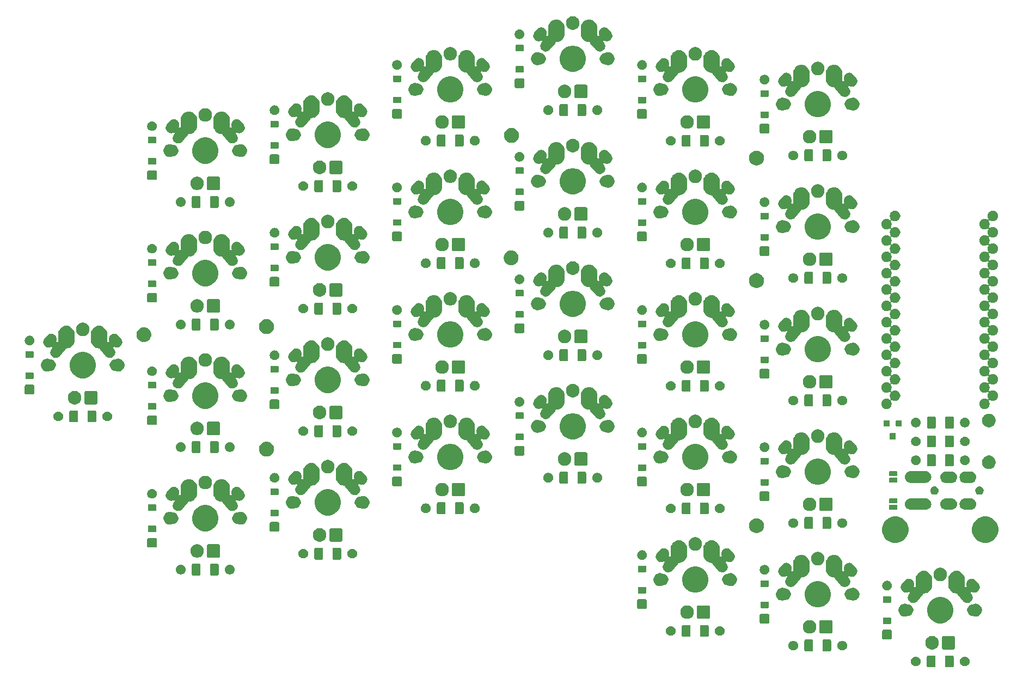
<source format=gbs>
G04 #@! TF.GenerationSoftware,KiCad,Pcbnew,(5.1.2)-2*
G04 #@! TF.CreationDate,2020-02-26T20:05:49+08:00*
G04 #@! TF.ProjectId,Pcb,5063622e-6b69-4636-9164-5f7063625858,rev?*
G04 #@! TF.SameCoordinates,Original*
G04 #@! TF.FileFunction,Soldermask,Bot*
G04 #@! TF.FilePolarity,Negative*
%FSLAX46Y46*%
G04 Gerber Fmt 4.6, Leading zero omitted, Abs format (unit mm)*
G04 Created by KiCad (PCBNEW (5.1.2)-2) date 2020-02-26 20:05:50*
%MOMM*%
%LPD*%
G04 APERTURE LIST*
%ADD10C,0.100000*%
G04 APERTURE END LIST*
D10*
G36*
X221928604Y-132388347D02*
G01*
X221965144Y-132399432D01*
X221998821Y-132417433D01*
X222028341Y-132441659D01*
X222052567Y-132471179D01*
X222070568Y-132504856D01*
X222081653Y-132541396D01*
X222086000Y-132585538D01*
X222086000Y-134034462D01*
X222081653Y-134078604D01*
X222070568Y-134115144D01*
X222052567Y-134148821D01*
X222028341Y-134178341D01*
X221998821Y-134202567D01*
X221965144Y-134220568D01*
X221928604Y-134231653D01*
X221884462Y-134236000D01*
X220935538Y-134236000D01*
X220891396Y-134231653D01*
X220854856Y-134220568D01*
X220821179Y-134202567D01*
X220791659Y-134178341D01*
X220767433Y-134148821D01*
X220749432Y-134115144D01*
X220738347Y-134078604D01*
X220734000Y-134034462D01*
X220734000Y-132585538D01*
X220738347Y-132541396D01*
X220749432Y-132504856D01*
X220767433Y-132471179D01*
X220791659Y-132441659D01*
X220821179Y-132417433D01*
X220854856Y-132399432D01*
X220891396Y-132388347D01*
X220935538Y-132384000D01*
X221884462Y-132384000D01*
X221928604Y-132388347D01*
X221928604Y-132388347D01*
G37*
G36*
X219128604Y-132388347D02*
G01*
X219165144Y-132399432D01*
X219198821Y-132417433D01*
X219228341Y-132441659D01*
X219252567Y-132471179D01*
X219270568Y-132504856D01*
X219281653Y-132541396D01*
X219286000Y-132585538D01*
X219286000Y-134034462D01*
X219281653Y-134078604D01*
X219270568Y-134115144D01*
X219252567Y-134148821D01*
X219228341Y-134178341D01*
X219198821Y-134202567D01*
X219165144Y-134220568D01*
X219128604Y-134231653D01*
X219084462Y-134236000D01*
X218135538Y-134236000D01*
X218091396Y-134231653D01*
X218054856Y-134220568D01*
X218021179Y-134202567D01*
X217991659Y-134178341D01*
X217967433Y-134148821D01*
X217949432Y-134115144D01*
X217938347Y-134078604D01*
X217934000Y-134034462D01*
X217934000Y-132585538D01*
X217938347Y-132541396D01*
X217949432Y-132504856D01*
X217967433Y-132471179D01*
X217991659Y-132441659D01*
X218021179Y-132417433D01*
X218054856Y-132399432D01*
X218091396Y-132388347D01*
X218135538Y-132384000D01*
X219084462Y-132384000D01*
X219128604Y-132388347D01*
X219128604Y-132388347D01*
G37*
G36*
X223914425Y-132564599D02*
G01*
X224038621Y-132589302D01*
X224175022Y-132645801D01*
X224297779Y-132727825D01*
X224402175Y-132832221D01*
X224484199Y-132954978D01*
X224540698Y-133091379D01*
X224569500Y-133236181D01*
X224569500Y-133383819D01*
X224540698Y-133528621D01*
X224484199Y-133665022D01*
X224402175Y-133787779D01*
X224297779Y-133892175D01*
X224175022Y-133974199D01*
X224038621Y-134030698D01*
X223914425Y-134055401D01*
X223893820Y-134059500D01*
X223746180Y-134059500D01*
X223725575Y-134055401D01*
X223601379Y-134030698D01*
X223464978Y-133974199D01*
X223342221Y-133892175D01*
X223237825Y-133787779D01*
X223155801Y-133665022D01*
X223099302Y-133528621D01*
X223070500Y-133383819D01*
X223070500Y-133236181D01*
X223099302Y-133091379D01*
X223155801Y-132954978D01*
X223237825Y-132832221D01*
X223342221Y-132727825D01*
X223464978Y-132645801D01*
X223601379Y-132589302D01*
X223725575Y-132564599D01*
X223746180Y-132560500D01*
X223893820Y-132560500D01*
X223914425Y-132564599D01*
X223914425Y-132564599D01*
G37*
G36*
X216294425Y-132564599D02*
G01*
X216418621Y-132589302D01*
X216555022Y-132645801D01*
X216677779Y-132727825D01*
X216782175Y-132832221D01*
X216864199Y-132954978D01*
X216920698Y-133091379D01*
X216949500Y-133236181D01*
X216949500Y-133383819D01*
X216920698Y-133528621D01*
X216864199Y-133665022D01*
X216782175Y-133787779D01*
X216677779Y-133892175D01*
X216555022Y-133974199D01*
X216418621Y-134030698D01*
X216294425Y-134055401D01*
X216273820Y-134059500D01*
X216126180Y-134059500D01*
X216105575Y-134055401D01*
X215981379Y-134030698D01*
X215844978Y-133974199D01*
X215722221Y-133892175D01*
X215617825Y-133787779D01*
X215535801Y-133665022D01*
X215479302Y-133528621D01*
X215450500Y-133383819D01*
X215450500Y-133236181D01*
X215479302Y-133091379D01*
X215535801Y-132954978D01*
X215617825Y-132832221D01*
X215722221Y-132727825D01*
X215844978Y-132645801D01*
X215981379Y-132589302D01*
X216105575Y-132564599D01*
X216126180Y-132560500D01*
X216273820Y-132560500D01*
X216294425Y-132564599D01*
X216294425Y-132564599D01*
G37*
G36*
X200078604Y-129918347D02*
G01*
X200115144Y-129929432D01*
X200148821Y-129947433D01*
X200178341Y-129971659D01*
X200202567Y-130001179D01*
X200220568Y-130034856D01*
X200231653Y-130071396D01*
X200236000Y-130115538D01*
X200236000Y-131564462D01*
X200231653Y-131608604D01*
X200220568Y-131645144D01*
X200202567Y-131678821D01*
X200178341Y-131708341D01*
X200148821Y-131732567D01*
X200115144Y-131750568D01*
X200078604Y-131761653D01*
X200034462Y-131766000D01*
X199085538Y-131766000D01*
X199041396Y-131761653D01*
X199004856Y-131750568D01*
X198971179Y-131732567D01*
X198941659Y-131708341D01*
X198917433Y-131678821D01*
X198899432Y-131645144D01*
X198888347Y-131608604D01*
X198884000Y-131564462D01*
X198884000Y-130115538D01*
X198888347Y-130071396D01*
X198899432Y-130034856D01*
X198917433Y-130001179D01*
X198941659Y-129971659D01*
X198971179Y-129947433D01*
X199004856Y-129929432D01*
X199041396Y-129918347D01*
X199085538Y-129914000D01*
X200034462Y-129914000D01*
X200078604Y-129918347D01*
X200078604Y-129918347D01*
G37*
G36*
X202878604Y-129918347D02*
G01*
X202915144Y-129929432D01*
X202948821Y-129947433D01*
X202978341Y-129971659D01*
X203002567Y-130001179D01*
X203020568Y-130034856D01*
X203031653Y-130071396D01*
X203036000Y-130115538D01*
X203036000Y-131564462D01*
X203031653Y-131608604D01*
X203020568Y-131645144D01*
X203002567Y-131678821D01*
X202978341Y-131708341D01*
X202948821Y-131732567D01*
X202915144Y-131750568D01*
X202878604Y-131761653D01*
X202834462Y-131766000D01*
X201885538Y-131766000D01*
X201841396Y-131761653D01*
X201804856Y-131750568D01*
X201771179Y-131732567D01*
X201741659Y-131708341D01*
X201717433Y-131678821D01*
X201699432Y-131645144D01*
X201688347Y-131608604D01*
X201684000Y-131564462D01*
X201684000Y-130115538D01*
X201688347Y-130071396D01*
X201699432Y-130034856D01*
X201717433Y-130001179D01*
X201741659Y-129971659D01*
X201771179Y-129947433D01*
X201804856Y-129929432D01*
X201841396Y-129918347D01*
X201885538Y-129914000D01*
X202834462Y-129914000D01*
X202878604Y-129918347D01*
X202878604Y-129918347D01*
G37*
G36*
X197238575Y-130093435D02*
G01*
X197368621Y-130119302D01*
X197505022Y-130175801D01*
X197627779Y-130257825D01*
X197732175Y-130362221D01*
X197814199Y-130484978D01*
X197870698Y-130621379D01*
X197899500Y-130766181D01*
X197899500Y-130913819D01*
X197870698Y-131058621D01*
X197814199Y-131195022D01*
X197732175Y-131317779D01*
X197627779Y-131422175D01*
X197505022Y-131504199D01*
X197368621Y-131560698D01*
X197244425Y-131585401D01*
X197223820Y-131589500D01*
X197076180Y-131589500D01*
X197055575Y-131585401D01*
X196931379Y-131560698D01*
X196794978Y-131504199D01*
X196672221Y-131422175D01*
X196567825Y-131317779D01*
X196485801Y-131195022D01*
X196429302Y-131058621D01*
X196400500Y-130913819D01*
X196400500Y-130766181D01*
X196429302Y-130621379D01*
X196485801Y-130484978D01*
X196567825Y-130362221D01*
X196672221Y-130257825D01*
X196794978Y-130175801D01*
X196931379Y-130119302D01*
X197061425Y-130093435D01*
X197076180Y-130090500D01*
X197223820Y-130090500D01*
X197238575Y-130093435D01*
X197238575Y-130093435D01*
G37*
G36*
X204858575Y-130093435D02*
G01*
X204988621Y-130119302D01*
X205125022Y-130175801D01*
X205247779Y-130257825D01*
X205352175Y-130362221D01*
X205434199Y-130484978D01*
X205490698Y-130621379D01*
X205519500Y-130766181D01*
X205519500Y-130913819D01*
X205490698Y-131058621D01*
X205434199Y-131195022D01*
X205352175Y-131317779D01*
X205247779Y-131422175D01*
X205125022Y-131504199D01*
X204988621Y-131560698D01*
X204864425Y-131585401D01*
X204843820Y-131589500D01*
X204696180Y-131589500D01*
X204675575Y-131585401D01*
X204551379Y-131560698D01*
X204414978Y-131504199D01*
X204292221Y-131422175D01*
X204187825Y-131317779D01*
X204105801Y-131195022D01*
X204049302Y-131058621D01*
X204020500Y-130913819D01*
X204020500Y-130766181D01*
X204049302Y-130621379D01*
X204105801Y-130484978D01*
X204187825Y-130362221D01*
X204292221Y-130257825D01*
X204414978Y-130175801D01*
X204551379Y-130119302D01*
X204681425Y-130093435D01*
X204696180Y-130090500D01*
X204843820Y-130090500D01*
X204858575Y-130093435D01*
X204858575Y-130093435D01*
G37*
G36*
X219046564Y-129389389D02*
G01*
X219230112Y-129465417D01*
X219237835Y-129468616D01*
X219409973Y-129583635D01*
X219556365Y-129730027D01*
X219662922Y-129889500D01*
X219671385Y-129902167D01*
X219750611Y-130093436D01*
X219791000Y-130296484D01*
X219791000Y-130503516D01*
X219750611Y-130706564D01*
X219713739Y-130795580D01*
X219671384Y-130897835D01*
X219556365Y-131069973D01*
X219409973Y-131216365D01*
X219237835Y-131331384D01*
X219237834Y-131331385D01*
X219237833Y-131331385D01*
X219046564Y-131410611D01*
X218843516Y-131451000D01*
X218636484Y-131451000D01*
X218433436Y-131410611D01*
X218242167Y-131331385D01*
X218242166Y-131331385D01*
X218242165Y-131331384D01*
X218070027Y-131216365D01*
X217923635Y-131069973D01*
X217808616Y-130897835D01*
X217766261Y-130795580D01*
X217729389Y-130706564D01*
X217689000Y-130503516D01*
X217689000Y-130296484D01*
X217729389Y-130093436D01*
X217808615Y-129902167D01*
X217817079Y-129889500D01*
X217923635Y-129730027D01*
X218070027Y-129583635D01*
X218242165Y-129468616D01*
X218249888Y-129465417D01*
X218433436Y-129389389D01*
X218636484Y-129349000D01*
X218843516Y-129349000D01*
X219046564Y-129389389D01*
X219046564Y-129389389D01*
G37*
G36*
X222052864Y-129356230D02*
G01*
X222117550Y-129375852D01*
X222177157Y-129407713D01*
X222229407Y-129450593D01*
X222272287Y-129502843D01*
X222304148Y-129562450D01*
X222323770Y-129627136D01*
X222331000Y-129700541D01*
X222331000Y-131099459D01*
X222323770Y-131172864D01*
X222304148Y-131237550D01*
X222272287Y-131297157D01*
X222229407Y-131349407D01*
X222177157Y-131392287D01*
X222117550Y-131424148D01*
X222052864Y-131443770D01*
X221979459Y-131451000D01*
X220580541Y-131451000D01*
X220507136Y-131443770D01*
X220442450Y-131424148D01*
X220382843Y-131392287D01*
X220330593Y-131349407D01*
X220287713Y-131297157D01*
X220255852Y-131237550D01*
X220236230Y-131172864D01*
X220229000Y-131099459D01*
X220229000Y-129700541D01*
X220236230Y-129627136D01*
X220255852Y-129562450D01*
X220287713Y-129502843D01*
X220330593Y-129450593D01*
X220382843Y-129407713D01*
X220442450Y-129375852D01*
X220507136Y-129356230D01*
X220580541Y-129349000D01*
X221979459Y-129349000D01*
X222052864Y-129356230D01*
X222052864Y-129356230D01*
G37*
G36*
X212298439Y-128395412D02*
G01*
X212340495Y-128408170D01*
X212379255Y-128428888D01*
X212413230Y-128456770D01*
X212441112Y-128490745D01*
X212461830Y-128529505D01*
X212474588Y-128571561D01*
X212479500Y-128621440D01*
X212479500Y-129658560D01*
X212474588Y-129708439D01*
X212461830Y-129750495D01*
X212441112Y-129789255D01*
X212413230Y-129823230D01*
X212379255Y-129851112D01*
X212340495Y-129871830D01*
X212298439Y-129884588D01*
X212248560Y-129889500D01*
X211211440Y-129889500D01*
X211161561Y-129884588D01*
X211119505Y-129871830D01*
X211080745Y-129851112D01*
X211046770Y-129823230D01*
X211018888Y-129789255D01*
X210998170Y-129750495D01*
X210985412Y-129708439D01*
X210980500Y-129658560D01*
X210980500Y-128621440D01*
X210985412Y-128571561D01*
X210998170Y-128529505D01*
X211018888Y-128490745D01*
X211046770Y-128456770D01*
X211080745Y-128428888D01*
X211119505Y-128408170D01*
X211161561Y-128395412D01*
X211211440Y-128390500D01*
X212248560Y-128390500D01*
X212298439Y-128395412D01*
X212298439Y-128395412D01*
G37*
G36*
X183828604Y-127638347D02*
G01*
X183865144Y-127649432D01*
X183898821Y-127667433D01*
X183928341Y-127691659D01*
X183952567Y-127721179D01*
X183970568Y-127754856D01*
X183981653Y-127791396D01*
X183986000Y-127835538D01*
X183986000Y-129284462D01*
X183981653Y-129328604D01*
X183970568Y-129365144D01*
X183952567Y-129398821D01*
X183928341Y-129428341D01*
X183898821Y-129452567D01*
X183865144Y-129470568D01*
X183828604Y-129481653D01*
X183784462Y-129486000D01*
X182835538Y-129486000D01*
X182791396Y-129481653D01*
X182754856Y-129470568D01*
X182721179Y-129452567D01*
X182691659Y-129428341D01*
X182667433Y-129398821D01*
X182649432Y-129365144D01*
X182638347Y-129328604D01*
X182634000Y-129284462D01*
X182634000Y-127835538D01*
X182638347Y-127791396D01*
X182649432Y-127754856D01*
X182667433Y-127721179D01*
X182691659Y-127691659D01*
X182721179Y-127667433D01*
X182754856Y-127649432D01*
X182791396Y-127638347D01*
X182835538Y-127634000D01*
X183784462Y-127634000D01*
X183828604Y-127638347D01*
X183828604Y-127638347D01*
G37*
G36*
X181028604Y-127638347D02*
G01*
X181065144Y-127649432D01*
X181098821Y-127667433D01*
X181128341Y-127691659D01*
X181152567Y-127721179D01*
X181170568Y-127754856D01*
X181181653Y-127791396D01*
X181186000Y-127835538D01*
X181186000Y-129284462D01*
X181181653Y-129328604D01*
X181170568Y-129365144D01*
X181152567Y-129398821D01*
X181128341Y-129428341D01*
X181098821Y-129452567D01*
X181065144Y-129470568D01*
X181028604Y-129481653D01*
X180984462Y-129486000D01*
X180035538Y-129486000D01*
X179991396Y-129481653D01*
X179954856Y-129470568D01*
X179921179Y-129452567D01*
X179891659Y-129428341D01*
X179867433Y-129398821D01*
X179849432Y-129365144D01*
X179838347Y-129328604D01*
X179834000Y-129284462D01*
X179834000Y-127835538D01*
X179838347Y-127791396D01*
X179849432Y-127754856D01*
X179867433Y-127721179D01*
X179891659Y-127691659D01*
X179921179Y-127667433D01*
X179954856Y-127649432D01*
X179991396Y-127638347D01*
X180035538Y-127634000D01*
X180984462Y-127634000D01*
X181028604Y-127638347D01*
X181028604Y-127638347D01*
G37*
G36*
X185814425Y-127814599D02*
G01*
X185938621Y-127839302D01*
X186075022Y-127895801D01*
X186197779Y-127977825D01*
X186302175Y-128082221D01*
X186384199Y-128204978D01*
X186440698Y-128341379D01*
X186469500Y-128486181D01*
X186469500Y-128633819D01*
X186440698Y-128778621D01*
X186384199Y-128915022D01*
X186302175Y-129037779D01*
X186197779Y-129142175D01*
X186075022Y-129224199D01*
X185938621Y-129280698D01*
X185814425Y-129305401D01*
X185793820Y-129309500D01*
X185646180Y-129309500D01*
X185625575Y-129305401D01*
X185501379Y-129280698D01*
X185364978Y-129224199D01*
X185242221Y-129142175D01*
X185137825Y-129037779D01*
X185055801Y-128915022D01*
X184999302Y-128778621D01*
X184970500Y-128633819D01*
X184970500Y-128486181D01*
X184999302Y-128341379D01*
X185055801Y-128204978D01*
X185137825Y-128082221D01*
X185242221Y-127977825D01*
X185364978Y-127895801D01*
X185501379Y-127839302D01*
X185625575Y-127814599D01*
X185646180Y-127810500D01*
X185793820Y-127810500D01*
X185814425Y-127814599D01*
X185814425Y-127814599D01*
G37*
G36*
X178194425Y-127814599D02*
G01*
X178318621Y-127839302D01*
X178455022Y-127895801D01*
X178577779Y-127977825D01*
X178682175Y-128082221D01*
X178764199Y-128204978D01*
X178820698Y-128341379D01*
X178849500Y-128486181D01*
X178849500Y-128633819D01*
X178820698Y-128778621D01*
X178764199Y-128915022D01*
X178682175Y-129037779D01*
X178577779Y-129142175D01*
X178455022Y-129224199D01*
X178318621Y-129280698D01*
X178194425Y-129305401D01*
X178173820Y-129309500D01*
X178026180Y-129309500D01*
X178005575Y-129305401D01*
X177881379Y-129280698D01*
X177744978Y-129224199D01*
X177622221Y-129142175D01*
X177517825Y-129037779D01*
X177435801Y-128915022D01*
X177379302Y-128778621D01*
X177350500Y-128633819D01*
X177350500Y-128486181D01*
X177379302Y-128341379D01*
X177435801Y-128204978D01*
X177517825Y-128082221D01*
X177622221Y-127977825D01*
X177744978Y-127895801D01*
X177881379Y-127839302D01*
X178005575Y-127814599D01*
X178026180Y-127810500D01*
X178173820Y-127810500D01*
X178194425Y-127814599D01*
X178194425Y-127814599D01*
G37*
G36*
X199996564Y-126919389D02*
G01*
X200187833Y-126998615D01*
X200187835Y-126998616D01*
X200359973Y-127113635D01*
X200506365Y-127260027D01*
X200620606Y-127431000D01*
X200621385Y-127432167D01*
X200700611Y-127623436D01*
X200741000Y-127826484D01*
X200741000Y-128033516D01*
X200700611Y-128236564D01*
X200627396Y-128413321D01*
X200621384Y-128427835D01*
X200506365Y-128599973D01*
X200359973Y-128746365D01*
X200187835Y-128861384D01*
X200187834Y-128861385D01*
X200187833Y-128861385D01*
X199996564Y-128940611D01*
X199793516Y-128981000D01*
X199586484Y-128981000D01*
X199383436Y-128940611D01*
X199192167Y-128861385D01*
X199192166Y-128861385D01*
X199192165Y-128861384D01*
X199020027Y-128746365D01*
X198873635Y-128599973D01*
X198758616Y-128427835D01*
X198752604Y-128413321D01*
X198679389Y-128236564D01*
X198639000Y-128033516D01*
X198639000Y-127826484D01*
X198679389Y-127623436D01*
X198758615Y-127432167D01*
X198759395Y-127431000D01*
X198873635Y-127260027D01*
X199020027Y-127113635D01*
X199192165Y-126998616D01*
X199192167Y-126998615D01*
X199383436Y-126919389D01*
X199586484Y-126879000D01*
X199793516Y-126879000D01*
X199996564Y-126919389D01*
X199996564Y-126919389D01*
G37*
G36*
X203002864Y-126886230D02*
G01*
X203067550Y-126905852D01*
X203127157Y-126937713D01*
X203179407Y-126980593D01*
X203222287Y-127032843D01*
X203254148Y-127092450D01*
X203273770Y-127157136D01*
X203281000Y-127230541D01*
X203281000Y-128629459D01*
X203273770Y-128702864D01*
X203254148Y-128767550D01*
X203222287Y-128827157D01*
X203179407Y-128879407D01*
X203127157Y-128922287D01*
X203067550Y-128954148D01*
X203002864Y-128973770D01*
X202929459Y-128981000D01*
X201530541Y-128981000D01*
X201457136Y-128973770D01*
X201392450Y-128954148D01*
X201332843Y-128922287D01*
X201280593Y-128879407D01*
X201237713Y-128827157D01*
X201205852Y-128767550D01*
X201186230Y-128702864D01*
X201179000Y-128629459D01*
X201179000Y-127230541D01*
X201186230Y-127157136D01*
X201205852Y-127092450D01*
X201237713Y-127032843D01*
X201280593Y-126980593D01*
X201332843Y-126937713D01*
X201392450Y-126905852D01*
X201457136Y-126886230D01*
X201530541Y-126879000D01*
X202929459Y-126879000D01*
X203002864Y-126886230D01*
X203002864Y-126886230D01*
G37*
G36*
X212279946Y-126482002D02*
G01*
X212303358Y-126489104D01*
X212324931Y-126500635D01*
X212343844Y-126516156D01*
X212359365Y-126535069D01*
X212370896Y-126556642D01*
X212377998Y-126580054D01*
X212381000Y-126610538D01*
X212381000Y-127349462D01*
X212377998Y-127379946D01*
X212370896Y-127403358D01*
X212359365Y-127424931D01*
X212343844Y-127443844D01*
X212324931Y-127459365D01*
X212303358Y-127470896D01*
X212279946Y-127477998D01*
X212249462Y-127481000D01*
X211210538Y-127481000D01*
X211180054Y-127477998D01*
X211156642Y-127470896D01*
X211135069Y-127459365D01*
X211116156Y-127443844D01*
X211100635Y-127424931D01*
X211089104Y-127403358D01*
X211082002Y-127379946D01*
X211079000Y-127349462D01*
X211079000Y-126610538D01*
X211082002Y-126580054D01*
X211089104Y-126556642D01*
X211100635Y-126535069D01*
X211116156Y-126516156D01*
X211135069Y-126500635D01*
X211156642Y-126489104D01*
X211180054Y-126482002D01*
X211210538Y-126479000D01*
X212249462Y-126479000D01*
X212279946Y-126482002D01*
X212279946Y-126482002D01*
G37*
G36*
X193248439Y-125925412D02*
G01*
X193290495Y-125938170D01*
X193329255Y-125958888D01*
X193363230Y-125986770D01*
X193391112Y-126020745D01*
X193411830Y-126059505D01*
X193424588Y-126101561D01*
X193429500Y-126151440D01*
X193429500Y-127188560D01*
X193424588Y-127238439D01*
X193411830Y-127280495D01*
X193391112Y-127319255D01*
X193363230Y-127353230D01*
X193329255Y-127381112D01*
X193290495Y-127401830D01*
X193248439Y-127414588D01*
X193198560Y-127419500D01*
X192161440Y-127419500D01*
X192111561Y-127414588D01*
X192069505Y-127401830D01*
X192030745Y-127381112D01*
X191996770Y-127353230D01*
X191968888Y-127319255D01*
X191948170Y-127280495D01*
X191935412Y-127238439D01*
X191930500Y-127188560D01*
X191930500Y-126151440D01*
X191935412Y-126101561D01*
X191948170Y-126059505D01*
X191968888Y-126020745D01*
X191996770Y-125986770D01*
X192030745Y-125958888D01*
X192069505Y-125938170D01*
X192111561Y-125925412D01*
X192161440Y-125920500D01*
X193198560Y-125920500D01*
X193248439Y-125925412D01*
X193248439Y-125925412D01*
G37*
G36*
X220608254Y-123357818D02*
G01*
X220981511Y-123512426D01*
X220981513Y-123512427D01*
X221317436Y-123736884D01*
X221603116Y-124022564D01*
X221721449Y-124199661D01*
X221827574Y-124358489D01*
X221982182Y-124731746D01*
X222061000Y-125127993D01*
X222061000Y-125532007D01*
X221982182Y-125928254D01*
X221831293Y-126292532D01*
X221827573Y-126301513D01*
X221603116Y-126637436D01*
X221317436Y-126923116D01*
X220981513Y-127147573D01*
X220981512Y-127147574D01*
X220981511Y-127147574D01*
X220608254Y-127302182D01*
X220212007Y-127381000D01*
X219807993Y-127381000D01*
X219411746Y-127302182D01*
X219038489Y-127147574D01*
X219038488Y-127147574D01*
X219038487Y-127147573D01*
X218702564Y-126923116D01*
X218416884Y-126637436D01*
X218192427Y-126301513D01*
X218188707Y-126292532D01*
X218037818Y-125928254D01*
X217959000Y-125532007D01*
X217959000Y-125127993D01*
X218037818Y-124731746D01*
X218192426Y-124358489D01*
X218298552Y-124199661D01*
X218416884Y-124022564D01*
X218702564Y-123736884D01*
X219038487Y-123512427D01*
X219038489Y-123512426D01*
X219411746Y-123357818D01*
X219807993Y-123279000D01*
X220212007Y-123279000D01*
X220608254Y-123357818D01*
X220608254Y-123357818D01*
G37*
G36*
X180946564Y-124639389D02*
G01*
X181137833Y-124718615D01*
X181137835Y-124718616D01*
X181309973Y-124833635D01*
X181456365Y-124980027D01*
X181562922Y-125139500D01*
X181571385Y-125152167D01*
X181650611Y-125343436D01*
X181691000Y-125546484D01*
X181691000Y-125753516D01*
X181650611Y-125956564D01*
X181590551Y-126101561D01*
X181571384Y-126147835D01*
X181456365Y-126319973D01*
X181309973Y-126466365D01*
X181137835Y-126581384D01*
X181137834Y-126581385D01*
X181137833Y-126581385D01*
X180946564Y-126660611D01*
X180743516Y-126701000D01*
X180536484Y-126701000D01*
X180333436Y-126660611D01*
X180142167Y-126581385D01*
X180142166Y-126581385D01*
X180142165Y-126581384D01*
X179970027Y-126466365D01*
X179823635Y-126319973D01*
X179708616Y-126147835D01*
X179689449Y-126101561D01*
X179629389Y-125956564D01*
X179589000Y-125753516D01*
X179589000Y-125546484D01*
X179629389Y-125343436D01*
X179708615Y-125152167D01*
X179717079Y-125139500D01*
X179823635Y-124980027D01*
X179970027Y-124833635D01*
X180142165Y-124718616D01*
X180142167Y-124718615D01*
X180333436Y-124639389D01*
X180536484Y-124599000D01*
X180743516Y-124599000D01*
X180946564Y-124639389D01*
X180946564Y-124639389D01*
G37*
G36*
X183952864Y-124606230D02*
G01*
X184017550Y-124625852D01*
X184077157Y-124657713D01*
X184129407Y-124700593D01*
X184172287Y-124752843D01*
X184204148Y-124812450D01*
X184223770Y-124877136D01*
X184231000Y-124950541D01*
X184231000Y-126349459D01*
X184223770Y-126422864D01*
X184204148Y-126487550D01*
X184172287Y-126547157D01*
X184129407Y-126599407D01*
X184077157Y-126642287D01*
X184017550Y-126674148D01*
X183952864Y-126693770D01*
X183879459Y-126701000D01*
X182480541Y-126701000D01*
X182407136Y-126693770D01*
X182342450Y-126674148D01*
X182282843Y-126642287D01*
X182230593Y-126599407D01*
X182187713Y-126547157D01*
X182155852Y-126487550D01*
X182136230Y-126422864D01*
X182129000Y-126349459D01*
X182129000Y-124950541D01*
X182136230Y-124877136D01*
X182155852Y-124812450D01*
X182187713Y-124752843D01*
X182230593Y-124700593D01*
X182282843Y-124657713D01*
X182342450Y-124625852D01*
X182407136Y-124606230D01*
X182480541Y-124599000D01*
X183879459Y-124599000D01*
X183952864Y-124606230D01*
X183952864Y-124606230D01*
G37*
G36*
X225705285Y-124348234D02*
G01*
X225801981Y-124367468D01*
X225984151Y-124442926D01*
X226148100Y-124552473D01*
X226287527Y-124691900D01*
X226397074Y-124855849D01*
X226397075Y-124855851D01*
X226406855Y-124879462D01*
X226472532Y-125038019D01*
X226511000Y-125231410D01*
X226511000Y-125428590D01*
X226472532Y-125621981D01*
X226397074Y-125804151D01*
X226287527Y-125968100D01*
X226148100Y-126107527D01*
X225984151Y-126217074D01*
X225801981Y-126292532D01*
X225608591Y-126331000D01*
X225411409Y-126331000D01*
X225218019Y-126292532D01*
X225092440Y-126240515D01*
X225068991Y-126233402D01*
X225044605Y-126231000D01*
X225001258Y-126231000D01*
X224976488Y-126226073D01*
X224827188Y-126196376D01*
X224663216Y-126128456D01*
X224515646Y-126029853D01*
X224390147Y-125904354D01*
X224291544Y-125756784D01*
X224223624Y-125592812D01*
X224189000Y-125418741D01*
X224189000Y-125241259D01*
X224223624Y-125067188D01*
X224291544Y-124903216D01*
X224390147Y-124755646D01*
X224515646Y-124630147D01*
X224663216Y-124531544D01*
X224827188Y-124463624D01*
X224976488Y-124433927D01*
X225001258Y-124429000D01*
X225044605Y-124429000D01*
X225068991Y-124426598D01*
X225092440Y-124419485D01*
X225097690Y-124417311D01*
X225218019Y-124367468D01*
X225314715Y-124348234D01*
X225411409Y-124329000D01*
X225608591Y-124329000D01*
X225705285Y-124348234D01*
X225705285Y-124348234D01*
G37*
G36*
X214705285Y-124348234D02*
G01*
X214801981Y-124367468D01*
X214922310Y-124417311D01*
X214927560Y-124419485D01*
X214951009Y-124426598D01*
X214975395Y-124429000D01*
X215018742Y-124429000D01*
X215043512Y-124433927D01*
X215192812Y-124463624D01*
X215356784Y-124531544D01*
X215504354Y-124630147D01*
X215629853Y-124755646D01*
X215728456Y-124903216D01*
X215796376Y-125067188D01*
X215831000Y-125241259D01*
X215831000Y-125418741D01*
X215796376Y-125592812D01*
X215728456Y-125756784D01*
X215629853Y-125904354D01*
X215504354Y-126029853D01*
X215356784Y-126128456D01*
X215192812Y-126196376D01*
X215043512Y-126226073D01*
X215018742Y-126231000D01*
X214975395Y-126231000D01*
X214951009Y-126233402D01*
X214927560Y-126240515D01*
X214801981Y-126292532D01*
X214608591Y-126331000D01*
X214411409Y-126331000D01*
X214218019Y-126292532D01*
X214035849Y-126217074D01*
X213871900Y-126107527D01*
X213732473Y-125968100D01*
X213622926Y-125804151D01*
X213547468Y-125621981D01*
X213509000Y-125428590D01*
X213509000Y-125231410D01*
X213547468Y-125038019D01*
X213613145Y-124879462D01*
X213622925Y-124855851D01*
X213622926Y-124855849D01*
X213732473Y-124691900D01*
X213871900Y-124552473D01*
X214035849Y-124442926D01*
X214218019Y-124367468D01*
X214314715Y-124348234D01*
X214411409Y-124329000D01*
X214608591Y-124329000D01*
X214705285Y-124348234D01*
X214705285Y-124348234D01*
G37*
G36*
X174198439Y-123645412D02*
G01*
X174240495Y-123658170D01*
X174279255Y-123678888D01*
X174313230Y-123706770D01*
X174341112Y-123740745D01*
X174361830Y-123779505D01*
X174374588Y-123821561D01*
X174379500Y-123871440D01*
X174379500Y-124908560D01*
X174374588Y-124958439D01*
X174361830Y-125000495D01*
X174341112Y-125039255D01*
X174313230Y-125073230D01*
X174279255Y-125101112D01*
X174240495Y-125121830D01*
X174198439Y-125134588D01*
X174148560Y-125139500D01*
X173111440Y-125139500D01*
X173061561Y-125134588D01*
X173019505Y-125121830D01*
X172980745Y-125101112D01*
X172946770Y-125073230D01*
X172918888Y-125039255D01*
X172898170Y-125000495D01*
X172885412Y-124958439D01*
X172880500Y-124908560D01*
X172880500Y-123871440D01*
X172885412Y-123821561D01*
X172898170Y-123779505D01*
X172918888Y-123740745D01*
X172946770Y-123706770D01*
X172980745Y-123678888D01*
X173019505Y-123658170D01*
X173061561Y-123645412D01*
X173111440Y-123640500D01*
X174148560Y-123640500D01*
X174198439Y-123645412D01*
X174198439Y-123645412D01*
G37*
G36*
X193229946Y-124012002D02*
G01*
X193253358Y-124019104D01*
X193274931Y-124030635D01*
X193293844Y-124046156D01*
X193309365Y-124065069D01*
X193320896Y-124086642D01*
X193327998Y-124110054D01*
X193331000Y-124140538D01*
X193331000Y-124879462D01*
X193327998Y-124909946D01*
X193320896Y-124933358D01*
X193309365Y-124954931D01*
X193293844Y-124973844D01*
X193274931Y-124989365D01*
X193253358Y-125000896D01*
X193229946Y-125007998D01*
X193199462Y-125011000D01*
X192160538Y-125011000D01*
X192130054Y-125007998D01*
X192106642Y-125000896D01*
X192085069Y-124989365D01*
X192066156Y-124973844D01*
X192050635Y-124954931D01*
X192039104Y-124933358D01*
X192032002Y-124909946D01*
X192029000Y-124879462D01*
X192029000Y-124140538D01*
X192032002Y-124110054D01*
X192039104Y-124086642D01*
X192050635Y-124065069D01*
X192066156Y-124046156D01*
X192085069Y-124030635D01*
X192106642Y-124019104D01*
X192130054Y-124012002D01*
X192160538Y-124009000D01*
X193199462Y-124009000D01*
X193229946Y-124012002D01*
X193229946Y-124012002D01*
G37*
G36*
X201558254Y-120887818D02*
G01*
X201931016Y-121042221D01*
X201931513Y-121042427D01*
X202267436Y-121266884D01*
X202553116Y-121552564D01*
X202776871Y-121887436D01*
X202777574Y-121888489D01*
X202932182Y-122261746D01*
X203011000Y-122657993D01*
X203011000Y-123062007D01*
X202932182Y-123458254D01*
X202785841Y-123811552D01*
X202777573Y-123831513D01*
X202553116Y-124167436D01*
X202267436Y-124453116D01*
X201931513Y-124677573D01*
X201931512Y-124677574D01*
X201931511Y-124677574D01*
X201558254Y-124832182D01*
X201162007Y-124911000D01*
X200757993Y-124911000D01*
X200361746Y-124832182D01*
X199988489Y-124677574D01*
X199988488Y-124677574D01*
X199988487Y-124677573D01*
X199652564Y-124453116D01*
X199366884Y-124167436D01*
X199142427Y-123831513D01*
X199134159Y-123811552D01*
X198987818Y-123458254D01*
X198909000Y-123062007D01*
X198909000Y-122657993D01*
X198987818Y-122261746D01*
X199142426Y-121888489D01*
X199143130Y-121887436D01*
X199366884Y-121552564D01*
X199652564Y-121266884D01*
X199988487Y-121042427D01*
X199988984Y-121042221D01*
X200361746Y-120887818D01*
X200757993Y-120809000D01*
X201162007Y-120809000D01*
X201558254Y-120887818D01*
X201558254Y-120887818D01*
G37*
G36*
X217715238Y-119247101D02*
G01*
X217951052Y-119318634D01*
X218168380Y-119434799D01*
X218358871Y-119591129D01*
X218515201Y-119781619D01*
X218631366Y-119998947D01*
X218702899Y-120234761D01*
X218721000Y-120418543D01*
X218721000Y-121541457D01*
X218702899Y-121725239D01*
X218631366Y-121961053D01*
X218515201Y-122178381D01*
X218358871Y-122368871D01*
X218168381Y-122525201D01*
X217951053Y-122641366D01*
X217715239Y-122712899D01*
X217470000Y-122737053D01*
X217469996Y-122737053D01*
X217465099Y-122737535D01*
X217450391Y-122737535D01*
X217426358Y-122742316D01*
X217403720Y-122751694D01*
X217383346Y-122765309D01*
X217366019Y-122782636D01*
X217347692Y-122812839D01*
X217335376Y-122841677D01*
X217264451Y-122945358D01*
X217264448Y-122945361D01*
X217264445Y-122945365D01*
X216439362Y-123928660D01*
X216361661Y-124004683D01*
X216349563Y-124016520D01*
X216209176Y-124108125D01*
X216100166Y-124151891D01*
X216053613Y-124170582D01*
X215940907Y-124191725D01*
X215888857Y-124201489D01*
X215888855Y-124201489D01*
X215721234Y-124199661D01*
X215632489Y-124181000D01*
X215557186Y-124165166D01*
X215403028Y-124099332D01*
X215285749Y-124019104D01*
X215264669Y-124004684D01*
X215147435Y-123884864D01*
X215147434Y-123884863D01*
X215055829Y-123744476D01*
X215012063Y-123635466D01*
X214993372Y-123588913D01*
X214962465Y-123424155D01*
X214964293Y-123256534D01*
X214986278Y-123151980D01*
X214998788Y-123092486D01*
X215064622Y-122938328D01*
X215135553Y-122834639D01*
X215135555Y-122834636D01*
X215227029Y-122725621D01*
X215240863Y-122705398D01*
X215250487Y-122682863D01*
X215255529Y-122658883D01*
X215255796Y-122634380D01*
X215251278Y-122610296D01*
X215242148Y-122587557D01*
X215228758Y-122567035D01*
X215211621Y-122549520D01*
X215191396Y-122535685D01*
X215168861Y-122526061D01*
X215144881Y-122521019D01*
X215120378Y-122520752D01*
X215084701Y-122529276D01*
X215052742Y-122542107D01*
X214956450Y-122580768D01*
X214843744Y-122601911D01*
X214791694Y-122611675D01*
X214791692Y-122611675D01*
X214624071Y-122609847D01*
X214563508Y-122597112D01*
X214460023Y-122575352D01*
X214305865Y-122509518D01*
X214167505Y-122414869D01*
X214050271Y-122295049D01*
X213958666Y-122154662D01*
X213903144Y-122016371D01*
X213896209Y-121999099D01*
X213865302Y-121834341D01*
X213867130Y-121666720D01*
X213883832Y-121587290D01*
X213901625Y-121502672D01*
X213967459Y-121348514D01*
X214038390Y-121244825D01*
X214038392Y-121244822D01*
X214477801Y-120721155D01*
X214487787Y-120711385D01*
X214567600Y-120633294D01*
X214707987Y-120541689D01*
X214833594Y-120491259D01*
X214863549Y-120479232D01*
X214976255Y-120458089D01*
X215028305Y-120448325D01*
X215028307Y-120448325D01*
X215195929Y-120450153D01*
X215256492Y-120462888D01*
X215359977Y-120484648D01*
X215514135Y-120550482D01*
X215581208Y-120596365D01*
X215635192Y-120633294D01*
X215652495Y-120645131D01*
X215769729Y-120764951D01*
X215861334Y-120905338D01*
X215897882Y-120996371D01*
X215923791Y-121060901D01*
X215941322Y-121154353D01*
X215945806Y-121178255D01*
X215954698Y-121225659D01*
X215952870Y-121393281D01*
X215941705Y-121446376D01*
X215918375Y-121557328D01*
X215907147Y-121583620D01*
X215899778Y-121606990D01*
X215897110Y-121631348D01*
X215899246Y-121655759D01*
X215906103Y-121679284D01*
X215917418Y-121701020D01*
X215932755Y-121720130D01*
X215951527Y-121735881D01*
X215973010Y-121747667D01*
X215996380Y-121755036D01*
X216020738Y-121757704D01*
X216045149Y-121755568D01*
X216068674Y-121748711D01*
X216090410Y-121737396D01*
X216165845Y-121688174D01*
X216184955Y-121672837D01*
X216200706Y-121654066D01*
X216212492Y-121632582D01*
X216219861Y-121609212D01*
X216222529Y-121584854D01*
X216221935Y-121571254D01*
X216219000Y-121541457D01*
X216219000Y-120418544D01*
X216237101Y-120234762D01*
X216308634Y-119998948D01*
X216424799Y-119781620D01*
X216581129Y-119591129D01*
X216771619Y-119434799D01*
X216988947Y-119318634D01*
X217224761Y-119247101D01*
X217470000Y-119222947D01*
X217715238Y-119247101D01*
X217715238Y-119247101D01*
G37*
G36*
X222795238Y-119247101D02*
G01*
X223031052Y-119318634D01*
X223248380Y-119434799D01*
X223438871Y-119591129D01*
X223595201Y-119781619D01*
X223711366Y-119998947D01*
X223782899Y-120234761D01*
X223801000Y-120418543D01*
X223801000Y-121541457D01*
X223798066Y-121571246D01*
X223798066Y-121595741D01*
X223802846Y-121619774D01*
X223812223Y-121642413D01*
X223825837Y-121662788D01*
X223843164Y-121680115D01*
X223854155Y-121688174D01*
X223929591Y-121737397D01*
X223951327Y-121748712D01*
X223974852Y-121755569D01*
X223999263Y-121757705D01*
X224023621Y-121755037D01*
X224046991Y-121747668D01*
X224068474Y-121735882D01*
X224087246Y-121720131D01*
X224102583Y-121701021D01*
X224113898Y-121679285D01*
X224120755Y-121655760D01*
X224122891Y-121631349D01*
X224120223Y-121606991D01*
X224112854Y-121583621D01*
X224101625Y-121557327D01*
X224071669Y-121414864D01*
X224067130Y-121393280D01*
X224065302Y-121225659D01*
X224074195Y-121178255D01*
X224078678Y-121154353D01*
X224096209Y-121060901D01*
X224139067Y-120954155D01*
X224158666Y-120905338D01*
X224250271Y-120764951D01*
X224367505Y-120645131D01*
X224384809Y-120633294D01*
X224438792Y-120596365D01*
X224505865Y-120550482D01*
X224660023Y-120484648D01*
X224763508Y-120462888D01*
X224824071Y-120450153D01*
X224991692Y-120448325D01*
X224991694Y-120448325D01*
X225043744Y-120458089D01*
X225156450Y-120479232D01*
X225186405Y-120491259D01*
X225312013Y-120541689D01*
X225452400Y-120633294D01*
X225532214Y-120711385D01*
X225542199Y-120721155D01*
X225981608Y-121244822D01*
X226052539Y-121348511D01*
X226052541Y-121348514D01*
X226118375Y-121502672D01*
X226132792Y-121571237D01*
X226152870Y-121666719D01*
X226154698Y-121834341D01*
X226123791Y-121999099D01*
X226116856Y-122016371D01*
X226061334Y-122154662D01*
X225969729Y-122295049D01*
X225852495Y-122414869D01*
X225714135Y-122509518D01*
X225559977Y-122575352D01*
X225456492Y-122597112D01*
X225395929Y-122609847D01*
X225228307Y-122611675D01*
X225228305Y-122611675D01*
X225176255Y-122601911D01*
X225063549Y-122580768D01*
X224951262Y-122535685D01*
X224935301Y-122529277D01*
X224911776Y-122522420D01*
X224887365Y-122520284D01*
X224863007Y-122522952D01*
X224839637Y-122530321D01*
X224818154Y-122542107D01*
X224799382Y-122557858D01*
X224784045Y-122576968D01*
X224772730Y-122598704D01*
X224765873Y-122622229D01*
X224763737Y-122646640D01*
X224766405Y-122670998D01*
X224773774Y-122694368D01*
X224785560Y-122715851D01*
X224792974Y-122725624D01*
X224884451Y-122834642D01*
X224955377Y-122938324D01*
X225021212Y-123092485D01*
X225033722Y-123151980D01*
X225055707Y-123256533D01*
X225057535Y-123424155D01*
X225026628Y-123588913D01*
X225007937Y-123635466D01*
X224964171Y-123744476D01*
X224872566Y-123884863D01*
X224872565Y-123884864D01*
X224755331Y-124004684D01*
X224734251Y-124019104D01*
X224616972Y-124099332D01*
X224462814Y-124165166D01*
X224387511Y-124181000D01*
X224298766Y-124199661D01*
X224131144Y-124201489D01*
X224131142Y-124201489D01*
X224079092Y-124191725D01*
X223966386Y-124170582D01*
X223919833Y-124151891D01*
X223810823Y-124108125D01*
X223670436Y-124016520D01*
X223580641Y-123928663D01*
X223580637Y-123928659D01*
X222755555Y-122945364D01*
X222750140Y-122937448D01*
X222684622Y-122841672D01*
X222672309Y-122812840D01*
X222660523Y-122791357D01*
X222644772Y-122772586D01*
X222625662Y-122757248D01*
X222603927Y-122745933D01*
X222580402Y-122739076D01*
X222562250Y-122738283D01*
X222562252Y-122738259D01*
X222550004Y-122737053D01*
X222550000Y-122737053D01*
X222304762Y-122712899D01*
X222068948Y-122641366D01*
X221851620Y-122525201D01*
X221661130Y-122368871D01*
X221504800Y-122178381D01*
X221501986Y-122173116D01*
X221408971Y-121999100D01*
X221388634Y-121961053D01*
X221317101Y-121725239D01*
X221299000Y-121541457D01*
X221299000Y-120418544D01*
X221317101Y-120234762D01*
X221388634Y-119998948D01*
X221504799Y-119781620D01*
X221661129Y-119591129D01*
X221851619Y-119434799D01*
X222068947Y-119318634D01*
X222304761Y-119247101D01*
X222550000Y-119222947D01*
X222795238Y-119247101D01*
X222795238Y-119247101D01*
G37*
G36*
X212279946Y-123182002D02*
G01*
X212303358Y-123189104D01*
X212324931Y-123200635D01*
X212343844Y-123216156D01*
X212359365Y-123235069D01*
X212370896Y-123256642D01*
X212377998Y-123280054D01*
X212381000Y-123310538D01*
X212381000Y-124049462D01*
X212377998Y-124079946D01*
X212370896Y-124103358D01*
X212359365Y-124124931D01*
X212343844Y-124143844D01*
X212324931Y-124159365D01*
X212303358Y-124170896D01*
X212279946Y-124177998D01*
X212249462Y-124181000D01*
X211210538Y-124181000D01*
X211180054Y-124177998D01*
X211156642Y-124170896D01*
X211135069Y-124159365D01*
X211116156Y-124143844D01*
X211100635Y-124124931D01*
X211089104Y-124103358D01*
X211082002Y-124079946D01*
X211079000Y-124049462D01*
X211079000Y-123310538D01*
X211082002Y-123280054D01*
X211089104Y-123256642D01*
X211100635Y-123235069D01*
X211116156Y-123216156D01*
X211135069Y-123200635D01*
X211156642Y-123189104D01*
X211180054Y-123182002D01*
X211210538Y-123179000D01*
X212249462Y-123179000D01*
X212279946Y-123182002D01*
X212279946Y-123182002D01*
G37*
G36*
X206639123Y-121875019D02*
G01*
X206751981Y-121897468D01*
X206829071Y-121929400D01*
X206905488Y-121961053D01*
X206934151Y-121972926D01*
X207098100Y-122082473D01*
X207237527Y-122221900D01*
X207347074Y-122385849D01*
X207422532Y-122568019D01*
X207430852Y-122609846D01*
X207459068Y-122751694D01*
X207461000Y-122761410D01*
X207461000Y-122958590D01*
X207422532Y-123151981D01*
X207379225Y-123256533D01*
X207348924Y-123329686D01*
X207347074Y-123334151D01*
X207237527Y-123498100D01*
X207098100Y-123637527D01*
X206934151Y-123747074D01*
X206751981Y-123822532D01*
X206558591Y-123861000D01*
X206361409Y-123861000D01*
X206168019Y-123822532D01*
X206042440Y-123770515D01*
X206018991Y-123763402D01*
X205994605Y-123761000D01*
X205951258Y-123761000D01*
X205926488Y-123756073D01*
X205777188Y-123726376D01*
X205613216Y-123658456D01*
X205465646Y-123559853D01*
X205340147Y-123434354D01*
X205241544Y-123286784D01*
X205173624Y-123122812D01*
X205139000Y-122948741D01*
X205139000Y-122771259D01*
X205173624Y-122597188D01*
X205241544Y-122433216D01*
X205340147Y-122285646D01*
X205465646Y-122160147D01*
X205613216Y-122061544D01*
X205777188Y-121993624D01*
X205926488Y-121963927D01*
X205951258Y-121959000D01*
X205994605Y-121959000D01*
X206018991Y-121956598D01*
X206042440Y-121949485D01*
X206090929Y-121929400D01*
X206168019Y-121897468D01*
X206280877Y-121875019D01*
X206361409Y-121859000D01*
X206558591Y-121859000D01*
X206639123Y-121875019D01*
X206639123Y-121875019D01*
G37*
G36*
X195639123Y-121875019D02*
G01*
X195751981Y-121897468D01*
X195829071Y-121929400D01*
X195877560Y-121949485D01*
X195901009Y-121956598D01*
X195925395Y-121959000D01*
X195968742Y-121959000D01*
X195993512Y-121963927D01*
X196142812Y-121993624D01*
X196306784Y-122061544D01*
X196454354Y-122160147D01*
X196579853Y-122285646D01*
X196678456Y-122433216D01*
X196746376Y-122597188D01*
X196781000Y-122771259D01*
X196781000Y-122948741D01*
X196746376Y-123122812D01*
X196678456Y-123286784D01*
X196579853Y-123434354D01*
X196454354Y-123559853D01*
X196306784Y-123658456D01*
X196142812Y-123726376D01*
X195993512Y-123756073D01*
X195968742Y-123761000D01*
X195925395Y-123761000D01*
X195901009Y-123763402D01*
X195877560Y-123770515D01*
X195751981Y-123822532D01*
X195558591Y-123861000D01*
X195361409Y-123861000D01*
X195168019Y-123822532D01*
X194985849Y-123747074D01*
X194821900Y-123637527D01*
X194682473Y-123498100D01*
X194572926Y-123334151D01*
X194571077Y-123329686D01*
X194540775Y-123256533D01*
X194497468Y-123151981D01*
X194459000Y-122958590D01*
X194459000Y-122761410D01*
X194460933Y-122751694D01*
X194489148Y-122609846D01*
X194497468Y-122568019D01*
X194572926Y-122385849D01*
X194682473Y-122221900D01*
X194821900Y-122082473D01*
X194985849Y-121972926D01*
X195014513Y-121961053D01*
X195090929Y-121929400D01*
X195168019Y-121897468D01*
X195280877Y-121875019D01*
X195361409Y-121859000D01*
X195558591Y-121859000D01*
X195639123Y-121875019D01*
X195639123Y-121875019D01*
G37*
G36*
X174179946Y-121732002D02*
G01*
X174203358Y-121739104D01*
X174224931Y-121750635D01*
X174243844Y-121766156D01*
X174259365Y-121785069D01*
X174270896Y-121806642D01*
X174277998Y-121830054D01*
X174281000Y-121860538D01*
X174281000Y-122599462D01*
X174277998Y-122629946D01*
X174270896Y-122653358D01*
X174259365Y-122674931D01*
X174243844Y-122693844D01*
X174224931Y-122709365D01*
X174203358Y-122720896D01*
X174179946Y-122727998D01*
X174149462Y-122731000D01*
X173110538Y-122731000D01*
X173080054Y-122727998D01*
X173056642Y-122720896D01*
X173035069Y-122709365D01*
X173016156Y-122693844D01*
X173000635Y-122674931D01*
X172989104Y-122653358D01*
X172982002Y-122629946D01*
X172979000Y-122599462D01*
X172979000Y-121860538D01*
X172982002Y-121830054D01*
X172989104Y-121806642D01*
X173000635Y-121785069D01*
X173016156Y-121766156D01*
X173035069Y-121750635D01*
X173056642Y-121739104D01*
X173080054Y-121732002D01*
X173110538Y-121729000D01*
X174149462Y-121729000D01*
X174179946Y-121732002D01*
X174179946Y-121732002D01*
G37*
G36*
X182508254Y-118607818D02*
G01*
X182865169Y-118755657D01*
X182881513Y-118762427D01*
X183217436Y-118986884D01*
X183503116Y-119272564D01*
X183715975Y-119591129D01*
X183727574Y-119608489D01*
X183882182Y-119981746D01*
X183961000Y-120377993D01*
X183961000Y-120782007D01*
X183882182Y-121178254D01*
X183731293Y-121542532D01*
X183727573Y-121551513D01*
X183503116Y-121887436D01*
X183217436Y-122173116D01*
X182881513Y-122397573D01*
X182881512Y-122397574D01*
X182881511Y-122397574D01*
X182508254Y-122552182D01*
X182112007Y-122631000D01*
X181707993Y-122631000D01*
X181311746Y-122552182D01*
X180938489Y-122397574D01*
X180938488Y-122397574D01*
X180938487Y-122397573D01*
X180602564Y-122173116D01*
X180316884Y-121887436D01*
X180092427Y-121551513D01*
X180088707Y-121542532D01*
X179937818Y-121178254D01*
X179859000Y-120782007D01*
X179859000Y-120377993D01*
X179937818Y-119981746D01*
X180092426Y-119608489D01*
X180104026Y-119591129D01*
X180316884Y-119272564D01*
X180602564Y-118986884D01*
X180938487Y-118762427D01*
X180954831Y-118755657D01*
X181311746Y-118607818D01*
X181707993Y-118529000D01*
X182112007Y-118529000D01*
X182508254Y-118607818D01*
X182508254Y-118607818D01*
G37*
G36*
X211824425Y-120774599D02*
G01*
X211948621Y-120799302D01*
X212085022Y-120855801D01*
X212207779Y-120937825D01*
X212312175Y-121042221D01*
X212394199Y-121164978D01*
X212450698Y-121301379D01*
X212479500Y-121446181D01*
X212479500Y-121593819D01*
X212450698Y-121738621D01*
X212394199Y-121875022D01*
X212312175Y-121997779D01*
X212207779Y-122102175D01*
X212085022Y-122184199D01*
X211948621Y-122240698D01*
X211824425Y-122265401D01*
X211803820Y-122269500D01*
X211656180Y-122269500D01*
X211635575Y-122265401D01*
X211511379Y-122240698D01*
X211374978Y-122184199D01*
X211252221Y-122102175D01*
X211147825Y-121997779D01*
X211065801Y-121875022D01*
X211009302Y-121738621D01*
X210980500Y-121593819D01*
X210980500Y-121446181D01*
X211009302Y-121301379D01*
X211065801Y-121164978D01*
X211147825Y-121042221D01*
X211252221Y-120937825D01*
X211374978Y-120855801D01*
X211511379Y-120799302D01*
X211635575Y-120774599D01*
X211656180Y-120770500D01*
X211803820Y-120770500D01*
X211824425Y-120774599D01*
X211824425Y-120774599D01*
G37*
G36*
X203745238Y-116777101D02*
G01*
X203981052Y-116848634D01*
X204198380Y-116964799D01*
X204388871Y-117121129D01*
X204545201Y-117311619D01*
X204661366Y-117528947D01*
X204732899Y-117764761D01*
X204751000Y-117948543D01*
X204751000Y-119071457D01*
X204748066Y-119101246D01*
X204748066Y-119125741D01*
X204752846Y-119149774D01*
X204762223Y-119172413D01*
X204775837Y-119192788D01*
X204793164Y-119210115D01*
X204804155Y-119218174D01*
X204879591Y-119267397D01*
X204901327Y-119278712D01*
X204924852Y-119285569D01*
X204949263Y-119287705D01*
X204973621Y-119285037D01*
X204996991Y-119277668D01*
X205018474Y-119265882D01*
X205037246Y-119250131D01*
X205052583Y-119231021D01*
X205063898Y-119209285D01*
X205070755Y-119185760D01*
X205072891Y-119161349D01*
X205070223Y-119136991D01*
X205062854Y-119113621D01*
X205051625Y-119087327D01*
X205025616Y-118963635D01*
X205017130Y-118923280D01*
X205015302Y-118755659D01*
X205017770Y-118742504D01*
X205029554Y-118679686D01*
X205046209Y-118590901D01*
X205075453Y-118518064D01*
X205108666Y-118435338D01*
X205200271Y-118294951D01*
X205317505Y-118175131D01*
X205334809Y-118163294D01*
X205398927Y-118119432D01*
X205455865Y-118080482D01*
X205610023Y-118014648D01*
X205713508Y-117992888D01*
X205774071Y-117980153D01*
X205941692Y-117978325D01*
X205941694Y-117978325D01*
X205988219Y-117987053D01*
X206106450Y-118009232D01*
X206164696Y-118032617D01*
X206262013Y-118071689D01*
X206402400Y-118163294D01*
X206482214Y-118241385D01*
X206492199Y-118251155D01*
X206931608Y-118774822D01*
X206931610Y-118774825D01*
X207002541Y-118878514D01*
X207068375Y-119032672D01*
X207076529Y-119071450D01*
X207102870Y-119196719D01*
X207104320Y-119329671D01*
X207104698Y-119364343D01*
X207099164Y-119393844D01*
X207073791Y-119529099D01*
X207059166Y-119565525D01*
X207011334Y-119684662D01*
X206936400Y-119799500D01*
X206919728Y-119825050D01*
X206802494Y-119944870D01*
X206785193Y-119956705D01*
X206664135Y-120039518D01*
X206509977Y-120105352D01*
X206406492Y-120127112D01*
X206345929Y-120139847D01*
X206178307Y-120141675D01*
X206178305Y-120141675D01*
X206109162Y-120128704D01*
X206013549Y-120110768D01*
X205901262Y-120065685D01*
X205885301Y-120059277D01*
X205861776Y-120052420D01*
X205837365Y-120050284D01*
X205813007Y-120052952D01*
X205789637Y-120060321D01*
X205768154Y-120072107D01*
X205749382Y-120087858D01*
X205734045Y-120106968D01*
X205722730Y-120128704D01*
X205715873Y-120152229D01*
X205713737Y-120176640D01*
X205716405Y-120200998D01*
X205723774Y-120224368D01*
X205735560Y-120245851D01*
X205742974Y-120255624D01*
X205834451Y-120364642D01*
X205905377Y-120468324D01*
X205971212Y-120622485D01*
X205983009Y-120678590D01*
X206005707Y-120786533D01*
X206007535Y-120954155D01*
X205976628Y-121118913D01*
X205962399Y-121154353D01*
X205914171Y-121274476D01*
X205822566Y-121414863D01*
X205822565Y-121414864D01*
X205705331Y-121534684D01*
X205672232Y-121557326D01*
X205566972Y-121629332D01*
X205412814Y-121695166D01*
X205309329Y-121716926D01*
X205248766Y-121729661D01*
X205081144Y-121731489D01*
X205081142Y-121731489D01*
X205020592Y-121720130D01*
X204916386Y-121700582D01*
X204866792Y-121680670D01*
X204760823Y-121638125D01*
X204620436Y-121546520D01*
X204530641Y-121458663D01*
X204530637Y-121458659D01*
X203705555Y-120475364D01*
X203666690Y-120418550D01*
X203634622Y-120371672D01*
X203622309Y-120342840D01*
X203610523Y-120321357D01*
X203594772Y-120302586D01*
X203575662Y-120287248D01*
X203553927Y-120275933D01*
X203530402Y-120269076D01*
X203512250Y-120268283D01*
X203512252Y-120268259D01*
X203500004Y-120267053D01*
X203500000Y-120267053D01*
X203254762Y-120242899D01*
X203018948Y-120171366D01*
X202801620Y-120055201D01*
X202611130Y-119898871D01*
X202459575Y-119714199D01*
X202454799Y-119708380D01*
X202358971Y-119529100D01*
X202338634Y-119491053D01*
X202267101Y-119255239D01*
X202249000Y-119071457D01*
X202249000Y-117948544D01*
X202267101Y-117764762D01*
X202338634Y-117528948D01*
X202454799Y-117311620D01*
X202611129Y-117121129D01*
X202801619Y-116964799D01*
X203018947Y-116848634D01*
X203254761Y-116777101D01*
X203500000Y-116752947D01*
X203745238Y-116777101D01*
X203745238Y-116777101D01*
G37*
G36*
X198665238Y-116777101D02*
G01*
X198901052Y-116848634D01*
X199118380Y-116964799D01*
X199308871Y-117121129D01*
X199465201Y-117311619D01*
X199581366Y-117528947D01*
X199652899Y-117764761D01*
X199671000Y-117948543D01*
X199671000Y-119071457D01*
X199652899Y-119255239D01*
X199581366Y-119491053D01*
X199465201Y-119708381D01*
X199308871Y-119898871D01*
X199118381Y-120055201D01*
X198901053Y-120171366D01*
X198665239Y-120242899D01*
X198420000Y-120267053D01*
X198419996Y-120267053D01*
X198415099Y-120267535D01*
X198400391Y-120267535D01*
X198376358Y-120272316D01*
X198353720Y-120281694D01*
X198333346Y-120295309D01*
X198316019Y-120312636D01*
X198297692Y-120342839D01*
X198285376Y-120371677D01*
X198214451Y-120475358D01*
X198209373Y-120481410D01*
X197389362Y-121458660D01*
X197311661Y-121534683D01*
X197299563Y-121546520D01*
X197159176Y-121638125D01*
X197053207Y-121680670D01*
X197003613Y-121700582D01*
X196899407Y-121720130D01*
X196838857Y-121731489D01*
X196838855Y-121731489D01*
X196671234Y-121729661D01*
X196610671Y-121716926D01*
X196507186Y-121695166D01*
X196353028Y-121629332D01*
X196247768Y-121557326D01*
X196214669Y-121534684D01*
X196097435Y-121414864D01*
X196097434Y-121414863D01*
X196005829Y-121274476D01*
X195957601Y-121154353D01*
X195943372Y-121118913D01*
X195912465Y-120954155D01*
X195914293Y-120786534D01*
X195939062Y-120668741D01*
X195948788Y-120622486D01*
X196014622Y-120468328D01*
X196085553Y-120364639D01*
X196085555Y-120364636D01*
X196177029Y-120255621D01*
X196190863Y-120235398D01*
X196200487Y-120212863D01*
X196205529Y-120188883D01*
X196205796Y-120164380D01*
X196201278Y-120140296D01*
X196192148Y-120117557D01*
X196178758Y-120097035D01*
X196161621Y-120079520D01*
X196141396Y-120065685D01*
X196118861Y-120056061D01*
X196094881Y-120051019D01*
X196070378Y-120050752D01*
X196034701Y-120059276D01*
X196002742Y-120072107D01*
X195906450Y-120110768D01*
X195810837Y-120128704D01*
X195741694Y-120141675D01*
X195741692Y-120141675D01*
X195574071Y-120139847D01*
X195513508Y-120127112D01*
X195410023Y-120105352D01*
X195255865Y-120039518D01*
X195134807Y-119956705D01*
X195117506Y-119944870D01*
X195000272Y-119825050D01*
X194983600Y-119799500D01*
X194908666Y-119684662D01*
X194860834Y-119565525D01*
X194846209Y-119529099D01*
X194820836Y-119393844D01*
X194815302Y-119364343D01*
X194815680Y-119329671D01*
X194817130Y-119196720D01*
X194832459Y-119123819D01*
X194851625Y-119032672D01*
X194917459Y-118878514D01*
X194988390Y-118774825D01*
X194988392Y-118774822D01*
X195427801Y-118251155D01*
X195437787Y-118241385D01*
X195517600Y-118163294D01*
X195657987Y-118071689D01*
X195780289Y-118022586D01*
X195813549Y-118009232D01*
X195931780Y-117987053D01*
X195978305Y-117978325D01*
X195978307Y-117978325D01*
X196145929Y-117980153D01*
X196206492Y-117992888D01*
X196309977Y-118014648D01*
X196464135Y-118080482D01*
X196521073Y-118119432D01*
X196585192Y-118163294D01*
X196602495Y-118175131D01*
X196719729Y-118294951D01*
X196811334Y-118435338D01*
X196855100Y-118544348D01*
X196873791Y-118590901D01*
X196890446Y-118679686D01*
X196902231Y-118742504D01*
X196904698Y-118755659D01*
X196902870Y-118923281D01*
X196891746Y-118976181D01*
X196868375Y-119087328D01*
X196857147Y-119113620D01*
X196849778Y-119136990D01*
X196847110Y-119161348D01*
X196849246Y-119185759D01*
X196856103Y-119209284D01*
X196867418Y-119231020D01*
X196882755Y-119250130D01*
X196901527Y-119265881D01*
X196923010Y-119277667D01*
X196946380Y-119285036D01*
X196970738Y-119287704D01*
X196995149Y-119285568D01*
X197018674Y-119278711D01*
X197040410Y-119267396D01*
X197115845Y-119218174D01*
X197134955Y-119202837D01*
X197150706Y-119184066D01*
X197162492Y-119162582D01*
X197169861Y-119139212D01*
X197172529Y-119114854D01*
X197171935Y-119101254D01*
X197169000Y-119071457D01*
X197169000Y-117948544D01*
X197187101Y-117764762D01*
X197258634Y-117528948D01*
X197374799Y-117311620D01*
X197531129Y-117121129D01*
X197721619Y-116964799D01*
X197938947Y-116848634D01*
X198174761Y-116777101D01*
X198420000Y-116752947D01*
X198665238Y-116777101D01*
X198665238Y-116777101D01*
G37*
G36*
X193229946Y-120712002D02*
G01*
X193253358Y-120719104D01*
X193274931Y-120730635D01*
X193293844Y-120746156D01*
X193309365Y-120765069D01*
X193320896Y-120786642D01*
X193327998Y-120810054D01*
X193331000Y-120840538D01*
X193331000Y-121579462D01*
X193327998Y-121609946D01*
X193320896Y-121633358D01*
X193309365Y-121654931D01*
X193293844Y-121673844D01*
X193274931Y-121689365D01*
X193253358Y-121700896D01*
X193229946Y-121707998D01*
X193199462Y-121711000D01*
X192160538Y-121711000D01*
X192130054Y-121707998D01*
X192106642Y-121700896D01*
X192085069Y-121689365D01*
X192066156Y-121673844D01*
X192050635Y-121654931D01*
X192039104Y-121633358D01*
X192032002Y-121609946D01*
X192029000Y-121579462D01*
X192029000Y-120840538D01*
X192032002Y-120810054D01*
X192039104Y-120786642D01*
X192050635Y-120765069D01*
X192066156Y-120746156D01*
X192085069Y-120730635D01*
X192106642Y-120719104D01*
X192130054Y-120712002D01*
X192160538Y-120709000D01*
X193199462Y-120709000D01*
X193229946Y-120712002D01*
X193229946Y-120712002D01*
G37*
G36*
X187701981Y-119617468D02*
G01*
X187884151Y-119692926D01*
X188048100Y-119802473D01*
X188187527Y-119941900D01*
X188297074Y-120105849D01*
X188372532Y-120288019D01*
X188378334Y-120317188D01*
X188409798Y-120475364D01*
X188411000Y-120481410D01*
X188411000Y-120678590D01*
X188372532Y-120871981D01*
X188357032Y-120909400D01*
X188302015Y-121042224D01*
X188297074Y-121054151D01*
X188187527Y-121218100D01*
X188048100Y-121357527D01*
X187884151Y-121467074D01*
X187701981Y-121542532D01*
X187627612Y-121557325D01*
X187508591Y-121581000D01*
X187311409Y-121581000D01*
X187192388Y-121557325D01*
X187118019Y-121542532D01*
X186992440Y-121490515D01*
X186968991Y-121483402D01*
X186944605Y-121481000D01*
X186901258Y-121481000D01*
X186876488Y-121476073D01*
X186727188Y-121446376D01*
X186563216Y-121378456D01*
X186415646Y-121279853D01*
X186290147Y-121154354D01*
X186191544Y-121006784D01*
X186123624Y-120842812D01*
X186089000Y-120668741D01*
X186089000Y-120491259D01*
X186123624Y-120317188D01*
X186191544Y-120153216D01*
X186290147Y-120005646D01*
X186415646Y-119880147D01*
X186563216Y-119781544D01*
X186727188Y-119713624D01*
X186876488Y-119683927D01*
X186901258Y-119679000D01*
X186944605Y-119679000D01*
X186968991Y-119676598D01*
X186992440Y-119669485D01*
X186997690Y-119667311D01*
X187118019Y-119617468D01*
X187311409Y-119579000D01*
X187508591Y-119579000D01*
X187701981Y-119617468D01*
X187701981Y-119617468D01*
G37*
G36*
X176701981Y-119617468D02*
G01*
X176822310Y-119667311D01*
X176827560Y-119669485D01*
X176851009Y-119676598D01*
X176875395Y-119679000D01*
X176918742Y-119679000D01*
X176943512Y-119683927D01*
X177092812Y-119713624D01*
X177256784Y-119781544D01*
X177404354Y-119880147D01*
X177529853Y-120005646D01*
X177628456Y-120153216D01*
X177696376Y-120317188D01*
X177731000Y-120491259D01*
X177731000Y-120668741D01*
X177696376Y-120842812D01*
X177628456Y-121006784D01*
X177529853Y-121154354D01*
X177404354Y-121279853D01*
X177256784Y-121378456D01*
X177092812Y-121446376D01*
X176943512Y-121476073D01*
X176918742Y-121481000D01*
X176875395Y-121481000D01*
X176851009Y-121483402D01*
X176827560Y-121490515D01*
X176701981Y-121542532D01*
X176627612Y-121557325D01*
X176508591Y-121581000D01*
X176311409Y-121581000D01*
X176192388Y-121557325D01*
X176118019Y-121542532D01*
X175935849Y-121467074D01*
X175771900Y-121357527D01*
X175632473Y-121218100D01*
X175522926Y-121054151D01*
X175517986Y-121042224D01*
X175462968Y-120909400D01*
X175447468Y-120871981D01*
X175409000Y-120678590D01*
X175409000Y-120481410D01*
X175410203Y-120475364D01*
X175441666Y-120317188D01*
X175447468Y-120288019D01*
X175522926Y-120105849D01*
X175632473Y-119941900D01*
X175771900Y-119802473D01*
X175935849Y-119692926D01*
X176118019Y-119617468D01*
X176311409Y-119579000D01*
X176508591Y-119579000D01*
X176701981Y-119617468D01*
X176701981Y-119617468D01*
G37*
G36*
X220316564Y-118769389D02*
G01*
X220507833Y-118848615D01*
X220507835Y-118848616D01*
X220679973Y-118963635D01*
X220826365Y-119110027D01*
X220939077Y-119278712D01*
X220941385Y-119282167D01*
X221020611Y-119473436D01*
X221061000Y-119676484D01*
X221061000Y-119883516D01*
X221020611Y-120086564D01*
X220945341Y-120268283D01*
X220941384Y-120277835D01*
X220826365Y-120449973D01*
X220679973Y-120596365D01*
X220507835Y-120711384D01*
X220507834Y-120711385D01*
X220507833Y-120711385D01*
X220316564Y-120790611D01*
X220113516Y-120831000D01*
X219906484Y-120831000D01*
X219703436Y-120790611D01*
X219512167Y-120711385D01*
X219512166Y-120711385D01*
X219512165Y-120711384D01*
X219340027Y-120596365D01*
X219193635Y-120449973D01*
X219078616Y-120277835D01*
X219074659Y-120268283D01*
X218999389Y-120086564D01*
X218959000Y-119883516D01*
X218959000Y-119676484D01*
X218999389Y-119473436D01*
X219078615Y-119282167D01*
X219080924Y-119278712D01*
X219193635Y-119110027D01*
X219340027Y-118963635D01*
X219512165Y-118848616D01*
X219512167Y-118848615D01*
X219703436Y-118769389D01*
X219906484Y-118729000D01*
X220113516Y-118729000D01*
X220316564Y-118769389D01*
X220316564Y-118769389D01*
G37*
G36*
X104828604Y-118108347D02*
G01*
X104865144Y-118119432D01*
X104898821Y-118137433D01*
X104928341Y-118161659D01*
X104952567Y-118191179D01*
X104970568Y-118224856D01*
X104981653Y-118261396D01*
X104986000Y-118305538D01*
X104986000Y-119754462D01*
X104981653Y-119798604D01*
X104970568Y-119835144D01*
X104952567Y-119868821D01*
X104928341Y-119898341D01*
X104898821Y-119922567D01*
X104865144Y-119940568D01*
X104828604Y-119951653D01*
X104784462Y-119956000D01*
X103835538Y-119956000D01*
X103791396Y-119951653D01*
X103754856Y-119940568D01*
X103721179Y-119922567D01*
X103691659Y-119898341D01*
X103667433Y-119868821D01*
X103649432Y-119835144D01*
X103638347Y-119798604D01*
X103634000Y-119754462D01*
X103634000Y-118305538D01*
X103638347Y-118261396D01*
X103649432Y-118224856D01*
X103667433Y-118191179D01*
X103691659Y-118161659D01*
X103721179Y-118137433D01*
X103754856Y-118119432D01*
X103791396Y-118108347D01*
X103835538Y-118104000D01*
X104784462Y-118104000D01*
X104828604Y-118108347D01*
X104828604Y-118108347D01*
G37*
G36*
X107628604Y-118108347D02*
G01*
X107665144Y-118119432D01*
X107698821Y-118137433D01*
X107728341Y-118161659D01*
X107752567Y-118191179D01*
X107770568Y-118224856D01*
X107781653Y-118261396D01*
X107786000Y-118305538D01*
X107786000Y-119754462D01*
X107781653Y-119798604D01*
X107770568Y-119835144D01*
X107752567Y-119868821D01*
X107728341Y-119898341D01*
X107698821Y-119922567D01*
X107665144Y-119940568D01*
X107628604Y-119951653D01*
X107584462Y-119956000D01*
X106635538Y-119956000D01*
X106591396Y-119951653D01*
X106554856Y-119940568D01*
X106521179Y-119922567D01*
X106491659Y-119898341D01*
X106467433Y-119868821D01*
X106449432Y-119835144D01*
X106438347Y-119798604D01*
X106434000Y-119754462D01*
X106434000Y-118305538D01*
X106438347Y-118261396D01*
X106449432Y-118224856D01*
X106467433Y-118191179D01*
X106491659Y-118161659D01*
X106521179Y-118137433D01*
X106554856Y-118119432D01*
X106591396Y-118108347D01*
X106635538Y-118104000D01*
X107584462Y-118104000D01*
X107628604Y-118108347D01*
X107628604Y-118108347D01*
G37*
G36*
X192774425Y-118304599D02*
G01*
X192898621Y-118329302D01*
X193035022Y-118385801D01*
X193157779Y-118467825D01*
X193262175Y-118572221D01*
X193344199Y-118694978D01*
X193400698Y-118831379D01*
X193429500Y-118976181D01*
X193429500Y-119123819D01*
X193400698Y-119268621D01*
X193344199Y-119405022D01*
X193262175Y-119527779D01*
X193157779Y-119632175D01*
X193035022Y-119714199D01*
X192898621Y-119770698D01*
X192774425Y-119795401D01*
X192753820Y-119799500D01*
X192606180Y-119799500D01*
X192585575Y-119795401D01*
X192461379Y-119770698D01*
X192324978Y-119714199D01*
X192202221Y-119632175D01*
X192097825Y-119527779D01*
X192015801Y-119405022D01*
X191959302Y-119268621D01*
X191930500Y-119123819D01*
X191930500Y-118976181D01*
X191959302Y-118831379D01*
X192015801Y-118694978D01*
X192097825Y-118572221D01*
X192202221Y-118467825D01*
X192324978Y-118385801D01*
X192461379Y-118329302D01*
X192585575Y-118304599D01*
X192606180Y-118300500D01*
X192753820Y-118300500D01*
X192774425Y-118304599D01*
X192774425Y-118304599D01*
G37*
G36*
X109614425Y-118284599D02*
G01*
X109738621Y-118309302D01*
X109875022Y-118365801D01*
X109997779Y-118447825D01*
X110102175Y-118552221D01*
X110184199Y-118674978D01*
X110240698Y-118811379D01*
X110269500Y-118956181D01*
X110269500Y-119103819D01*
X110240698Y-119248621D01*
X110184199Y-119385022D01*
X110102175Y-119507779D01*
X109997779Y-119612175D01*
X109875022Y-119694199D01*
X109738621Y-119750698D01*
X109614425Y-119775401D01*
X109593820Y-119779500D01*
X109446180Y-119779500D01*
X109425575Y-119775401D01*
X109301379Y-119750698D01*
X109164978Y-119694199D01*
X109042221Y-119612175D01*
X108937825Y-119507779D01*
X108855801Y-119385022D01*
X108799302Y-119248621D01*
X108770500Y-119103819D01*
X108770500Y-118956181D01*
X108799302Y-118811379D01*
X108855801Y-118674978D01*
X108937825Y-118552221D01*
X109042221Y-118447825D01*
X109164978Y-118365801D01*
X109301379Y-118309302D01*
X109425575Y-118284599D01*
X109446180Y-118280500D01*
X109593820Y-118280500D01*
X109614425Y-118284599D01*
X109614425Y-118284599D01*
G37*
G36*
X101994425Y-118284599D02*
G01*
X102118621Y-118309302D01*
X102255022Y-118365801D01*
X102377779Y-118447825D01*
X102482175Y-118552221D01*
X102564199Y-118674978D01*
X102620698Y-118811379D01*
X102649500Y-118956181D01*
X102649500Y-119103819D01*
X102620698Y-119248621D01*
X102564199Y-119385022D01*
X102482175Y-119507779D01*
X102377779Y-119612175D01*
X102255022Y-119694199D01*
X102118621Y-119750698D01*
X101994425Y-119775401D01*
X101973820Y-119779500D01*
X101826180Y-119779500D01*
X101805575Y-119775401D01*
X101681379Y-119750698D01*
X101544978Y-119694199D01*
X101422221Y-119612175D01*
X101317825Y-119507779D01*
X101235801Y-119385022D01*
X101179302Y-119248621D01*
X101150500Y-119103819D01*
X101150500Y-118956181D01*
X101179302Y-118811379D01*
X101235801Y-118674978D01*
X101317825Y-118552221D01*
X101422221Y-118447825D01*
X101544978Y-118365801D01*
X101681379Y-118309302D01*
X101805575Y-118284599D01*
X101826180Y-118280500D01*
X101973820Y-118280500D01*
X101994425Y-118284599D01*
X101994425Y-118284599D01*
G37*
G36*
X184695238Y-114497101D02*
G01*
X184931052Y-114568634D01*
X185148380Y-114684799D01*
X185338871Y-114841129D01*
X185495201Y-115031619D01*
X185611366Y-115248947D01*
X185682899Y-115484761D01*
X185701000Y-115668543D01*
X185701000Y-116791457D01*
X185698066Y-116821246D01*
X185698066Y-116845741D01*
X185702846Y-116869774D01*
X185712223Y-116892413D01*
X185725837Y-116912788D01*
X185743164Y-116930115D01*
X185754155Y-116938174D01*
X185829591Y-116987397D01*
X185851327Y-116998712D01*
X185874852Y-117005569D01*
X185899263Y-117007705D01*
X185923621Y-117005037D01*
X185946991Y-116997668D01*
X185968474Y-116985882D01*
X185987246Y-116970131D01*
X186002583Y-116951021D01*
X186013898Y-116929285D01*
X186020755Y-116905760D01*
X186022891Y-116881349D01*
X186020223Y-116856991D01*
X186012854Y-116833621D01*
X186001625Y-116807327D01*
X185967131Y-116643283D01*
X185967130Y-116643280D01*
X185965302Y-116475659D01*
X185996209Y-116310901D01*
X186019594Y-116252655D01*
X186058666Y-116155338D01*
X186150271Y-116014951D01*
X186267505Y-115895131D01*
X186268574Y-115894400D01*
X186363734Y-115829303D01*
X186405865Y-115800482D01*
X186560023Y-115734648D01*
X186671636Y-115711179D01*
X186724071Y-115700153D01*
X186891692Y-115698325D01*
X186891694Y-115698325D01*
X186943744Y-115708089D01*
X187056450Y-115729232D01*
X187095364Y-115744856D01*
X187212013Y-115791689D01*
X187352400Y-115883294D01*
X187432214Y-115961385D01*
X187442199Y-115971155D01*
X187881608Y-116494822D01*
X187881610Y-116494825D01*
X187952541Y-116598514D01*
X188018375Y-116752672D01*
X188026218Y-116789973D01*
X188052870Y-116916719D01*
X188054489Y-117065178D01*
X188054698Y-117084343D01*
X188051509Y-117101340D01*
X188023791Y-117249099D01*
X188015119Y-117270697D01*
X187961334Y-117404662D01*
X187869729Y-117545049D01*
X187752495Y-117664869D01*
X187614135Y-117759518D01*
X187459977Y-117825352D01*
X187356492Y-117847112D01*
X187295929Y-117859847D01*
X187128307Y-117861675D01*
X187128305Y-117861675D01*
X187059162Y-117848704D01*
X186963549Y-117830768D01*
X186851262Y-117785685D01*
X186835301Y-117779277D01*
X186811776Y-117772420D01*
X186787365Y-117770284D01*
X186763007Y-117772952D01*
X186739637Y-117780321D01*
X186718154Y-117792107D01*
X186699382Y-117807858D01*
X186684045Y-117826968D01*
X186672730Y-117848704D01*
X186665873Y-117872229D01*
X186663737Y-117896640D01*
X186666405Y-117920998D01*
X186673774Y-117944368D01*
X186685560Y-117965851D01*
X186692974Y-117975624D01*
X186784451Y-118084642D01*
X186855377Y-118188324D01*
X186921212Y-118342485D01*
X186941528Y-118439104D01*
X186955707Y-118506533D01*
X186957047Y-118629400D01*
X186957535Y-118674157D01*
X186953629Y-118694978D01*
X186926628Y-118838913D01*
X186922732Y-118848616D01*
X186864171Y-118994476D01*
X186778518Y-119125741D01*
X186772565Y-119134864D01*
X186655331Y-119254684D01*
X186621732Y-119277668D01*
X186516972Y-119349332D01*
X186362814Y-119415166D01*
X186287511Y-119431000D01*
X186198766Y-119449661D01*
X186031144Y-119451489D01*
X186031142Y-119451489D01*
X185979092Y-119441725D01*
X185866386Y-119420582D01*
X185819833Y-119401891D01*
X185710823Y-119358125D01*
X185570436Y-119266520D01*
X185480641Y-119178663D01*
X185480637Y-119178659D01*
X184655555Y-118195364D01*
X184641714Y-118175131D01*
X184584622Y-118091672D01*
X184572309Y-118062840D01*
X184560523Y-118041357D01*
X184544772Y-118022586D01*
X184525662Y-118007248D01*
X184503927Y-117995933D01*
X184480402Y-117989076D01*
X184462250Y-117988283D01*
X184462252Y-117988259D01*
X184450004Y-117987053D01*
X184450000Y-117987053D01*
X184204762Y-117962899D01*
X183968948Y-117891366D01*
X183751620Y-117775201D01*
X183561130Y-117618871D01*
X183404800Y-117428381D01*
X183392122Y-117404662D01*
X183322527Y-117274462D01*
X183288634Y-117211053D01*
X183217101Y-116975239D01*
X183199000Y-116791457D01*
X183199000Y-115668544D01*
X183217101Y-115484762D01*
X183288634Y-115248948D01*
X183404799Y-115031620D01*
X183561129Y-114841129D01*
X183751619Y-114684799D01*
X183968947Y-114568634D01*
X184204761Y-114497101D01*
X184450000Y-114472947D01*
X184695238Y-114497101D01*
X184695238Y-114497101D01*
G37*
G36*
X179615238Y-114497101D02*
G01*
X179851052Y-114568634D01*
X180068380Y-114684799D01*
X180258871Y-114841129D01*
X180415201Y-115031619D01*
X180531366Y-115248947D01*
X180602899Y-115484761D01*
X180621000Y-115668543D01*
X180621000Y-116791457D01*
X180602899Y-116975239D01*
X180531366Y-117211053D01*
X180415201Y-117428381D01*
X180258871Y-117618871D01*
X180068381Y-117775201D01*
X179851053Y-117891366D01*
X179615239Y-117962899D01*
X179370000Y-117987053D01*
X179369996Y-117987053D01*
X179365099Y-117987535D01*
X179350391Y-117987535D01*
X179326358Y-117992316D01*
X179303720Y-118001694D01*
X179283346Y-118015309D01*
X179266019Y-118032636D01*
X179247692Y-118062839D01*
X179235376Y-118091677D01*
X179164451Y-118195358D01*
X179125830Y-118241385D01*
X178339362Y-119178660D01*
X178267858Y-119248620D01*
X178249563Y-119266520D01*
X178109176Y-119358125D01*
X178000166Y-119401891D01*
X177953613Y-119420582D01*
X177840907Y-119441725D01*
X177788857Y-119451489D01*
X177788855Y-119451489D01*
X177621234Y-119449661D01*
X177532489Y-119431000D01*
X177457186Y-119415166D01*
X177303028Y-119349332D01*
X177198268Y-119277668D01*
X177164669Y-119254684D01*
X177047435Y-119134864D01*
X177041482Y-119125741D01*
X176955829Y-118994476D01*
X176897268Y-118848616D01*
X176893372Y-118838913D01*
X176866371Y-118694978D01*
X176862465Y-118674157D01*
X176862953Y-118629400D01*
X176864293Y-118506534D01*
X176889680Y-118385801D01*
X176898788Y-118342486D01*
X176964622Y-118188328D01*
X177035553Y-118084639D01*
X177035555Y-118084636D01*
X177127029Y-117975621D01*
X177140863Y-117955398D01*
X177150487Y-117932863D01*
X177155529Y-117908883D01*
X177155796Y-117884380D01*
X177151278Y-117860296D01*
X177142148Y-117837557D01*
X177128758Y-117817035D01*
X177111621Y-117799520D01*
X177091396Y-117785685D01*
X177068861Y-117776061D01*
X177044881Y-117771019D01*
X177020378Y-117770752D01*
X176984701Y-117779276D01*
X176952742Y-117792107D01*
X176856450Y-117830768D01*
X176760837Y-117848704D01*
X176691694Y-117861675D01*
X176691692Y-117861675D01*
X176524071Y-117859847D01*
X176463508Y-117847112D01*
X176360023Y-117825352D01*
X176205865Y-117759518D01*
X176067505Y-117664869D01*
X175950271Y-117545049D01*
X175858666Y-117404662D01*
X175804881Y-117270697D01*
X175796209Y-117249099D01*
X175768491Y-117101340D01*
X175765302Y-117084343D01*
X175765511Y-117065178D01*
X175767130Y-116916720D01*
X175779865Y-116856157D01*
X175801625Y-116752672D01*
X175867459Y-116598514D01*
X175938390Y-116494825D01*
X175938392Y-116494822D01*
X176377801Y-115971155D01*
X176387787Y-115961385D01*
X176467600Y-115883294D01*
X176607987Y-115791689D01*
X176724635Y-115744856D01*
X176763549Y-115729232D01*
X176876255Y-115708089D01*
X176928305Y-115698325D01*
X176928307Y-115698325D01*
X177095929Y-115700153D01*
X177148364Y-115711179D01*
X177259977Y-115734648D01*
X177414135Y-115800482D01*
X177456266Y-115829303D01*
X177551427Y-115894400D01*
X177552495Y-115895131D01*
X177669729Y-116014951D01*
X177761334Y-116155338D01*
X177802953Y-116259000D01*
X177823791Y-116310901D01*
X177854698Y-116475659D01*
X177852870Y-116643281D01*
X177841746Y-116696181D01*
X177818375Y-116807328D01*
X177807147Y-116833620D01*
X177799778Y-116856990D01*
X177797110Y-116881348D01*
X177799246Y-116905759D01*
X177806103Y-116929284D01*
X177817418Y-116951020D01*
X177832755Y-116970130D01*
X177851527Y-116985881D01*
X177873010Y-116997667D01*
X177896380Y-117005036D01*
X177920738Y-117007704D01*
X177945149Y-117005568D01*
X177968674Y-116998711D01*
X177990410Y-116987396D01*
X178065845Y-116938174D01*
X178084955Y-116922837D01*
X178100706Y-116904066D01*
X178112492Y-116882582D01*
X178119861Y-116859212D01*
X178122529Y-116834854D01*
X178121935Y-116821254D01*
X178119000Y-116791457D01*
X178119000Y-115668544D01*
X178137101Y-115484762D01*
X178208634Y-115248948D01*
X178324799Y-115031620D01*
X178481129Y-114841129D01*
X178671619Y-114684799D01*
X178888947Y-114568634D01*
X179124761Y-114497101D01*
X179370000Y-114472947D01*
X179615238Y-114497101D01*
X179615238Y-114497101D01*
G37*
G36*
X174179946Y-118432002D02*
G01*
X174203358Y-118439104D01*
X174224931Y-118450635D01*
X174243844Y-118466156D01*
X174259365Y-118485069D01*
X174270896Y-118506642D01*
X174277998Y-118530054D01*
X174281000Y-118560538D01*
X174281000Y-119299462D01*
X174277998Y-119329946D01*
X174270896Y-119353358D01*
X174259365Y-119374931D01*
X174243844Y-119393844D01*
X174224931Y-119409365D01*
X174203358Y-119420896D01*
X174179946Y-119427998D01*
X174149462Y-119431000D01*
X173110538Y-119431000D01*
X173080054Y-119427998D01*
X173056642Y-119420896D01*
X173035069Y-119409365D01*
X173016156Y-119393844D01*
X173000635Y-119374931D01*
X172989104Y-119353358D01*
X172982002Y-119329946D01*
X172979000Y-119299462D01*
X172979000Y-118560538D01*
X172982002Y-118530054D01*
X172989104Y-118506642D01*
X173000635Y-118485069D01*
X173016156Y-118466156D01*
X173035069Y-118450635D01*
X173056642Y-118439104D01*
X173080054Y-118432002D01*
X173110538Y-118429000D01*
X174149462Y-118429000D01*
X174179946Y-118432002D01*
X174179946Y-118432002D01*
G37*
G36*
X201266564Y-116299389D02*
G01*
X201457833Y-116378615D01*
X201457835Y-116378616D01*
X201629973Y-116493635D01*
X201776365Y-116640027D01*
X201888151Y-116807326D01*
X201891385Y-116812167D01*
X201970611Y-117003436D01*
X202011000Y-117206484D01*
X202011000Y-117413516D01*
X201970611Y-117616564D01*
X201903213Y-117779277D01*
X201891384Y-117807835D01*
X201776365Y-117979973D01*
X201629973Y-118126365D01*
X201457835Y-118241384D01*
X201457834Y-118241385D01*
X201457833Y-118241385D01*
X201266564Y-118320611D01*
X201063516Y-118361000D01*
X200856484Y-118361000D01*
X200653436Y-118320611D01*
X200462167Y-118241385D01*
X200462166Y-118241385D01*
X200462165Y-118241384D01*
X200290027Y-118126365D01*
X200143635Y-117979973D01*
X200028616Y-117807835D01*
X200016787Y-117779277D01*
X199949389Y-117616564D01*
X199909000Y-117413516D01*
X199909000Y-117206484D01*
X199949389Y-117003436D01*
X200028615Y-116812167D01*
X200031850Y-116807326D01*
X200143635Y-116640027D01*
X200290027Y-116493635D01*
X200462165Y-116378616D01*
X200462167Y-116378615D01*
X200653436Y-116299389D01*
X200856484Y-116259000D01*
X201063516Y-116259000D01*
X201266564Y-116299389D01*
X201266564Y-116299389D01*
G37*
G36*
X173724425Y-116024599D02*
G01*
X173848621Y-116049302D01*
X173985022Y-116105801D01*
X174107779Y-116187825D01*
X174212175Y-116292221D01*
X174294199Y-116414978D01*
X174350698Y-116551379D01*
X174379500Y-116696181D01*
X174379500Y-116843819D01*
X174350698Y-116988621D01*
X174294199Y-117125022D01*
X174212175Y-117247779D01*
X174107779Y-117352175D01*
X173985022Y-117434199D01*
X173848621Y-117490698D01*
X173724425Y-117515401D01*
X173703820Y-117519500D01*
X173556180Y-117519500D01*
X173535575Y-117515401D01*
X173411379Y-117490698D01*
X173274978Y-117434199D01*
X173152221Y-117352175D01*
X173047825Y-117247779D01*
X172965801Y-117125022D01*
X172909302Y-116988621D01*
X172880500Y-116843819D01*
X172880500Y-116696181D01*
X172909302Y-116551379D01*
X172965801Y-116414978D01*
X173047825Y-116292221D01*
X173152221Y-116187825D01*
X173274978Y-116105801D01*
X173411379Y-116049302D01*
X173535575Y-116024599D01*
X173556180Y-116020500D01*
X173703820Y-116020500D01*
X173724425Y-116024599D01*
X173724425Y-116024599D01*
G37*
G36*
X126678604Y-115628347D02*
G01*
X126715144Y-115639432D01*
X126748821Y-115657433D01*
X126778341Y-115681659D01*
X126802567Y-115711179D01*
X126820568Y-115744856D01*
X126831653Y-115781396D01*
X126836000Y-115825538D01*
X126836000Y-117274462D01*
X126831653Y-117318604D01*
X126820568Y-117355144D01*
X126802567Y-117388821D01*
X126778341Y-117418341D01*
X126748821Y-117442567D01*
X126715144Y-117460568D01*
X126678604Y-117471653D01*
X126634462Y-117476000D01*
X125685538Y-117476000D01*
X125641396Y-117471653D01*
X125604856Y-117460568D01*
X125571179Y-117442567D01*
X125541659Y-117418341D01*
X125517433Y-117388821D01*
X125499432Y-117355144D01*
X125488347Y-117318604D01*
X125484000Y-117274462D01*
X125484000Y-115825538D01*
X125488347Y-115781396D01*
X125499432Y-115744856D01*
X125517433Y-115711179D01*
X125541659Y-115681659D01*
X125571179Y-115657433D01*
X125604856Y-115639432D01*
X125641396Y-115628347D01*
X125685538Y-115624000D01*
X126634462Y-115624000D01*
X126678604Y-115628347D01*
X126678604Y-115628347D01*
G37*
G36*
X123878604Y-115628347D02*
G01*
X123915144Y-115639432D01*
X123948821Y-115657433D01*
X123978341Y-115681659D01*
X124002567Y-115711179D01*
X124020568Y-115744856D01*
X124031653Y-115781396D01*
X124036000Y-115825538D01*
X124036000Y-117274462D01*
X124031653Y-117318604D01*
X124020568Y-117355144D01*
X124002567Y-117388821D01*
X123978341Y-117418341D01*
X123948821Y-117442567D01*
X123915144Y-117460568D01*
X123878604Y-117471653D01*
X123834462Y-117476000D01*
X122885538Y-117476000D01*
X122841396Y-117471653D01*
X122804856Y-117460568D01*
X122771179Y-117442567D01*
X122741659Y-117418341D01*
X122717433Y-117388821D01*
X122699432Y-117355144D01*
X122688347Y-117318604D01*
X122684000Y-117274462D01*
X122684000Y-115825538D01*
X122688347Y-115781396D01*
X122699432Y-115744856D01*
X122717433Y-115711179D01*
X122741659Y-115681659D01*
X122771179Y-115657433D01*
X122804856Y-115639432D01*
X122841396Y-115628347D01*
X122885538Y-115624000D01*
X123834462Y-115624000D01*
X123878604Y-115628347D01*
X123878604Y-115628347D01*
G37*
G36*
X128664425Y-115804599D02*
G01*
X128788621Y-115829302D01*
X128925022Y-115885801D01*
X129047779Y-115967825D01*
X129152175Y-116072221D01*
X129234199Y-116194978D01*
X129290698Y-116331379D01*
X129309631Y-116426564D01*
X129319500Y-116476180D01*
X129319500Y-116623820D01*
X129315628Y-116643284D01*
X129290698Y-116768621D01*
X129234199Y-116905022D01*
X129152175Y-117027779D01*
X129047779Y-117132175D01*
X128925022Y-117214199D01*
X128788621Y-117270698D01*
X128664425Y-117295401D01*
X128643820Y-117299500D01*
X128496180Y-117299500D01*
X128475575Y-117295401D01*
X128351379Y-117270698D01*
X128214978Y-117214199D01*
X128092221Y-117132175D01*
X127987825Y-117027779D01*
X127905801Y-116905022D01*
X127849302Y-116768621D01*
X127824372Y-116643284D01*
X127820500Y-116623820D01*
X127820500Y-116476180D01*
X127830369Y-116426564D01*
X127849302Y-116331379D01*
X127905801Y-116194978D01*
X127987825Y-116072221D01*
X128092221Y-115967825D01*
X128214978Y-115885801D01*
X128351379Y-115829302D01*
X128475575Y-115804599D01*
X128496180Y-115800500D01*
X128643820Y-115800500D01*
X128664425Y-115804599D01*
X128664425Y-115804599D01*
G37*
G36*
X121044425Y-115804599D02*
G01*
X121168621Y-115829302D01*
X121305022Y-115885801D01*
X121427779Y-115967825D01*
X121532175Y-116072221D01*
X121614199Y-116194978D01*
X121670698Y-116331379D01*
X121689631Y-116426564D01*
X121699500Y-116476180D01*
X121699500Y-116623820D01*
X121695628Y-116643284D01*
X121670698Y-116768621D01*
X121614199Y-116905022D01*
X121532175Y-117027779D01*
X121427779Y-117132175D01*
X121305022Y-117214199D01*
X121168621Y-117270698D01*
X121044425Y-117295401D01*
X121023820Y-117299500D01*
X120876180Y-117299500D01*
X120855575Y-117295401D01*
X120731379Y-117270698D01*
X120594978Y-117214199D01*
X120472221Y-117132175D01*
X120367825Y-117027779D01*
X120285801Y-116905022D01*
X120229302Y-116768621D01*
X120204372Y-116643284D01*
X120200500Y-116623820D01*
X120200500Y-116476180D01*
X120210369Y-116426564D01*
X120229302Y-116331379D01*
X120285801Y-116194978D01*
X120367825Y-116072221D01*
X120472221Y-115967825D01*
X120594978Y-115885801D01*
X120731379Y-115829302D01*
X120855575Y-115804599D01*
X120876180Y-115800500D01*
X121023820Y-115800500D01*
X121044425Y-115804599D01*
X121044425Y-115804599D01*
G37*
G36*
X107752864Y-115076230D02*
G01*
X107817550Y-115095852D01*
X107877157Y-115127713D01*
X107929407Y-115170593D01*
X107972287Y-115222843D01*
X108004148Y-115282450D01*
X108023770Y-115347136D01*
X108031000Y-115420541D01*
X108031000Y-116819459D01*
X108023770Y-116892864D01*
X108004148Y-116957550D01*
X107972287Y-117017157D01*
X107929407Y-117069407D01*
X107877157Y-117112287D01*
X107817550Y-117144148D01*
X107752864Y-117163770D01*
X107679459Y-117171000D01*
X106280541Y-117171000D01*
X106207136Y-117163770D01*
X106142450Y-117144148D01*
X106082843Y-117112287D01*
X106030593Y-117069407D01*
X105987713Y-117017157D01*
X105955852Y-116957550D01*
X105936230Y-116892864D01*
X105929000Y-116819459D01*
X105929000Y-115420541D01*
X105936230Y-115347136D01*
X105955852Y-115282450D01*
X105987713Y-115222843D01*
X106030593Y-115170593D01*
X106082843Y-115127713D01*
X106142450Y-115095852D01*
X106207136Y-115076230D01*
X106280541Y-115069000D01*
X107679459Y-115069000D01*
X107752864Y-115076230D01*
X107752864Y-115076230D01*
G37*
G36*
X104746564Y-115109389D02*
G01*
X104937833Y-115188615D01*
X104937835Y-115188616D01*
X105109973Y-115303635D01*
X105256365Y-115450027D01*
X105362922Y-115609500D01*
X105371385Y-115622167D01*
X105450611Y-115813436D01*
X105491000Y-116016484D01*
X105491000Y-116223516D01*
X105450611Y-116426564D01*
X105381083Y-116594420D01*
X105371384Y-116617835D01*
X105256365Y-116789973D01*
X105109973Y-116936365D01*
X104937835Y-117051384D01*
X104937834Y-117051385D01*
X104937833Y-117051385D01*
X104746564Y-117130611D01*
X104543516Y-117171000D01*
X104336484Y-117171000D01*
X104133436Y-117130611D01*
X103942167Y-117051385D01*
X103942166Y-117051385D01*
X103942165Y-117051384D01*
X103770027Y-116936365D01*
X103623635Y-116789973D01*
X103508616Y-116617835D01*
X103498917Y-116594420D01*
X103429389Y-116426564D01*
X103389000Y-116223516D01*
X103389000Y-116016484D01*
X103429389Y-115813436D01*
X103508615Y-115622167D01*
X103517079Y-115609500D01*
X103623635Y-115450027D01*
X103770027Y-115303635D01*
X103942165Y-115188616D01*
X103942167Y-115188615D01*
X104133436Y-115109389D01*
X104336484Y-115069000D01*
X104543516Y-115069000D01*
X104746564Y-115109389D01*
X104746564Y-115109389D01*
G37*
G36*
X182216564Y-114019389D02*
G01*
X182407833Y-114098615D01*
X182407835Y-114098616D01*
X182579973Y-114213635D01*
X182726365Y-114360027D01*
X182761670Y-114412864D01*
X182841385Y-114532167D01*
X182920611Y-114723436D01*
X182961000Y-114926484D01*
X182961000Y-115133516D01*
X182920611Y-115336564D01*
X182857304Y-115489400D01*
X182841384Y-115527835D01*
X182726365Y-115699973D01*
X182579973Y-115846365D01*
X182407835Y-115961384D01*
X182407834Y-115961385D01*
X182407833Y-115961385D01*
X182216564Y-116040611D01*
X182013516Y-116081000D01*
X181806484Y-116081000D01*
X181603436Y-116040611D01*
X181412167Y-115961385D01*
X181412166Y-115961385D01*
X181412165Y-115961384D01*
X181240027Y-115846365D01*
X181093635Y-115699973D01*
X180978616Y-115527835D01*
X180962696Y-115489400D01*
X180899389Y-115336564D01*
X180859000Y-115133516D01*
X180859000Y-114926484D01*
X180899389Y-114723436D01*
X180978615Y-114532167D01*
X181058331Y-114412864D01*
X181093635Y-114360027D01*
X181240027Y-114213635D01*
X181412165Y-114098616D01*
X181412167Y-114098615D01*
X181603436Y-114019389D01*
X181806484Y-113979000D01*
X182013516Y-113979000D01*
X182216564Y-114019389D01*
X182216564Y-114019389D01*
G37*
G36*
X97998439Y-114115412D02*
G01*
X98040495Y-114128170D01*
X98079255Y-114148888D01*
X98113230Y-114176770D01*
X98141112Y-114210745D01*
X98161830Y-114249505D01*
X98174588Y-114291561D01*
X98179500Y-114341440D01*
X98179500Y-115378560D01*
X98174588Y-115428439D01*
X98161830Y-115470495D01*
X98141112Y-115509255D01*
X98113230Y-115543230D01*
X98079255Y-115571112D01*
X98040495Y-115591830D01*
X97998439Y-115604588D01*
X97948560Y-115609500D01*
X96911440Y-115609500D01*
X96861561Y-115604588D01*
X96819505Y-115591830D01*
X96780745Y-115571112D01*
X96746770Y-115543230D01*
X96718888Y-115509255D01*
X96698170Y-115470495D01*
X96685412Y-115428439D01*
X96680500Y-115378560D01*
X96680500Y-114341440D01*
X96685412Y-114291561D01*
X96698170Y-114249505D01*
X96718888Y-114210745D01*
X96746770Y-114176770D01*
X96780745Y-114148888D01*
X96819505Y-114128170D01*
X96861561Y-114115412D01*
X96911440Y-114110500D01*
X97948560Y-114110500D01*
X97998439Y-114115412D01*
X97998439Y-114115412D01*
G37*
G36*
X227608254Y-110861818D02*
G01*
X227905294Y-110984856D01*
X227981513Y-111016427D01*
X228317436Y-111240884D01*
X228603116Y-111526564D01*
X228822081Y-111854267D01*
X228827574Y-111862489D01*
X228982182Y-112235746D01*
X229061000Y-112631993D01*
X229061000Y-113036007D01*
X228982182Y-113432254D01*
X228853254Y-113743514D01*
X228827573Y-113805513D01*
X228603116Y-114141436D01*
X228317436Y-114427116D01*
X227981513Y-114651573D01*
X227981512Y-114651574D01*
X227981511Y-114651574D01*
X227608254Y-114806182D01*
X227212007Y-114885000D01*
X226807993Y-114885000D01*
X226411746Y-114806182D01*
X226038489Y-114651574D01*
X226038488Y-114651574D01*
X226038487Y-114651573D01*
X225702564Y-114427116D01*
X225416884Y-114141436D01*
X225192427Y-113805513D01*
X225166746Y-113743514D01*
X225037818Y-113432254D01*
X224959000Y-113036007D01*
X224959000Y-112631993D01*
X225037818Y-112235746D01*
X225192426Y-111862489D01*
X225197920Y-111854267D01*
X225416884Y-111526564D01*
X225702564Y-111240884D01*
X226038487Y-111016427D01*
X226114706Y-110984856D01*
X226411746Y-110861818D01*
X226807993Y-110783000D01*
X227212007Y-110783000D01*
X227608254Y-110861818D01*
X227608254Y-110861818D01*
G37*
G36*
X213608254Y-110861818D02*
G01*
X213905294Y-110984856D01*
X213981513Y-111016427D01*
X214317436Y-111240884D01*
X214603116Y-111526564D01*
X214822081Y-111854267D01*
X214827574Y-111862489D01*
X214982182Y-112235746D01*
X215061000Y-112631993D01*
X215061000Y-113036007D01*
X214982182Y-113432254D01*
X214853254Y-113743514D01*
X214827573Y-113805513D01*
X214603116Y-114141436D01*
X214317436Y-114427116D01*
X213981513Y-114651573D01*
X213981512Y-114651574D01*
X213981511Y-114651574D01*
X213608254Y-114806182D01*
X213212007Y-114885000D01*
X212807993Y-114885000D01*
X212411746Y-114806182D01*
X212038489Y-114651574D01*
X212038488Y-114651574D01*
X212038487Y-114651573D01*
X211702564Y-114427116D01*
X211416884Y-114141436D01*
X211192427Y-113805513D01*
X211166746Y-113743514D01*
X211037818Y-113432254D01*
X210959000Y-113036007D01*
X210959000Y-112631993D01*
X211037818Y-112235746D01*
X211192426Y-111862489D01*
X211197920Y-111854267D01*
X211416884Y-111526564D01*
X211702564Y-111240884D01*
X212038487Y-111016427D01*
X212114706Y-110984856D01*
X212411746Y-110861818D01*
X212807993Y-110783000D01*
X213212007Y-110783000D01*
X213608254Y-110861818D01*
X213608254Y-110861818D01*
G37*
G36*
X123796564Y-112629389D02*
G01*
X123987833Y-112708615D01*
X123987835Y-112708616D01*
X124159973Y-112823635D01*
X124306365Y-112970027D01*
X124412922Y-113129500D01*
X124421385Y-113142167D01*
X124500611Y-113333436D01*
X124541000Y-113536484D01*
X124541000Y-113743516D01*
X124500611Y-113946564D01*
X124423254Y-114133321D01*
X124421384Y-114137835D01*
X124306365Y-114309973D01*
X124159973Y-114456365D01*
X123987835Y-114571384D01*
X123987834Y-114571385D01*
X123987833Y-114571385D01*
X123796564Y-114650611D01*
X123593516Y-114691000D01*
X123386484Y-114691000D01*
X123183436Y-114650611D01*
X122992167Y-114571385D01*
X122992166Y-114571385D01*
X122992165Y-114571384D01*
X122820027Y-114456365D01*
X122673635Y-114309973D01*
X122558616Y-114137835D01*
X122556746Y-114133321D01*
X122479389Y-113946564D01*
X122439000Y-113743516D01*
X122439000Y-113536484D01*
X122479389Y-113333436D01*
X122558615Y-113142167D01*
X122567079Y-113129500D01*
X122673635Y-112970027D01*
X122820027Y-112823635D01*
X122992165Y-112708616D01*
X122992167Y-112708615D01*
X123183436Y-112629389D01*
X123386484Y-112589000D01*
X123593516Y-112589000D01*
X123796564Y-112629389D01*
X123796564Y-112629389D01*
G37*
G36*
X126802864Y-112596230D02*
G01*
X126867550Y-112615852D01*
X126927157Y-112647713D01*
X126979407Y-112690593D01*
X127022287Y-112742843D01*
X127054148Y-112802450D01*
X127073770Y-112867136D01*
X127081000Y-112940541D01*
X127081000Y-114339459D01*
X127073770Y-114412864D01*
X127054148Y-114477550D01*
X127022287Y-114537157D01*
X126979407Y-114589407D01*
X126927157Y-114632287D01*
X126867550Y-114664148D01*
X126802864Y-114683770D01*
X126729459Y-114691000D01*
X125330541Y-114691000D01*
X125257136Y-114683770D01*
X125192450Y-114664148D01*
X125132843Y-114632287D01*
X125080593Y-114589407D01*
X125037713Y-114537157D01*
X125005852Y-114477550D01*
X124986230Y-114412864D01*
X124979000Y-114339459D01*
X124979000Y-112940541D01*
X124986230Y-112867136D01*
X125005852Y-112802450D01*
X125037713Y-112742843D01*
X125080593Y-112690593D01*
X125132843Y-112647713D01*
X125192450Y-112615852D01*
X125257136Y-112596230D01*
X125330541Y-112589000D01*
X126729459Y-112589000D01*
X126802864Y-112596230D01*
X126802864Y-112596230D01*
G37*
G36*
X191659549Y-111061116D02*
G01*
X191770734Y-111083232D01*
X191980203Y-111169997D01*
X192168720Y-111295960D01*
X192329040Y-111456280D01*
X192441343Y-111624354D01*
X192455004Y-111644799D01*
X192464982Y-111668888D01*
X192541768Y-111854266D01*
X192543668Y-111863819D01*
X192586000Y-112076635D01*
X192586000Y-112303365D01*
X192574674Y-112360304D01*
X192541768Y-112525734D01*
X192495762Y-112636802D01*
X192465110Y-112710804D01*
X192455003Y-112735203D01*
X192329040Y-112923720D01*
X192168720Y-113084040D01*
X191980203Y-113210003D01*
X191770734Y-113296768D01*
X191659549Y-113318884D01*
X191548365Y-113341000D01*
X191321635Y-113341000D01*
X191210451Y-113318884D01*
X191099266Y-113296768D01*
X190889797Y-113210003D01*
X190701280Y-113084040D01*
X190540960Y-112923720D01*
X190414997Y-112735203D01*
X190404891Y-112710804D01*
X190374238Y-112636802D01*
X190328232Y-112525734D01*
X190295326Y-112360304D01*
X190284000Y-112303365D01*
X190284000Y-112076635D01*
X190326332Y-111863819D01*
X190328232Y-111854266D01*
X190405018Y-111668888D01*
X190414996Y-111644799D01*
X190428657Y-111624354D01*
X190540960Y-111456280D01*
X190701280Y-111295960D01*
X190889797Y-111169997D01*
X191099266Y-111083232D01*
X191210451Y-111061116D01*
X191321635Y-111039000D01*
X191548365Y-111039000D01*
X191659549Y-111061116D01*
X191659549Y-111061116D01*
G37*
G36*
X97979946Y-112202002D02*
G01*
X98003358Y-112209104D01*
X98024931Y-112220635D01*
X98043844Y-112236156D01*
X98059365Y-112255069D01*
X98070896Y-112276642D01*
X98077998Y-112300054D01*
X98081000Y-112330538D01*
X98081000Y-113069462D01*
X98077998Y-113099946D01*
X98070896Y-113123358D01*
X98059365Y-113144931D01*
X98043844Y-113163844D01*
X98024931Y-113179365D01*
X98003358Y-113190896D01*
X97979946Y-113197998D01*
X97949462Y-113201000D01*
X96910538Y-113201000D01*
X96880054Y-113197998D01*
X96856642Y-113190896D01*
X96835069Y-113179365D01*
X96816156Y-113163844D01*
X96800635Y-113144931D01*
X96789104Y-113123358D01*
X96782002Y-113099946D01*
X96779000Y-113069462D01*
X96779000Y-112330538D01*
X96782002Y-112300054D01*
X96789104Y-112276642D01*
X96800635Y-112255069D01*
X96816156Y-112236156D01*
X96835069Y-112220635D01*
X96856642Y-112209104D01*
X96880054Y-112202002D01*
X96910538Y-112199000D01*
X97949462Y-112199000D01*
X97979946Y-112202002D01*
X97979946Y-112202002D01*
G37*
G36*
X117048439Y-111635412D02*
G01*
X117090495Y-111648170D01*
X117129255Y-111668888D01*
X117163230Y-111696770D01*
X117191112Y-111730745D01*
X117211830Y-111769505D01*
X117224588Y-111811561D01*
X117229500Y-111861440D01*
X117229500Y-112898560D01*
X117224588Y-112948439D01*
X117211830Y-112990495D01*
X117191112Y-113029255D01*
X117163230Y-113063230D01*
X117129255Y-113091112D01*
X117090495Y-113111830D01*
X117048439Y-113124588D01*
X116998560Y-113129500D01*
X115961440Y-113129500D01*
X115911561Y-113124588D01*
X115869505Y-113111830D01*
X115830745Y-113091112D01*
X115796770Y-113063230D01*
X115768888Y-113029255D01*
X115748170Y-112990495D01*
X115735412Y-112948439D01*
X115730500Y-112898560D01*
X115730500Y-111861440D01*
X115735412Y-111811561D01*
X115748170Y-111769505D01*
X115768888Y-111730745D01*
X115796770Y-111696770D01*
X115830745Y-111668888D01*
X115869505Y-111648170D01*
X115911561Y-111635412D01*
X115961440Y-111630500D01*
X116998560Y-111630500D01*
X117048439Y-111635412D01*
X117048439Y-111635412D01*
G37*
G36*
X106308254Y-109077818D02*
G01*
X106657557Y-109222504D01*
X106681513Y-109232427D01*
X107017436Y-109456884D01*
X107303116Y-109742564D01*
X107479387Y-110006371D01*
X107527574Y-110078489D01*
X107682182Y-110451746D01*
X107761000Y-110847993D01*
X107761000Y-111252007D01*
X107682182Y-111648254D01*
X107532913Y-112008621D01*
X107527573Y-112021513D01*
X107303116Y-112357436D01*
X107017436Y-112643116D01*
X106681513Y-112867573D01*
X106681512Y-112867574D01*
X106681511Y-112867574D01*
X106308254Y-113022182D01*
X105912007Y-113101000D01*
X105507993Y-113101000D01*
X105111746Y-113022182D01*
X104738489Y-112867574D01*
X104738488Y-112867574D01*
X104738487Y-112867573D01*
X104402564Y-112643116D01*
X104116884Y-112357436D01*
X103892427Y-112021513D01*
X103887087Y-112008621D01*
X103737818Y-111648254D01*
X103659000Y-111252007D01*
X103659000Y-110847993D01*
X103737818Y-110451746D01*
X103892426Y-110078489D01*
X103940614Y-110006371D01*
X104116884Y-109742564D01*
X104402564Y-109456884D01*
X104738487Y-109232427D01*
X104762443Y-109222504D01*
X105111746Y-109077818D01*
X105507993Y-108999000D01*
X105912007Y-108999000D01*
X106308254Y-109077818D01*
X106308254Y-109077818D01*
G37*
G36*
X200078604Y-110868347D02*
G01*
X200115144Y-110879432D01*
X200148821Y-110897433D01*
X200178341Y-110921659D01*
X200202567Y-110951179D01*
X200220568Y-110984856D01*
X200231653Y-111021396D01*
X200236000Y-111065538D01*
X200236000Y-112514462D01*
X200231653Y-112558604D01*
X200220568Y-112595144D01*
X200202567Y-112628821D01*
X200178341Y-112658341D01*
X200148821Y-112682567D01*
X200115144Y-112700568D01*
X200078604Y-112711653D01*
X200034462Y-112716000D01*
X199085538Y-112716000D01*
X199041396Y-112711653D01*
X199004856Y-112700568D01*
X198971179Y-112682567D01*
X198941659Y-112658341D01*
X198917433Y-112628821D01*
X198899432Y-112595144D01*
X198888347Y-112558604D01*
X198884000Y-112514462D01*
X198884000Y-111065538D01*
X198888347Y-111021396D01*
X198899432Y-110984856D01*
X198917433Y-110951179D01*
X198941659Y-110921659D01*
X198971179Y-110897433D01*
X199004856Y-110879432D01*
X199041396Y-110868347D01*
X199085538Y-110864000D01*
X200034462Y-110864000D01*
X200078604Y-110868347D01*
X200078604Y-110868347D01*
G37*
G36*
X202878604Y-110868347D02*
G01*
X202915144Y-110879432D01*
X202948821Y-110897433D01*
X202978341Y-110921659D01*
X203002567Y-110951179D01*
X203020568Y-110984856D01*
X203031653Y-111021396D01*
X203036000Y-111065538D01*
X203036000Y-112514462D01*
X203031653Y-112558604D01*
X203020568Y-112595144D01*
X203002567Y-112628821D01*
X202978341Y-112658341D01*
X202948821Y-112682567D01*
X202915144Y-112700568D01*
X202878604Y-112711653D01*
X202834462Y-112716000D01*
X201885538Y-112716000D01*
X201841396Y-112711653D01*
X201804856Y-112700568D01*
X201771179Y-112682567D01*
X201741659Y-112658341D01*
X201717433Y-112628821D01*
X201699432Y-112595144D01*
X201688347Y-112558604D01*
X201684000Y-112514462D01*
X201684000Y-111065538D01*
X201688347Y-111021396D01*
X201699432Y-110984856D01*
X201717433Y-110951179D01*
X201741659Y-110921659D01*
X201771179Y-110897433D01*
X201804856Y-110879432D01*
X201841396Y-110868347D01*
X201885538Y-110864000D01*
X202834462Y-110864000D01*
X202878604Y-110868347D01*
X202878604Y-110868347D01*
G37*
G36*
X204864425Y-111044599D02*
G01*
X204988621Y-111069302D01*
X205125022Y-111125801D01*
X205247779Y-111207825D01*
X205352175Y-111312221D01*
X205434199Y-111434978D01*
X205490698Y-111571379D01*
X205519500Y-111716181D01*
X205519500Y-111863819D01*
X205490698Y-112008621D01*
X205434199Y-112145022D01*
X205352175Y-112267779D01*
X205247779Y-112372175D01*
X205125022Y-112454199D01*
X204988621Y-112510698D01*
X204864425Y-112535401D01*
X204843820Y-112539500D01*
X204696180Y-112539500D01*
X204675575Y-112535401D01*
X204551379Y-112510698D01*
X204414978Y-112454199D01*
X204292221Y-112372175D01*
X204187825Y-112267779D01*
X204105801Y-112145022D01*
X204049302Y-112008621D01*
X204020500Y-111863819D01*
X204020500Y-111716181D01*
X204049302Y-111571379D01*
X204105801Y-111434978D01*
X204187825Y-111312221D01*
X204292221Y-111207825D01*
X204414978Y-111125801D01*
X204551379Y-111069302D01*
X204675575Y-111044599D01*
X204696180Y-111040500D01*
X204843820Y-111040500D01*
X204864425Y-111044599D01*
X204864425Y-111044599D01*
G37*
G36*
X197244425Y-111044599D02*
G01*
X197368621Y-111069302D01*
X197505022Y-111125801D01*
X197627779Y-111207825D01*
X197732175Y-111312221D01*
X197814199Y-111434978D01*
X197870698Y-111571379D01*
X197899500Y-111716181D01*
X197899500Y-111863819D01*
X197870698Y-112008621D01*
X197814199Y-112145022D01*
X197732175Y-112267779D01*
X197627779Y-112372175D01*
X197505022Y-112454199D01*
X197368621Y-112510698D01*
X197244425Y-112535401D01*
X197223820Y-112539500D01*
X197076180Y-112539500D01*
X197055575Y-112535401D01*
X196931379Y-112510698D01*
X196794978Y-112454199D01*
X196672221Y-112372175D01*
X196567825Y-112267779D01*
X196485801Y-112145022D01*
X196429302Y-112008621D01*
X196400500Y-111863819D01*
X196400500Y-111716181D01*
X196429302Y-111571379D01*
X196485801Y-111434978D01*
X196567825Y-111312221D01*
X196672221Y-111207825D01*
X196794978Y-111125801D01*
X196931379Y-111069302D01*
X197055575Y-111044599D01*
X197076180Y-111040500D01*
X197223820Y-111040500D01*
X197244425Y-111044599D01*
X197244425Y-111044599D01*
G37*
G36*
X100501981Y-110087468D02*
G01*
X100622310Y-110137311D01*
X100627560Y-110139485D01*
X100651009Y-110146598D01*
X100675395Y-110149000D01*
X100718742Y-110149000D01*
X100743512Y-110153927D01*
X100892812Y-110183624D01*
X101056784Y-110251544D01*
X101204354Y-110350147D01*
X101329853Y-110475646D01*
X101428456Y-110623216D01*
X101496376Y-110787188D01*
X101531000Y-110961259D01*
X101531000Y-111138741D01*
X101496376Y-111312812D01*
X101428456Y-111476784D01*
X101329853Y-111624354D01*
X101204354Y-111749853D01*
X101056784Y-111848456D01*
X100892812Y-111916376D01*
X100743512Y-111946073D01*
X100718742Y-111951000D01*
X100675395Y-111951000D01*
X100651009Y-111953402D01*
X100627560Y-111960515D01*
X100501981Y-112012532D01*
X100405285Y-112031766D01*
X100308591Y-112051000D01*
X100111409Y-112051000D01*
X100014715Y-112031766D01*
X99918019Y-112012532D01*
X99735849Y-111937074D01*
X99571900Y-111827527D01*
X99432473Y-111688100D01*
X99322926Y-111524151D01*
X99247468Y-111341981D01*
X99209000Y-111148590D01*
X99209000Y-110951410D01*
X99247468Y-110758019D01*
X99322926Y-110575849D01*
X99432473Y-110411900D01*
X99571900Y-110272473D01*
X99735849Y-110162926D01*
X99918019Y-110087468D01*
X100111409Y-110049000D01*
X100308591Y-110049000D01*
X100501981Y-110087468D01*
X100501981Y-110087468D01*
G37*
G36*
X111501981Y-110087468D02*
G01*
X111684151Y-110162926D01*
X111848100Y-110272473D01*
X111987527Y-110411900D01*
X112097074Y-110575849D01*
X112172532Y-110758019D01*
X112211000Y-110951410D01*
X112211000Y-111148590D01*
X112172532Y-111341981D01*
X112097074Y-111524151D01*
X111987527Y-111688100D01*
X111848100Y-111827527D01*
X111684151Y-111937074D01*
X111501981Y-112012532D01*
X111405285Y-112031766D01*
X111308591Y-112051000D01*
X111111409Y-112051000D01*
X111014715Y-112031766D01*
X110918019Y-112012532D01*
X110792440Y-111960515D01*
X110768991Y-111953402D01*
X110744605Y-111951000D01*
X110701258Y-111951000D01*
X110676488Y-111946073D01*
X110527188Y-111916376D01*
X110363216Y-111848456D01*
X110215646Y-111749853D01*
X110090147Y-111624354D01*
X109991544Y-111476784D01*
X109923624Y-111312812D01*
X109889000Y-111138741D01*
X109889000Y-110961259D01*
X109923624Y-110787188D01*
X109991544Y-110623216D01*
X110090147Y-110475646D01*
X110215646Y-110350147D01*
X110363216Y-110251544D01*
X110527188Y-110183624D01*
X110676488Y-110153927D01*
X110701258Y-110149000D01*
X110744605Y-110149000D01*
X110768991Y-110146598D01*
X110792440Y-110139485D01*
X110797690Y-110137311D01*
X110918019Y-110087468D01*
X111111409Y-110049000D01*
X111308591Y-110049000D01*
X111501981Y-110087468D01*
X111501981Y-110087468D01*
G37*
G36*
X117029946Y-109722002D02*
G01*
X117053358Y-109729104D01*
X117074931Y-109740635D01*
X117093844Y-109756156D01*
X117109365Y-109775069D01*
X117120896Y-109796642D01*
X117127998Y-109820054D01*
X117131000Y-109850538D01*
X117131000Y-110589462D01*
X117127998Y-110619946D01*
X117120896Y-110643358D01*
X117109365Y-110664931D01*
X117093844Y-110683844D01*
X117074931Y-110699365D01*
X117053358Y-110710896D01*
X117029946Y-110717998D01*
X116999462Y-110721000D01*
X115960538Y-110721000D01*
X115930054Y-110717998D01*
X115906642Y-110710896D01*
X115885069Y-110699365D01*
X115866156Y-110683844D01*
X115850635Y-110664931D01*
X115839104Y-110643358D01*
X115832002Y-110619946D01*
X115829000Y-110589462D01*
X115829000Y-109850538D01*
X115832002Y-109820054D01*
X115839104Y-109796642D01*
X115850635Y-109775069D01*
X115866156Y-109756156D01*
X115885069Y-109740635D01*
X115906642Y-109729104D01*
X115930054Y-109722002D01*
X115960538Y-109719000D01*
X116999462Y-109719000D01*
X117029946Y-109722002D01*
X117029946Y-109722002D01*
G37*
G36*
X125358254Y-106597818D02*
G01*
X125620324Y-106706371D01*
X125731513Y-106752427D01*
X126067436Y-106976884D01*
X126353116Y-107262564D01*
X126575258Y-107595022D01*
X126577574Y-107598489D01*
X126732182Y-107971746D01*
X126811000Y-108367993D01*
X126811000Y-108772007D01*
X126732182Y-109168254D01*
X126602839Y-109480515D01*
X126577573Y-109541513D01*
X126353116Y-109877436D01*
X126067436Y-110163116D01*
X125731513Y-110387573D01*
X125731512Y-110387574D01*
X125731511Y-110387574D01*
X125358254Y-110542182D01*
X124962007Y-110621000D01*
X124557993Y-110621000D01*
X124161746Y-110542182D01*
X123788489Y-110387574D01*
X123788488Y-110387574D01*
X123788487Y-110387573D01*
X123452564Y-110163116D01*
X123166884Y-109877436D01*
X122942427Y-109541513D01*
X122917161Y-109480515D01*
X122787818Y-109168254D01*
X122709000Y-108772007D01*
X122709000Y-108367993D01*
X122787818Y-107971746D01*
X122942426Y-107598489D01*
X122944743Y-107595022D01*
X123166884Y-107262564D01*
X123452564Y-106976884D01*
X123788487Y-106752427D01*
X123899676Y-106706371D01*
X124161746Y-106597818D01*
X124557993Y-106519000D01*
X124962007Y-106519000D01*
X125358254Y-106597818D01*
X125358254Y-106597818D01*
G37*
G36*
X183828604Y-108588347D02*
G01*
X183865144Y-108599432D01*
X183898821Y-108617433D01*
X183928341Y-108641659D01*
X183952567Y-108671179D01*
X183970568Y-108704856D01*
X183981653Y-108741396D01*
X183986000Y-108785538D01*
X183986000Y-110234462D01*
X183981653Y-110278604D01*
X183970568Y-110315144D01*
X183952567Y-110348821D01*
X183928341Y-110378341D01*
X183898821Y-110402567D01*
X183865144Y-110420568D01*
X183828604Y-110431653D01*
X183784462Y-110436000D01*
X182835538Y-110436000D01*
X182791396Y-110431653D01*
X182754856Y-110420568D01*
X182721179Y-110402567D01*
X182691659Y-110378341D01*
X182667433Y-110348821D01*
X182649432Y-110315144D01*
X182638347Y-110278604D01*
X182634000Y-110234462D01*
X182634000Y-108785538D01*
X182638347Y-108741396D01*
X182649432Y-108704856D01*
X182667433Y-108671179D01*
X182691659Y-108641659D01*
X182721179Y-108617433D01*
X182754856Y-108599432D01*
X182791396Y-108588347D01*
X182835538Y-108584000D01*
X183784462Y-108584000D01*
X183828604Y-108588347D01*
X183828604Y-108588347D01*
G37*
G36*
X181028604Y-108588347D02*
G01*
X181065144Y-108599432D01*
X181098821Y-108617433D01*
X181128341Y-108641659D01*
X181152567Y-108671179D01*
X181170568Y-108704856D01*
X181181653Y-108741396D01*
X181186000Y-108785538D01*
X181186000Y-110234462D01*
X181181653Y-110278604D01*
X181170568Y-110315144D01*
X181152567Y-110348821D01*
X181128341Y-110378341D01*
X181098821Y-110402567D01*
X181065144Y-110420568D01*
X181028604Y-110431653D01*
X180984462Y-110436000D01*
X180035538Y-110436000D01*
X179991396Y-110431653D01*
X179954856Y-110420568D01*
X179921179Y-110402567D01*
X179891659Y-110378341D01*
X179867433Y-110348821D01*
X179849432Y-110315144D01*
X179838347Y-110278604D01*
X179834000Y-110234462D01*
X179834000Y-108785538D01*
X179838347Y-108741396D01*
X179849432Y-108704856D01*
X179867433Y-108671179D01*
X179891659Y-108641659D01*
X179921179Y-108617433D01*
X179954856Y-108599432D01*
X179991396Y-108588347D01*
X180035538Y-108584000D01*
X180984462Y-108584000D01*
X181028604Y-108588347D01*
X181028604Y-108588347D01*
G37*
G36*
X145728604Y-108578347D02*
G01*
X145765144Y-108589432D01*
X145798821Y-108607433D01*
X145828341Y-108631659D01*
X145852567Y-108661179D01*
X145870568Y-108694856D01*
X145881653Y-108731396D01*
X145886000Y-108775538D01*
X145886000Y-110224462D01*
X145881653Y-110268604D01*
X145870568Y-110305144D01*
X145852567Y-110338821D01*
X145828341Y-110368341D01*
X145798821Y-110392567D01*
X145765144Y-110410568D01*
X145728604Y-110421653D01*
X145684462Y-110426000D01*
X144735538Y-110426000D01*
X144691396Y-110421653D01*
X144654856Y-110410568D01*
X144621179Y-110392567D01*
X144591659Y-110368341D01*
X144567433Y-110338821D01*
X144549432Y-110305144D01*
X144538347Y-110268604D01*
X144534000Y-110224462D01*
X144534000Y-108775538D01*
X144538347Y-108731396D01*
X144549432Y-108694856D01*
X144567433Y-108661179D01*
X144591659Y-108631659D01*
X144621179Y-108607433D01*
X144654856Y-108589432D01*
X144691396Y-108578347D01*
X144735538Y-108574000D01*
X145684462Y-108574000D01*
X145728604Y-108578347D01*
X145728604Y-108578347D01*
G37*
G36*
X142928604Y-108578347D02*
G01*
X142965144Y-108589432D01*
X142998821Y-108607433D01*
X143028341Y-108631659D01*
X143052567Y-108661179D01*
X143070568Y-108694856D01*
X143081653Y-108731396D01*
X143086000Y-108775538D01*
X143086000Y-110224462D01*
X143081653Y-110268604D01*
X143070568Y-110305144D01*
X143052567Y-110338821D01*
X143028341Y-110368341D01*
X142998821Y-110392567D01*
X142965144Y-110410568D01*
X142928604Y-110421653D01*
X142884462Y-110426000D01*
X141935538Y-110426000D01*
X141891396Y-110421653D01*
X141854856Y-110410568D01*
X141821179Y-110392567D01*
X141791659Y-110368341D01*
X141767433Y-110338821D01*
X141749432Y-110305144D01*
X141738347Y-110268604D01*
X141734000Y-110224462D01*
X141734000Y-108775538D01*
X141738347Y-108731396D01*
X141749432Y-108694856D01*
X141767433Y-108661179D01*
X141791659Y-108631659D01*
X141821179Y-108607433D01*
X141854856Y-108589432D01*
X141891396Y-108578347D01*
X141935538Y-108574000D01*
X142884462Y-108574000D01*
X142928604Y-108578347D01*
X142928604Y-108578347D01*
G37*
G36*
X185814425Y-108764599D02*
G01*
X185938621Y-108789302D01*
X186075022Y-108845801D01*
X186197779Y-108927825D01*
X186302175Y-109032221D01*
X186384199Y-109154978D01*
X186440698Y-109291379D01*
X186469500Y-109436181D01*
X186469500Y-109583819D01*
X186440698Y-109728621D01*
X186384199Y-109865022D01*
X186302175Y-109987779D01*
X186197779Y-110092175D01*
X186075022Y-110174199D01*
X185938621Y-110230698D01*
X185814425Y-110255401D01*
X185793820Y-110259500D01*
X185646180Y-110259500D01*
X185625575Y-110255401D01*
X185501379Y-110230698D01*
X185364978Y-110174199D01*
X185242221Y-110092175D01*
X185137825Y-109987779D01*
X185055801Y-109865022D01*
X184999302Y-109728621D01*
X184970500Y-109583819D01*
X184970500Y-109436181D01*
X184999302Y-109291379D01*
X185055801Y-109154978D01*
X185137825Y-109032221D01*
X185242221Y-108927825D01*
X185364978Y-108845801D01*
X185501379Y-108789302D01*
X185625575Y-108764599D01*
X185646180Y-108760500D01*
X185793820Y-108760500D01*
X185814425Y-108764599D01*
X185814425Y-108764599D01*
G37*
G36*
X178194425Y-108764599D02*
G01*
X178318621Y-108789302D01*
X178455022Y-108845801D01*
X178577779Y-108927825D01*
X178682175Y-109032221D01*
X178764199Y-109154978D01*
X178820698Y-109291379D01*
X178849500Y-109436181D01*
X178849500Y-109583819D01*
X178820698Y-109728621D01*
X178764199Y-109865022D01*
X178682175Y-109987779D01*
X178577779Y-110092175D01*
X178455022Y-110174199D01*
X178318621Y-110230698D01*
X178194425Y-110255401D01*
X178173820Y-110259500D01*
X178026180Y-110259500D01*
X178005575Y-110255401D01*
X177881379Y-110230698D01*
X177744978Y-110174199D01*
X177622221Y-110092175D01*
X177517825Y-109987779D01*
X177435801Y-109865022D01*
X177379302Y-109728621D01*
X177350500Y-109583819D01*
X177350500Y-109436181D01*
X177379302Y-109291379D01*
X177435801Y-109154978D01*
X177517825Y-109032221D01*
X177622221Y-108927825D01*
X177744978Y-108845801D01*
X177881379Y-108789302D01*
X178005575Y-108764599D01*
X178026180Y-108760500D01*
X178173820Y-108760500D01*
X178194425Y-108764599D01*
X178194425Y-108764599D01*
G37*
G36*
X147714425Y-108754599D02*
G01*
X147838621Y-108779302D01*
X147975022Y-108835801D01*
X148097779Y-108917825D01*
X148202175Y-109022221D01*
X148284199Y-109144978D01*
X148340698Y-109281379D01*
X148369500Y-109426181D01*
X148369500Y-109573819D01*
X148340698Y-109718621D01*
X148284199Y-109855022D01*
X148202175Y-109977779D01*
X148097779Y-110082175D01*
X147975022Y-110164199D01*
X147838621Y-110220698D01*
X147714425Y-110245401D01*
X147693820Y-110249500D01*
X147546180Y-110249500D01*
X147525575Y-110245401D01*
X147401379Y-110220698D01*
X147264978Y-110164199D01*
X147142221Y-110082175D01*
X147037825Y-109977779D01*
X146955801Y-109855022D01*
X146899302Y-109718621D01*
X146870500Y-109573819D01*
X146870500Y-109426181D01*
X146899302Y-109281379D01*
X146955801Y-109144978D01*
X147037825Y-109022221D01*
X147142221Y-108917825D01*
X147264978Y-108835801D01*
X147401379Y-108779302D01*
X147525575Y-108754599D01*
X147546180Y-108750500D01*
X147693820Y-108750500D01*
X147714425Y-108754599D01*
X147714425Y-108754599D01*
G37*
G36*
X140094425Y-108754599D02*
G01*
X140218621Y-108779302D01*
X140355022Y-108835801D01*
X140477779Y-108917825D01*
X140582175Y-109022221D01*
X140664199Y-109144978D01*
X140720698Y-109281379D01*
X140749500Y-109426181D01*
X140749500Y-109573819D01*
X140720698Y-109718621D01*
X140664199Y-109855022D01*
X140582175Y-109977779D01*
X140477779Y-110082175D01*
X140355022Y-110164199D01*
X140218621Y-110220698D01*
X140094425Y-110245401D01*
X140073820Y-110249500D01*
X139926180Y-110249500D01*
X139905575Y-110245401D01*
X139781379Y-110220698D01*
X139644978Y-110164199D01*
X139522221Y-110082175D01*
X139417825Y-109977779D01*
X139335801Y-109855022D01*
X139279302Y-109718621D01*
X139250500Y-109573819D01*
X139250500Y-109426181D01*
X139279302Y-109281379D01*
X139335801Y-109144978D01*
X139417825Y-109022221D01*
X139522221Y-108917825D01*
X139644978Y-108835801D01*
X139781379Y-108779302D01*
X139905575Y-108754599D01*
X139926180Y-108750500D01*
X140073820Y-108750500D01*
X140094425Y-108754599D01*
X140094425Y-108754599D01*
G37*
G36*
X199996564Y-107869389D02*
G01*
X200164620Y-107939000D01*
X200187835Y-107948616D01*
X200359973Y-108063635D01*
X200506365Y-108210027D01*
X200612922Y-108369500D01*
X200621385Y-108382167D01*
X200700611Y-108573436D01*
X200741000Y-108776484D01*
X200741000Y-108983516D01*
X200700611Y-109186564D01*
X200649932Y-109308914D01*
X200621384Y-109377835D01*
X200506365Y-109549973D01*
X200359973Y-109696365D01*
X200187835Y-109811384D01*
X200187834Y-109811385D01*
X200187833Y-109811385D01*
X199996564Y-109890611D01*
X199793516Y-109931000D01*
X199586484Y-109931000D01*
X199383436Y-109890611D01*
X199192167Y-109811385D01*
X199192166Y-109811385D01*
X199192165Y-109811384D01*
X199020027Y-109696365D01*
X198873635Y-109549973D01*
X198758616Y-109377835D01*
X198730068Y-109308914D01*
X198679389Y-109186564D01*
X198639000Y-108983516D01*
X198639000Y-108776484D01*
X198679389Y-108573436D01*
X198758615Y-108382167D01*
X198767079Y-108369500D01*
X198873635Y-108210027D01*
X199020027Y-108063635D01*
X199192165Y-107948616D01*
X199215380Y-107939000D01*
X199383436Y-107869389D01*
X199586484Y-107829000D01*
X199793516Y-107829000D01*
X199996564Y-107869389D01*
X199996564Y-107869389D01*
G37*
G36*
X203002864Y-107836230D02*
G01*
X203067550Y-107855852D01*
X203127157Y-107887713D01*
X203179407Y-107930593D01*
X203222287Y-107982843D01*
X203254148Y-108042450D01*
X203273770Y-108107136D01*
X203281000Y-108180541D01*
X203281000Y-109579459D01*
X203273770Y-109652864D01*
X203254148Y-109717550D01*
X203222287Y-109777157D01*
X203179407Y-109829407D01*
X203127157Y-109872287D01*
X203067550Y-109904148D01*
X203002864Y-109923770D01*
X202929459Y-109931000D01*
X201530541Y-109931000D01*
X201457136Y-109923770D01*
X201392450Y-109904148D01*
X201332843Y-109872287D01*
X201280593Y-109829407D01*
X201237713Y-109777157D01*
X201205852Y-109717550D01*
X201186230Y-109652864D01*
X201179000Y-109579459D01*
X201179000Y-108180541D01*
X201186230Y-108107136D01*
X201205852Y-108042450D01*
X201237713Y-107982843D01*
X201280593Y-107930593D01*
X201332843Y-107887713D01*
X201392450Y-107855852D01*
X201457136Y-107836230D01*
X201530541Y-107829000D01*
X202929459Y-107829000D01*
X203002864Y-107836230D01*
X203002864Y-107836230D01*
G37*
G36*
X103415238Y-104967101D02*
G01*
X103651052Y-105038634D01*
X103868380Y-105154799D01*
X104058871Y-105311129D01*
X104215201Y-105501619D01*
X104331366Y-105718947D01*
X104402899Y-105954761D01*
X104421000Y-106138543D01*
X104421000Y-107261457D01*
X104402899Y-107445239D01*
X104331366Y-107681053D01*
X104215201Y-107898381D01*
X104058871Y-108088871D01*
X103868381Y-108245201D01*
X103651053Y-108361366D01*
X103415239Y-108432899D01*
X103170000Y-108457053D01*
X103169996Y-108457053D01*
X103165099Y-108457535D01*
X103150391Y-108457535D01*
X103126358Y-108462316D01*
X103103720Y-108471694D01*
X103083346Y-108485309D01*
X103066019Y-108502636D01*
X103047692Y-108532839D01*
X103035376Y-108561677D01*
X102964451Y-108665358D01*
X102931880Y-108704174D01*
X102139362Y-109648660D01*
X102064401Y-109722002D01*
X102049563Y-109736520D01*
X101909176Y-109828125D01*
X101805658Y-109869686D01*
X101753613Y-109890582D01*
X101651854Y-109909671D01*
X101588857Y-109921489D01*
X101588855Y-109921489D01*
X101421234Y-109919661D01*
X101332489Y-109901000D01*
X101257186Y-109885166D01*
X101103028Y-109819332D01*
X100990807Y-109742564D01*
X100964669Y-109724684D01*
X100847435Y-109604864D01*
X100839549Y-109592779D01*
X100755829Y-109464476D01*
X100712063Y-109355466D01*
X100693372Y-109308913D01*
X100670421Y-109186565D01*
X100662465Y-109144157D01*
X100663050Y-109090524D01*
X100664293Y-108976534D01*
X100691783Y-108845801D01*
X100698788Y-108812486D01*
X100764622Y-108658328D01*
X100835553Y-108554639D01*
X100835555Y-108554636D01*
X100927029Y-108445621D01*
X100940863Y-108425398D01*
X100950487Y-108402863D01*
X100955529Y-108378883D01*
X100955796Y-108354380D01*
X100951278Y-108330296D01*
X100942148Y-108307557D01*
X100928758Y-108287035D01*
X100911621Y-108269520D01*
X100891396Y-108255685D01*
X100868861Y-108246061D01*
X100844881Y-108241019D01*
X100820378Y-108240752D01*
X100784701Y-108249276D01*
X100752742Y-108262107D01*
X100656450Y-108300768D01*
X100543744Y-108321911D01*
X100491694Y-108331675D01*
X100491692Y-108331675D01*
X100324071Y-108329847D01*
X100263508Y-108317112D01*
X100160023Y-108295352D01*
X100005865Y-108229518D01*
X99884807Y-108146705D01*
X99867506Y-108134870D01*
X99750272Y-108015050D01*
X99749777Y-108014292D01*
X99658666Y-107874662D01*
X99619594Y-107777345D01*
X99596209Y-107719099D01*
X99570544Y-107582287D01*
X99565302Y-107554343D01*
X99565552Y-107531385D01*
X99567130Y-107386720D01*
X99582712Y-107312616D01*
X99601625Y-107222672D01*
X99667459Y-107068514D01*
X99738390Y-106964825D01*
X99738392Y-106964822D01*
X100177801Y-106441155D01*
X100187787Y-106431385D01*
X100267600Y-106353294D01*
X100407987Y-106261689D01*
X100505304Y-106222617D01*
X100563549Y-106199232D01*
X100676255Y-106178089D01*
X100728305Y-106168325D01*
X100728307Y-106168325D01*
X100895929Y-106170153D01*
X100934806Y-106178328D01*
X101059977Y-106204648D01*
X101214135Y-106270482D01*
X101281208Y-106316365D01*
X101335192Y-106353294D01*
X101352495Y-106365131D01*
X101469729Y-106484951D01*
X101561334Y-106625338D01*
X101605100Y-106734348D01*
X101623791Y-106780901D01*
X101654698Y-106945659D01*
X101652870Y-107113281D01*
X101641746Y-107166181D01*
X101618375Y-107277328D01*
X101607147Y-107303620D01*
X101599778Y-107326990D01*
X101597110Y-107351348D01*
X101599246Y-107375759D01*
X101606103Y-107399284D01*
X101617418Y-107421020D01*
X101632755Y-107440130D01*
X101651527Y-107455881D01*
X101673010Y-107467667D01*
X101696380Y-107475036D01*
X101720738Y-107477704D01*
X101745149Y-107475568D01*
X101768674Y-107468711D01*
X101790410Y-107457396D01*
X101865845Y-107408174D01*
X101884955Y-107392837D01*
X101900706Y-107374066D01*
X101912492Y-107352582D01*
X101919861Y-107329212D01*
X101922529Y-107304854D01*
X101921935Y-107291254D01*
X101919000Y-107261457D01*
X101919000Y-106138544D01*
X101937101Y-105954762D01*
X102008634Y-105718948D01*
X102124799Y-105501620D01*
X102281129Y-105311129D01*
X102471619Y-105154799D01*
X102688947Y-105038634D01*
X102924761Y-104967101D01*
X103170000Y-104942947D01*
X103415238Y-104967101D01*
X103415238Y-104967101D01*
G37*
G36*
X108495238Y-104967101D02*
G01*
X108731052Y-105038634D01*
X108948380Y-105154799D01*
X109138871Y-105311129D01*
X109295201Y-105501619D01*
X109411366Y-105718947D01*
X109482899Y-105954761D01*
X109501000Y-106138543D01*
X109501000Y-107261457D01*
X109498066Y-107291246D01*
X109498066Y-107315741D01*
X109502846Y-107339774D01*
X109512223Y-107362413D01*
X109525837Y-107382788D01*
X109543164Y-107400115D01*
X109554155Y-107408174D01*
X109629591Y-107457397D01*
X109651327Y-107468712D01*
X109674852Y-107475569D01*
X109699263Y-107477705D01*
X109723621Y-107475037D01*
X109746991Y-107467668D01*
X109768474Y-107455882D01*
X109787246Y-107440131D01*
X109802583Y-107421021D01*
X109813898Y-107399285D01*
X109820755Y-107375760D01*
X109822891Y-107351349D01*
X109820223Y-107326991D01*
X109812854Y-107303621D01*
X109801625Y-107277327D01*
X109767131Y-107113283D01*
X109767130Y-107113280D01*
X109765302Y-106945659D01*
X109796209Y-106780901D01*
X109819594Y-106722655D01*
X109858666Y-106625338D01*
X109950271Y-106484951D01*
X110067505Y-106365131D01*
X110084809Y-106353294D01*
X110138792Y-106316365D01*
X110205865Y-106270482D01*
X110360023Y-106204648D01*
X110485194Y-106178328D01*
X110524071Y-106170153D01*
X110691692Y-106168325D01*
X110691694Y-106168325D01*
X110743744Y-106178089D01*
X110856450Y-106199232D01*
X110914696Y-106222617D01*
X111012013Y-106261689D01*
X111152400Y-106353294D01*
X111232214Y-106431385D01*
X111242199Y-106441155D01*
X111681608Y-106964822D01*
X111720297Y-107021379D01*
X111752541Y-107068514D01*
X111818375Y-107222672D01*
X111825492Y-107256519D01*
X111852870Y-107386719D01*
X111854448Y-107531385D01*
X111854698Y-107554343D01*
X111849456Y-107582287D01*
X111823791Y-107719099D01*
X111809166Y-107755525D01*
X111761334Y-107874662D01*
X111670223Y-108014292D01*
X111669728Y-108015050D01*
X111552494Y-108134870D01*
X111535193Y-108146705D01*
X111414135Y-108229518D01*
X111259977Y-108295352D01*
X111156492Y-108317112D01*
X111095929Y-108329847D01*
X110928307Y-108331675D01*
X110928305Y-108331675D01*
X110876255Y-108321911D01*
X110763549Y-108300768D01*
X110651262Y-108255685D01*
X110635301Y-108249277D01*
X110611776Y-108242420D01*
X110587365Y-108240284D01*
X110563007Y-108242952D01*
X110539637Y-108250321D01*
X110518154Y-108262107D01*
X110499382Y-108277858D01*
X110484045Y-108296968D01*
X110472730Y-108318704D01*
X110465873Y-108342229D01*
X110463737Y-108366640D01*
X110466405Y-108390998D01*
X110473774Y-108414368D01*
X110485560Y-108435851D01*
X110492974Y-108445624D01*
X110584451Y-108554642D01*
X110655377Y-108658324D01*
X110721212Y-108812485D01*
X110739404Y-108899000D01*
X110755707Y-108976533D01*
X110756950Y-109090524D01*
X110757535Y-109144157D01*
X110749579Y-109186565D01*
X110726628Y-109308913D01*
X110707937Y-109355466D01*
X110664171Y-109464476D01*
X110580451Y-109592779D01*
X110572565Y-109604864D01*
X110455331Y-109724684D01*
X110429193Y-109742564D01*
X110316972Y-109819332D01*
X110162814Y-109885166D01*
X110087511Y-109901000D01*
X109998766Y-109919661D01*
X109831144Y-109921489D01*
X109831142Y-109921489D01*
X109768145Y-109909671D01*
X109666386Y-109890582D01*
X109614341Y-109869686D01*
X109510823Y-109828125D01*
X109370436Y-109736520D01*
X109280641Y-109648663D01*
X109280637Y-109648659D01*
X108455555Y-108665364D01*
X108415926Y-108607433D01*
X108384622Y-108561672D01*
X108372309Y-108532840D01*
X108360523Y-108511357D01*
X108344772Y-108492586D01*
X108325662Y-108477248D01*
X108303927Y-108465933D01*
X108280402Y-108459076D01*
X108262250Y-108458283D01*
X108262252Y-108458259D01*
X108250004Y-108457053D01*
X108250000Y-108457053D01*
X108004762Y-108432899D01*
X107768948Y-108361366D01*
X107551620Y-108245201D01*
X107361130Y-108088871D01*
X107209575Y-107904199D01*
X107204799Y-107898380D01*
X107108971Y-107719100D01*
X107088634Y-107681053D01*
X107017101Y-107445239D01*
X106999000Y-107261457D01*
X106999000Y-106138544D01*
X107017101Y-105954762D01*
X107088634Y-105718948D01*
X107204799Y-105501620D01*
X107361129Y-105311129D01*
X107551619Y-105154799D01*
X107768947Y-105038634D01*
X108004761Y-104967101D01*
X108250000Y-104942947D01*
X108495238Y-104967101D01*
X108495238Y-104967101D01*
G37*
G36*
X97979946Y-108902002D02*
G01*
X98003358Y-108909104D01*
X98024931Y-108920635D01*
X98043844Y-108936156D01*
X98059365Y-108955069D01*
X98070896Y-108976642D01*
X98077998Y-109000054D01*
X98081000Y-109030538D01*
X98081000Y-109769462D01*
X98077998Y-109799946D01*
X98070896Y-109823358D01*
X98059365Y-109844931D01*
X98043844Y-109863844D01*
X98024931Y-109879365D01*
X98003358Y-109890896D01*
X97979946Y-109897998D01*
X97949462Y-109901000D01*
X96910538Y-109901000D01*
X96880054Y-109897998D01*
X96856642Y-109890896D01*
X96835069Y-109879365D01*
X96816156Y-109863844D01*
X96800635Y-109844931D01*
X96789104Y-109823358D01*
X96782002Y-109799946D01*
X96779000Y-109769462D01*
X96779000Y-109030538D01*
X96782002Y-109000054D01*
X96789104Y-108976642D01*
X96800635Y-108955069D01*
X96816156Y-108936156D01*
X96835069Y-108920635D01*
X96856642Y-108909104D01*
X96880054Y-108902002D01*
X96910538Y-108899000D01*
X97949462Y-108899000D01*
X97979946Y-108902002D01*
X97979946Y-108902002D01*
G37*
G36*
X217820442Y-107945518D02*
G01*
X217886627Y-107952037D01*
X218056466Y-108003557D01*
X218212991Y-108087222D01*
X218223505Y-108095851D01*
X218350186Y-108199814D01*
X218421765Y-108287035D01*
X218462778Y-108337009D01*
X218546443Y-108493534D01*
X218597963Y-108663373D01*
X218615359Y-108840000D01*
X218597963Y-109016627D01*
X218546443Y-109186466D01*
X218462778Y-109342991D01*
X218459055Y-109347527D01*
X218350186Y-109480186D01*
X218248729Y-109563448D01*
X218212991Y-109592778D01*
X218056466Y-109676443D01*
X217886627Y-109727963D01*
X217822742Y-109734255D01*
X217754260Y-109741000D01*
X215365740Y-109741000D01*
X215297258Y-109734255D01*
X215233373Y-109727963D01*
X215063534Y-109676443D01*
X214907009Y-109592778D01*
X214871271Y-109563448D01*
X214769814Y-109480186D01*
X214660945Y-109347527D01*
X214657222Y-109342991D01*
X214573557Y-109186466D01*
X214522037Y-109016627D01*
X214504641Y-108840000D01*
X214522037Y-108663373D01*
X214573557Y-108493534D01*
X214657222Y-108337009D01*
X214698235Y-108287035D01*
X214769814Y-108199814D01*
X214896495Y-108095851D01*
X214907009Y-108087222D01*
X215063534Y-108003557D01*
X215233373Y-107952037D01*
X215299558Y-107945518D01*
X215365740Y-107939000D01*
X217754260Y-107939000D01*
X217820442Y-107945518D01*
X217820442Y-107945518D01*
G37*
G36*
X221820442Y-107945518D02*
G01*
X221886627Y-107952037D01*
X222056466Y-108003557D01*
X222212991Y-108087222D01*
X222223505Y-108095851D01*
X222350186Y-108199814D01*
X222421765Y-108287035D01*
X222462778Y-108337009D01*
X222546443Y-108493534D01*
X222597963Y-108663373D01*
X222615359Y-108840000D01*
X222597963Y-109016627D01*
X222546443Y-109186466D01*
X222462778Y-109342991D01*
X222459055Y-109347527D01*
X222350186Y-109480186D01*
X222248729Y-109563448D01*
X222212991Y-109592778D01*
X222056466Y-109676443D01*
X221886627Y-109727963D01*
X221822742Y-109734255D01*
X221754260Y-109741000D01*
X220865740Y-109741000D01*
X220797258Y-109734255D01*
X220733373Y-109727963D01*
X220563534Y-109676443D01*
X220407009Y-109592778D01*
X220371271Y-109563448D01*
X220269814Y-109480186D01*
X220160945Y-109347527D01*
X220157222Y-109342991D01*
X220073557Y-109186466D01*
X220022037Y-109016627D01*
X220004641Y-108840000D01*
X220022037Y-108663373D01*
X220073557Y-108493534D01*
X220157222Y-108337009D01*
X220198235Y-108287035D01*
X220269814Y-108199814D01*
X220396495Y-108095851D01*
X220407009Y-108087222D01*
X220563534Y-108003557D01*
X220733373Y-107952037D01*
X220799558Y-107945518D01*
X220865740Y-107939000D01*
X221754260Y-107939000D01*
X221820442Y-107945518D01*
X221820442Y-107945518D01*
G37*
G36*
X224820442Y-107945518D02*
G01*
X224886627Y-107952037D01*
X225056466Y-108003557D01*
X225212991Y-108087222D01*
X225223505Y-108095851D01*
X225350186Y-108199814D01*
X225421765Y-108287035D01*
X225462778Y-108337009D01*
X225546443Y-108493534D01*
X225597963Y-108663373D01*
X225615359Y-108840000D01*
X225597963Y-109016627D01*
X225546443Y-109186466D01*
X225462778Y-109342991D01*
X225459055Y-109347527D01*
X225350186Y-109480186D01*
X225248729Y-109563448D01*
X225212991Y-109592778D01*
X225056466Y-109676443D01*
X224886627Y-109727963D01*
X224822742Y-109734255D01*
X224754260Y-109741000D01*
X223865740Y-109741000D01*
X223797258Y-109734255D01*
X223733373Y-109727963D01*
X223563534Y-109676443D01*
X223407009Y-109592778D01*
X223371271Y-109563448D01*
X223269814Y-109480186D01*
X223160945Y-109347527D01*
X223157222Y-109342991D01*
X223073557Y-109186466D01*
X223022037Y-109016627D01*
X223004641Y-108840000D01*
X223022037Y-108663373D01*
X223073557Y-108493534D01*
X223157222Y-108337009D01*
X223198235Y-108287035D01*
X223269814Y-108199814D01*
X223396495Y-108095851D01*
X223407009Y-108087222D01*
X223563534Y-108003557D01*
X223733373Y-107952037D01*
X223799558Y-107945518D01*
X223865740Y-107939000D01*
X224754260Y-107939000D01*
X224820442Y-107945518D01*
X224820442Y-107945518D01*
G37*
G36*
X213254103Y-108973864D02*
G01*
X213267576Y-108977951D01*
X213279988Y-108984585D01*
X213290867Y-108993513D01*
X213299795Y-109004392D01*
X213306429Y-109016804D01*
X213310516Y-109030277D01*
X213312500Y-109050420D01*
X213312500Y-109630340D01*
X213310516Y-109650483D01*
X213306429Y-109663956D01*
X213299795Y-109676368D01*
X213290867Y-109687247D01*
X213279988Y-109696175D01*
X213267576Y-109702809D01*
X213254103Y-109706896D01*
X213233960Y-109708880D01*
X212146040Y-109708880D01*
X212125897Y-109706896D01*
X212112424Y-109702809D01*
X212100012Y-109696175D01*
X212089133Y-109687247D01*
X212080205Y-109676368D01*
X212073571Y-109663956D01*
X212069484Y-109650483D01*
X212067500Y-109630340D01*
X212067500Y-109050420D01*
X212069484Y-109030277D01*
X212073571Y-109016804D01*
X212080205Y-109004392D01*
X212089133Y-108993513D01*
X212100012Y-108984585D01*
X212112424Y-108977951D01*
X212125897Y-108973864D01*
X212146040Y-108971880D01*
X213233960Y-108971880D01*
X213254103Y-108973864D01*
X213254103Y-108973864D01*
G37*
G36*
X130414645Y-107580150D02*
G01*
X130551981Y-107607468D01*
X130677560Y-107659485D01*
X130729637Y-107681056D01*
X130734151Y-107682926D01*
X130898100Y-107792473D01*
X131037527Y-107931900D01*
X131147074Y-108095849D01*
X131222532Y-108278019D01*
X131261000Y-108471410D01*
X131261000Y-108668590D01*
X131222532Y-108861981D01*
X131205603Y-108902851D01*
X131152015Y-109032224D01*
X131147074Y-109044151D01*
X131037527Y-109208100D01*
X130898100Y-109347527D01*
X130734151Y-109457074D01*
X130551981Y-109532532D01*
X130492216Y-109544420D01*
X130358591Y-109571000D01*
X130161409Y-109571000D01*
X130027784Y-109544420D01*
X129968019Y-109532532D01*
X129842440Y-109480515D01*
X129818991Y-109473402D01*
X129794605Y-109471000D01*
X129751258Y-109471000D01*
X129718455Y-109464475D01*
X129577188Y-109436376D01*
X129413216Y-109368456D01*
X129265646Y-109269853D01*
X129140147Y-109144354D01*
X129041544Y-108996784D01*
X128973624Y-108832812D01*
X128940959Y-108668590D01*
X128939000Y-108658742D01*
X128939000Y-108481258D01*
X128956954Y-108390998D01*
X128973624Y-108307188D01*
X129041544Y-108143216D01*
X129140147Y-107995646D01*
X129265646Y-107870147D01*
X129413216Y-107771544D01*
X129577188Y-107703624D01*
X129726488Y-107673927D01*
X129751258Y-107669000D01*
X129794605Y-107669000D01*
X129818991Y-107666598D01*
X129842440Y-107659485D01*
X129847690Y-107657311D01*
X129968019Y-107607468D01*
X130105355Y-107580150D01*
X130161409Y-107569000D01*
X130358591Y-107569000D01*
X130414645Y-107580150D01*
X130414645Y-107580150D01*
G37*
G36*
X119414645Y-107580150D02*
G01*
X119551981Y-107607468D01*
X119672310Y-107657311D01*
X119677560Y-107659485D01*
X119701009Y-107666598D01*
X119725395Y-107669000D01*
X119768742Y-107669000D01*
X119793512Y-107673927D01*
X119942812Y-107703624D01*
X120106784Y-107771544D01*
X120254354Y-107870147D01*
X120379853Y-107995646D01*
X120478456Y-108143216D01*
X120546376Y-108307188D01*
X120563046Y-108390998D01*
X120581000Y-108481258D01*
X120581000Y-108658742D01*
X120579041Y-108668590D01*
X120546376Y-108832812D01*
X120478456Y-108996784D01*
X120379853Y-109144354D01*
X120254354Y-109269853D01*
X120106784Y-109368456D01*
X119942812Y-109436376D01*
X119801545Y-109464475D01*
X119768742Y-109471000D01*
X119725395Y-109471000D01*
X119701009Y-109473402D01*
X119677560Y-109480515D01*
X119551981Y-109532532D01*
X119492216Y-109544420D01*
X119358591Y-109571000D01*
X119161409Y-109571000D01*
X119027784Y-109544420D01*
X118968019Y-109532532D01*
X118785849Y-109457074D01*
X118621900Y-109347527D01*
X118482473Y-109208100D01*
X118372926Y-109044151D01*
X118367986Y-109032224D01*
X118314397Y-108902851D01*
X118297468Y-108861981D01*
X118259000Y-108668590D01*
X118259000Y-108471410D01*
X118297468Y-108278019D01*
X118372926Y-108095849D01*
X118482473Y-107931900D01*
X118621900Y-107792473D01*
X118785849Y-107682926D01*
X118790364Y-107681056D01*
X118842440Y-107659485D01*
X118968019Y-107607468D01*
X119105355Y-107580150D01*
X119161409Y-107569000D01*
X119358591Y-107569000D01*
X119414645Y-107580150D01*
X119414645Y-107580150D01*
G37*
G36*
X213254103Y-107973104D02*
G01*
X213267576Y-107977191D01*
X213279988Y-107983825D01*
X213290867Y-107992753D01*
X213299795Y-108003632D01*
X213306429Y-108016044D01*
X213310516Y-108029517D01*
X213312500Y-108049660D01*
X213312500Y-108629580D01*
X213310516Y-108649723D01*
X213306429Y-108663196D01*
X213299795Y-108675608D01*
X213290867Y-108686487D01*
X213279988Y-108695415D01*
X213267576Y-108702049D01*
X213254103Y-108706136D01*
X213233960Y-108708120D01*
X212146040Y-108708120D01*
X212125897Y-108706136D01*
X212112424Y-108702049D01*
X212100012Y-108695415D01*
X212089133Y-108686487D01*
X212080205Y-108675608D01*
X212073571Y-108663196D01*
X212069484Y-108649723D01*
X212067500Y-108629580D01*
X212067500Y-108049660D01*
X212069484Y-108029517D01*
X212073571Y-108016044D01*
X212080205Y-108003632D01*
X212089133Y-107992753D01*
X212100012Y-107983825D01*
X212112424Y-107977191D01*
X212125897Y-107973104D01*
X212146040Y-107971120D01*
X213233960Y-107971120D01*
X213254103Y-107973104D01*
X213254103Y-107973104D01*
G37*
G36*
X193248439Y-106875412D02*
G01*
X193290495Y-106888170D01*
X193329255Y-106908888D01*
X193363230Y-106936770D01*
X193391112Y-106970745D01*
X193411830Y-107009505D01*
X193424588Y-107051561D01*
X193429500Y-107101440D01*
X193429500Y-108138560D01*
X193424588Y-108188439D01*
X193411830Y-108230495D01*
X193391112Y-108269255D01*
X193363230Y-108303230D01*
X193329255Y-108331112D01*
X193290495Y-108351830D01*
X193248439Y-108364588D01*
X193198560Y-108369500D01*
X192161440Y-108369500D01*
X192111561Y-108364588D01*
X192069505Y-108351830D01*
X192030745Y-108331112D01*
X191996770Y-108303230D01*
X191968888Y-108269255D01*
X191948170Y-108230495D01*
X191935412Y-108188439D01*
X191930500Y-108138560D01*
X191930500Y-107101440D01*
X191935412Y-107051561D01*
X191948170Y-107009505D01*
X191968888Y-106970745D01*
X191996770Y-106936770D01*
X192030745Y-106908888D01*
X192069505Y-106888170D01*
X192111561Y-106875412D01*
X192161440Y-106870500D01*
X193198560Y-106870500D01*
X193248439Y-106875412D01*
X193248439Y-106875412D01*
G37*
G36*
X97524425Y-106494599D02*
G01*
X97648621Y-106519302D01*
X97785022Y-106575801D01*
X97907779Y-106657825D01*
X98012175Y-106762221D01*
X98094199Y-106884978D01*
X98150698Y-107021379D01*
X98171282Y-107124864D01*
X98179500Y-107166180D01*
X98179500Y-107313820D01*
X98178885Y-107316910D01*
X98150698Y-107458621D01*
X98094199Y-107595022D01*
X98012175Y-107717779D01*
X97907779Y-107822175D01*
X97785022Y-107904199D01*
X97648621Y-107960698D01*
X97532350Y-107983825D01*
X97503820Y-107989500D01*
X97356180Y-107989500D01*
X97327650Y-107983825D01*
X97211379Y-107960698D01*
X97074978Y-107904199D01*
X96952221Y-107822175D01*
X96847825Y-107717779D01*
X96765801Y-107595022D01*
X96709302Y-107458621D01*
X96681115Y-107316910D01*
X96680500Y-107313820D01*
X96680500Y-107166180D01*
X96688718Y-107124864D01*
X96709302Y-107021379D01*
X96765801Y-106884978D01*
X96847825Y-106762221D01*
X96952221Y-106657825D01*
X97074978Y-106575801D01*
X97211379Y-106519302D01*
X97335575Y-106494599D01*
X97356180Y-106490500D01*
X97503820Y-106490500D01*
X97524425Y-106494599D01*
X97524425Y-106494599D01*
G37*
G36*
X180946564Y-105589389D02*
G01*
X181137833Y-105668615D01*
X181137835Y-105668616D01*
X181309973Y-105783635D01*
X181456365Y-105930027D01*
X181564704Y-106092167D01*
X181571385Y-106102167D01*
X181650611Y-106293436D01*
X181691000Y-106496484D01*
X181691000Y-106703516D01*
X181650611Y-106906564D01*
X181583530Y-107068512D01*
X181571384Y-107097835D01*
X181456365Y-107269973D01*
X181309973Y-107416365D01*
X181137835Y-107531384D01*
X181137834Y-107531385D01*
X181137833Y-107531385D01*
X180946564Y-107610611D01*
X180743516Y-107651000D01*
X180536484Y-107651000D01*
X180333436Y-107610611D01*
X180142167Y-107531385D01*
X180142166Y-107531385D01*
X180142165Y-107531384D01*
X179970027Y-107416365D01*
X179823635Y-107269973D01*
X179708616Y-107097835D01*
X179696470Y-107068512D01*
X179629389Y-106906564D01*
X179589000Y-106703516D01*
X179589000Y-106496484D01*
X179629389Y-106293436D01*
X179708615Y-106102167D01*
X179715297Y-106092167D01*
X179823635Y-105930027D01*
X179970027Y-105783635D01*
X180142165Y-105668616D01*
X180142167Y-105668615D01*
X180333436Y-105589389D01*
X180536484Y-105549000D01*
X180743516Y-105549000D01*
X180946564Y-105589389D01*
X180946564Y-105589389D01*
G37*
G36*
X183952864Y-105556230D02*
G01*
X184017550Y-105575852D01*
X184077157Y-105607713D01*
X184129407Y-105650593D01*
X184172287Y-105702843D01*
X184204148Y-105762450D01*
X184223770Y-105827136D01*
X184231000Y-105900541D01*
X184231000Y-107299459D01*
X184223770Y-107372864D01*
X184204148Y-107437550D01*
X184172287Y-107497157D01*
X184129407Y-107549407D01*
X184077157Y-107592287D01*
X184017550Y-107624148D01*
X183952864Y-107643770D01*
X183879459Y-107651000D01*
X182480541Y-107651000D01*
X182407136Y-107643770D01*
X182342450Y-107624148D01*
X182282843Y-107592287D01*
X182230593Y-107549407D01*
X182187713Y-107497157D01*
X182155852Y-107437550D01*
X182136230Y-107372864D01*
X182129000Y-107299459D01*
X182129000Y-105900541D01*
X182136230Y-105827136D01*
X182155852Y-105762450D01*
X182187713Y-105702843D01*
X182230593Y-105650593D01*
X182282843Y-105607713D01*
X182342450Y-105575852D01*
X182407136Y-105556230D01*
X182480541Y-105549000D01*
X183879459Y-105549000D01*
X183952864Y-105556230D01*
X183952864Y-105556230D01*
G37*
G36*
X142846564Y-105579389D02*
G01*
X143037833Y-105658615D01*
X143037835Y-105658616D01*
X143209973Y-105773635D01*
X143356365Y-105920027D01*
X143464375Y-106081675D01*
X143471385Y-106092167D01*
X143550611Y-106283436D01*
X143591000Y-106486484D01*
X143591000Y-106693516D01*
X143550611Y-106896564D01*
X143486413Y-107051552D01*
X143471384Y-107087835D01*
X143356365Y-107259973D01*
X143209973Y-107406365D01*
X143037835Y-107521384D01*
X143037834Y-107521385D01*
X143037833Y-107521385D01*
X142846564Y-107600611D01*
X142643516Y-107641000D01*
X142436484Y-107641000D01*
X142233436Y-107600611D01*
X142042167Y-107521385D01*
X142042166Y-107521385D01*
X142042165Y-107521384D01*
X141870027Y-107406365D01*
X141723635Y-107259973D01*
X141608616Y-107087835D01*
X141593587Y-107051552D01*
X141529389Y-106896564D01*
X141489000Y-106693516D01*
X141489000Y-106486484D01*
X141529389Y-106283436D01*
X141608615Y-106092167D01*
X141615626Y-106081675D01*
X141723635Y-105920027D01*
X141870027Y-105773635D01*
X142042165Y-105658616D01*
X142042167Y-105658615D01*
X142233436Y-105579389D01*
X142436484Y-105539000D01*
X142643516Y-105539000D01*
X142846564Y-105579389D01*
X142846564Y-105579389D01*
G37*
G36*
X145852864Y-105546230D02*
G01*
X145917550Y-105565852D01*
X145977157Y-105597713D01*
X146029407Y-105640593D01*
X146072287Y-105692843D01*
X146104148Y-105752450D01*
X146123770Y-105817136D01*
X146131000Y-105890541D01*
X146131000Y-107289459D01*
X146123770Y-107362864D01*
X146104148Y-107427550D01*
X146072287Y-107487157D01*
X146029407Y-107539407D01*
X145977157Y-107582287D01*
X145917550Y-107614148D01*
X145852864Y-107633770D01*
X145779459Y-107641000D01*
X144380541Y-107641000D01*
X144307136Y-107633770D01*
X144242450Y-107614148D01*
X144182843Y-107582287D01*
X144130593Y-107539407D01*
X144087713Y-107487157D01*
X144055852Y-107427550D01*
X144036230Y-107362864D01*
X144029000Y-107289459D01*
X144029000Y-105890541D01*
X144036230Y-105817136D01*
X144055852Y-105752450D01*
X144087713Y-105692843D01*
X144130593Y-105640593D01*
X144182843Y-105597713D01*
X144242450Y-105565852D01*
X144307136Y-105546230D01*
X144380541Y-105539000D01*
X145779459Y-105539000D01*
X145852864Y-105546230D01*
X145852864Y-105546230D01*
G37*
G36*
X122465238Y-102487101D02*
G01*
X122701052Y-102558634D01*
X122918380Y-102674799D01*
X123108871Y-102831129D01*
X123265201Y-103021619D01*
X123381366Y-103238947D01*
X123452899Y-103474761D01*
X123471000Y-103658543D01*
X123471000Y-104781457D01*
X123452899Y-104965239D01*
X123381366Y-105201053D01*
X123265201Y-105418381D01*
X123108871Y-105608871D01*
X122918381Y-105765201D01*
X122701053Y-105881366D01*
X122465239Y-105952899D01*
X122220000Y-105977053D01*
X122219996Y-105977053D01*
X122215099Y-105977535D01*
X122200391Y-105977535D01*
X122176358Y-105982316D01*
X122153720Y-105991694D01*
X122133346Y-106005309D01*
X122116019Y-106022636D01*
X122097692Y-106052839D01*
X122085376Y-106081677D01*
X122014451Y-106185358D01*
X122014448Y-106185361D01*
X122014445Y-106185365D01*
X121189362Y-107168660D01*
X121101636Y-107254492D01*
X121099563Y-107256520D01*
X120959176Y-107348125D01*
X120852385Y-107391000D01*
X120803613Y-107410582D01*
X120692168Y-107431488D01*
X120638857Y-107441489D01*
X120638855Y-107441489D01*
X120471234Y-107439661D01*
X120410671Y-107426926D01*
X120307186Y-107405166D01*
X120153028Y-107339332D01*
X120040807Y-107262564D01*
X120014669Y-107244684D01*
X119897435Y-107124864D01*
X119897434Y-107124863D01*
X119805829Y-106984476D01*
X119760069Y-106870500D01*
X119743372Y-106828913D01*
X119714665Y-106675882D01*
X119712465Y-106664157D01*
X119712810Y-106632504D01*
X119714293Y-106496534D01*
X119741924Y-106365130D01*
X119748788Y-106332486D01*
X119814622Y-106178328D01*
X119885553Y-106074639D01*
X119885555Y-106074636D01*
X119977029Y-105965621D01*
X119990863Y-105945398D01*
X120000487Y-105922863D01*
X120005529Y-105898883D01*
X120005796Y-105874380D01*
X120001278Y-105850296D01*
X119992148Y-105827557D01*
X119978758Y-105807035D01*
X119961621Y-105789520D01*
X119941396Y-105775685D01*
X119918861Y-105766061D01*
X119894881Y-105761019D01*
X119870378Y-105760752D01*
X119834701Y-105769276D01*
X119789334Y-105787490D01*
X119706450Y-105820768D01*
X119610837Y-105838704D01*
X119541694Y-105851675D01*
X119541692Y-105851675D01*
X119374071Y-105849847D01*
X119313508Y-105837112D01*
X119210023Y-105815352D01*
X119055865Y-105749518D01*
X118942740Y-105672132D01*
X118917506Y-105654870D01*
X118800272Y-105535050D01*
X118800271Y-105535049D01*
X118708666Y-105394662D01*
X118649129Y-105246371D01*
X118646209Y-105239099D01*
X118621932Y-105109686D01*
X118615302Y-105074343D01*
X118615589Y-105048064D01*
X118617130Y-104906720D01*
X118633257Y-104830027D01*
X118651625Y-104742672D01*
X118717459Y-104588514D01*
X118788390Y-104484825D01*
X118788392Y-104484822D01*
X119227801Y-103961155D01*
X119237787Y-103951385D01*
X119317600Y-103873294D01*
X119457987Y-103781689D01*
X119564314Y-103739000D01*
X119613549Y-103719232D01*
X119726255Y-103698089D01*
X119778305Y-103688325D01*
X119778307Y-103688325D01*
X119945929Y-103690153D01*
X120006492Y-103702888D01*
X120109977Y-103724648D01*
X120264135Y-103790482D01*
X120319794Y-103828557D01*
X120385192Y-103873294D01*
X120402495Y-103885131D01*
X120519729Y-104004951D01*
X120611334Y-104145338D01*
X120648048Y-104236784D01*
X120673791Y-104300901D01*
X120690446Y-104389686D01*
X120704270Y-104463373D01*
X120704698Y-104465659D01*
X120702870Y-104633281D01*
X120686744Y-104709969D01*
X120668375Y-104797328D01*
X120657147Y-104823620D01*
X120649778Y-104846990D01*
X120647110Y-104871348D01*
X120649246Y-104895759D01*
X120656103Y-104919284D01*
X120667418Y-104941020D01*
X120682755Y-104960130D01*
X120701527Y-104975881D01*
X120723010Y-104987667D01*
X120746380Y-104995036D01*
X120770738Y-104997704D01*
X120795149Y-104995568D01*
X120818674Y-104988711D01*
X120840410Y-104977396D01*
X120915845Y-104928174D01*
X120934955Y-104912837D01*
X120950706Y-104894066D01*
X120962492Y-104872582D01*
X120969861Y-104849212D01*
X120972529Y-104824854D01*
X120971935Y-104811254D01*
X120969000Y-104781457D01*
X120969000Y-103658544D01*
X120987101Y-103474762D01*
X121058634Y-103238948D01*
X121174799Y-103021620D01*
X121331129Y-102831129D01*
X121521619Y-102674799D01*
X121738947Y-102558634D01*
X121974761Y-102487101D01*
X122220000Y-102462947D01*
X122465238Y-102487101D01*
X122465238Y-102487101D01*
G37*
G36*
X127545238Y-102487101D02*
G01*
X127781052Y-102558634D01*
X127998380Y-102674799D01*
X128188871Y-102831129D01*
X128345201Y-103021619D01*
X128461366Y-103238947D01*
X128532899Y-103474761D01*
X128551000Y-103658543D01*
X128551000Y-104781457D01*
X128548066Y-104811246D01*
X128548066Y-104835741D01*
X128552846Y-104859774D01*
X128562223Y-104882413D01*
X128575837Y-104902788D01*
X128593164Y-104920115D01*
X128604155Y-104928174D01*
X128679591Y-104977397D01*
X128701327Y-104988712D01*
X128724852Y-104995569D01*
X128749263Y-104997705D01*
X128773621Y-104995037D01*
X128796991Y-104987668D01*
X128818474Y-104975882D01*
X128837246Y-104960131D01*
X128852583Y-104941021D01*
X128863898Y-104919285D01*
X128870755Y-104895760D01*
X128872891Y-104871349D01*
X128870223Y-104846991D01*
X128862854Y-104823621D01*
X128851625Y-104797327D01*
X128830545Y-104697075D01*
X128817130Y-104633280D01*
X128815302Y-104465659D01*
X128815731Y-104463373D01*
X128829554Y-104389686D01*
X128846209Y-104300901D01*
X128871952Y-104236784D01*
X128908666Y-104145338D01*
X129000271Y-104004951D01*
X129117505Y-103885131D01*
X129134809Y-103873294D01*
X129200206Y-103828557D01*
X129255865Y-103790482D01*
X129410023Y-103724648D01*
X129513508Y-103702888D01*
X129574071Y-103690153D01*
X129741692Y-103688325D01*
X129741694Y-103688325D01*
X129793744Y-103698089D01*
X129906450Y-103719232D01*
X129955686Y-103739000D01*
X130062013Y-103781689D01*
X130202400Y-103873294D01*
X130282214Y-103951385D01*
X130292199Y-103961155D01*
X130731608Y-104484822D01*
X130734732Y-104489389D01*
X130802541Y-104588514D01*
X130868375Y-104742672D01*
X130882792Y-104811237D01*
X130902870Y-104906719D01*
X130904411Y-105048064D01*
X130904698Y-105074343D01*
X130898068Y-105109686D01*
X130873791Y-105239099D01*
X130870871Y-105246371D01*
X130811334Y-105394662D01*
X130719729Y-105535049D01*
X130719728Y-105535050D01*
X130602494Y-105654870D01*
X130577260Y-105672132D01*
X130464135Y-105749518D01*
X130309977Y-105815352D01*
X130206492Y-105837112D01*
X130145929Y-105849847D01*
X129978307Y-105851675D01*
X129978305Y-105851675D01*
X129909162Y-105838704D01*
X129813549Y-105820768D01*
X129717444Y-105782182D01*
X129685301Y-105769277D01*
X129661776Y-105762420D01*
X129637365Y-105760284D01*
X129613007Y-105762952D01*
X129589637Y-105770321D01*
X129568154Y-105782107D01*
X129549382Y-105797858D01*
X129534045Y-105816968D01*
X129522730Y-105838704D01*
X129515873Y-105862229D01*
X129513737Y-105886640D01*
X129516405Y-105910998D01*
X129523774Y-105934368D01*
X129535560Y-105955851D01*
X129542974Y-105965624D01*
X129634451Y-106074642D01*
X129705377Y-106178324D01*
X129771212Y-106332485D01*
X129789404Y-106419000D01*
X129805707Y-106496533D01*
X129807190Y-106632504D01*
X129807535Y-106664157D01*
X129805335Y-106675882D01*
X129776628Y-106828913D01*
X129759931Y-106870500D01*
X129714171Y-106984476D01*
X129622566Y-107124863D01*
X129622565Y-107124864D01*
X129505331Y-107244684D01*
X129479193Y-107262564D01*
X129366972Y-107339332D01*
X129212814Y-107405166D01*
X129109329Y-107426926D01*
X129048766Y-107439661D01*
X128881144Y-107441489D01*
X128881142Y-107441489D01*
X128827831Y-107431488D01*
X128716386Y-107410582D01*
X128667614Y-107391000D01*
X128560823Y-107348125D01*
X128420436Y-107256520D01*
X128330641Y-107168663D01*
X128330637Y-107168659D01*
X127505555Y-106185364D01*
X127495150Y-106170153D01*
X127434622Y-106081672D01*
X127422309Y-106052840D01*
X127410523Y-106031357D01*
X127394772Y-106012586D01*
X127375662Y-105997248D01*
X127353927Y-105985933D01*
X127330402Y-105979076D01*
X127312250Y-105978283D01*
X127312252Y-105978259D01*
X127300004Y-105977053D01*
X127300000Y-105977053D01*
X127054762Y-105952899D01*
X126818948Y-105881366D01*
X126601620Y-105765201D01*
X126411130Y-105608871D01*
X126254800Y-105418381D01*
X126254478Y-105417778D01*
X126178441Y-105275525D01*
X126138634Y-105201053D01*
X126067101Y-104965239D01*
X126049000Y-104781457D01*
X126049000Y-103658544D01*
X126067101Y-103474762D01*
X126138634Y-103238948D01*
X126254799Y-103021620D01*
X126411129Y-102831129D01*
X126601619Y-102674799D01*
X126818947Y-102558634D01*
X127054761Y-102487101D01*
X127300000Y-102462947D01*
X127545238Y-102487101D01*
X127545238Y-102487101D01*
G37*
G36*
X117029946Y-106422002D02*
G01*
X117053358Y-106429104D01*
X117074931Y-106440635D01*
X117093844Y-106456156D01*
X117109365Y-106475069D01*
X117120896Y-106496642D01*
X117127998Y-106520054D01*
X117131000Y-106550538D01*
X117131000Y-107289462D01*
X117127998Y-107319946D01*
X117120896Y-107343358D01*
X117109365Y-107364931D01*
X117093844Y-107383844D01*
X117074931Y-107399365D01*
X117053358Y-107410896D01*
X117029946Y-107417998D01*
X116999462Y-107421000D01*
X115960538Y-107421000D01*
X115930054Y-107417998D01*
X115906642Y-107410896D01*
X115885069Y-107399365D01*
X115866156Y-107383844D01*
X115850635Y-107364931D01*
X115839104Y-107343358D01*
X115832002Y-107319946D01*
X115829000Y-107289462D01*
X115829000Y-106550538D01*
X115832002Y-106520054D01*
X115839104Y-106496642D01*
X115850635Y-106475069D01*
X115866156Y-106456156D01*
X115885069Y-106440635D01*
X115906642Y-106429104D01*
X115930054Y-106422002D01*
X115960538Y-106419000D01*
X116999462Y-106419000D01*
X117029946Y-106422002D01*
X117029946Y-106422002D01*
G37*
G36*
X219299890Y-106114017D02*
G01*
X219359118Y-106138550D01*
X219418364Y-106163091D01*
X219524988Y-106234335D01*
X219615665Y-106325012D01*
X219686741Y-106431384D01*
X219686910Y-106431638D01*
X219735983Y-106550110D01*
X219758668Y-106664155D01*
X219761000Y-106675882D01*
X219761000Y-106804118D01*
X219735983Y-106929890D01*
X219686909Y-107048364D01*
X219615665Y-107154988D01*
X219524988Y-107245665D01*
X219418364Y-107316909D01*
X219418363Y-107316910D01*
X219418362Y-107316910D01*
X219299890Y-107365983D01*
X219174119Y-107391000D01*
X219045881Y-107391000D01*
X218920110Y-107365983D01*
X218801638Y-107316910D01*
X218801637Y-107316910D01*
X218801636Y-107316909D01*
X218695012Y-107245665D01*
X218604335Y-107154988D01*
X218533091Y-107048364D01*
X218484017Y-106929890D01*
X218459000Y-106804118D01*
X218459000Y-106675882D01*
X218461333Y-106664155D01*
X218484017Y-106550110D01*
X218533090Y-106431638D01*
X218533260Y-106431384D01*
X218604335Y-106325012D01*
X218695012Y-106234335D01*
X218801636Y-106163091D01*
X218860883Y-106138550D01*
X218920110Y-106114017D01*
X219045881Y-106089000D01*
X219174119Y-106089000D01*
X219299890Y-106114017D01*
X219299890Y-106114017D01*
G37*
G36*
X226299890Y-106114017D02*
G01*
X226359118Y-106138550D01*
X226418364Y-106163091D01*
X226524988Y-106234335D01*
X226615665Y-106325012D01*
X226686741Y-106431384D01*
X226686910Y-106431638D01*
X226735983Y-106550110D01*
X226758668Y-106664155D01*
X226761000Y-106675882D01*
X226761000Y-106804118D01*
X226735983Y-106929890D01*
X226686909Y-107048364D01*
X226615665Y-107154988D01*
X226524988Y-107245665D01*
X226418364Y-107316909D01*
X226418363Y-107316910D01*
X226418362Y-107316910D01*
X226299890Y-107365983D01*
X226174119Y-107391000D01*
X226045881Y-107391000D01*
X225920110Y-107365983D01*
X225801638Y-107316910D01*
X225801637Y-107316910D01*
X225801636Y-107316909D01*
X225695012Y-107245665D01*
X225604335Y-107154988D01*
X225533091Y-107048364D01*
X225484017Y-106929890D01*
X225459000Y-106804118D01*
X225459000Y-106675882D01*
X225461333Y-106664155D01*
X225484017Y-106550110D01*
X225533090Y-106431638D01*
X225533260Y-106431384D01*
X225604335Y-106325012D01*
X225695012Y-106234335D01*
X225801636Y-106163091D01*
X225860883Y-106138550D01*
X225920110Y-106114017D01*
X226045881Y-106089000D01*
X226174119Y-106089000D01*
X226299890Y-106114017D01*
X226299890Y-106114017D01*
G37*
G36*
X106016564Y-104489389D02*
G01*
X106207833Y-104568615D01*
X106207835Y-104568616D01*
X106379973Y-104683635D01*
X106526365Y-104830027D01*
X106636977Y-104995569D01*
X106641385Y-105002167D01*
X106720611Y-105193436D01*
X106761000Y-105396484D01*
X106761000Y-105603516D01*
X106720611Y-105806564D01*
X106649493Y-105978259D01*
X106641384Y-105997835D01*
X106526365Y-106169973D01*
X106379973Y-106316365D01*
X106207835Y-106431384D01*
X106207834Y-106431385D01*
X106207833Y-106431385D01*
X106016564Y-106510611D01*
X105813516Y-106551000D01*
X105606484Y-106551000D01*
X105403436Y-106510611D01*
X105212167Y-106431385D01*
X105212166Y-106431385D01*
X105212165Y-106431384D01*
X105040027Y-106316365D01*
X104893635Y-106169973D01*
X104778616Y-105997835D01*
X104770507Y-105978259D01*
X104699389Y-105806564D01*
X104659000Y-105603516D01*
X104659000Y-105396484D01*
X104699389Y-105193436D01*
X104778615Y-105002167D01*
X104783024Y-104995569D01*
X104893635Y-104830027D01*
X105040027Y-104683635D01*
X105212165Y-104568616D01*
X105212167Y-104568615D01*
X105403436Y-104489389D01*
X105606484Y-104449000D01*
X105813516Y-104449000D01*
X106016564Y-104489389D01*
X106016564Y-104489389D01*
G37*
G36*
X174198439Y-104595412D02*
G01*
X174240495Y-104608170D01*
X174279255Y-104628888D01*
X174313230Y-104656770D01*
X174341112Y-104690745D01*
X174361830Y-104729505D01*
X174374588Y-104771561D01*
X174379500Y-104821440D01*
X174379500Y-105858560D01*
X174374588Y-105908439D01*
X174361830Y-105950495D01*
X174341112Y-105989255D01*
X174313230Y-106023230D01*
X174279255Y-106051112D01*
X174240495Y-106071830D01*
X174198439Y-106084588D01*
X174148560Y-106089500D01*
X173111440Y-106089500D01*
X173061561Y-106084588D01*
X173019505Y-106071830D01*
X172980745Y-106051112D01*
X172946770Y-106023230D01*
X172918888Y-105989255D01*
X172898170Y-105950495D01*
X172885412Y-105908439D01*
X172880500Y-105858560D01*
X172880500Y-104821440D01*
X172885412Y-104771561D01*
X172898170Y-104729505D01*
X172918888Y-104690745D01*
X172946770Y-104656770D01*
X172980745Y-104628888D01*
X173019505Y-104608170D01*
X173061561Y-104595412D01*
X173111440Y-104590500D01*
X174148560Y-104590500D01*
X174198439Y-104595412D01*
X174198439Y-104595412D01*
G37*
G36*
X136098439Y-104585412D02*
G01*
X136140495Y-104598170D01*
X136179255Y-104618888D01*
X136213230Y-104646770D01*
X136241112Y-104680745D01*
X136261830Y-104719505D01*
X136274588Y-104761561D01*
X136279500Y-104811440D01*
X136279500Y-105848560D01*
X136274588Y-105898439D01*
X136261830Y-105940495D01*
X136241112Y-105979255D01*
X136213230Y-106013230D01*
X136179255Y-106041112D01*
X136140495Y-106061830D01*
X136098439Y-106074588D01*
X136048560Y-106079500D01*
X135011440Y-106079500D01*
X134961561Y-106074588D01*
X134919505Y-106061830D01*
X134880745Y-106041112D01*
X134846770Y-106013230D01*
X134818888Y-105979255D01*
X134798170Y-105940495D01*
X134785412Y-105898439D01*
X134780500Y-105848560D01*
X134780500Y-104811440D01*
X134785412Y-104761561D01*
X134798170Y-104719505D01*
X134818888Y-104680745D01*
X134846770Y-104646770D01*
X134880745Y-104618888D01*
X134919505Y-104598170D01*
X134961561Y-104585412D01*
X135011440Y-104580500D01*
X136048560Y-104580500D01*
X136098439Y-104585412D01*
X136098439Y-104585412D01*
G37*
G36*
X193229946Y-104962002D02*
G01*
X193253358Y-104969104D01*
X193274931Y-104980635D01*
X193293844Y-104996156D01*
X193309365Y-105015069D01*
X193320896Y-105036642D01*
X193327998Y-105060054D01*
X193331000Y-105090538D01*
X193331000Y-105829462D01*
X193327998Y-105859946D01*
X193320896Y-105883358D01*
X193309365Y-105904931D01*
X193293844Y-105923844D01*
X193274931Y-105939365D01*
X193253358Y-105950896D01*
X193229946Y-105957998D01*
X193199462Y-105961000D01*
X192160538Y-105961000D01*
X192130054Y-105957998D01*
X192106642Y-105950896D01*
X192085069Y-105939365D01*
X192066156Y-105923844D01*
X192050635Y-105904931D01*
X192039104Y-105883358D01*
X192032002Y-105859946D01*
X192029000Y-105829462D01*
X192029000Y-105090538D01*
X192032002Y-105060054D01*
X192039104Y-105036642D01*
X192050635Y-105015069D01*
X192066156Y-104996156D01*
X192085069Y-104980635D01*
X192106642Y-104969104D01*
X192130054Y-104962002D01*
X192160538Y-104959000D01*
X193199462Y-104959000D01*
X193229946Y-104962002D01*
X193229946Y-104962002D01*
G37*
G36*
X201558254Y-101837818D02*
G01*
X201914983Y-101985580D01*
X201931513Y-101992427D01*
X202267436Y-102216884D01*
X202553116Y-102502564D01*
X202776871Y-102837436D01*
X202777574Y-102838489D01*
X202932182Y-103211746D01*
X203011000Y-103607993D01*
X203011000Y-104012007D01*
X202932182Y-104408254D01*
X202785200Y-104763100D01*
X202777573Y-104781513D01*
X202553116Y-105117436D01*
X202267436Y-105403116D01*
X201931513Y-105627573D01*
X201931512Y-105627574D01*
X201931511Y-105627574D01*
X201558254Y-105782182D01*
X201162007Y-105861000D01*
X200757993Y-105861000D01*
X200361746Y-105782182D01*
X199988489Y-105627574D01*
X199988488Y-105627574D01*
X199988487Y-105627573D01*
X199652564Y-105403116D01*
X199366884Y-105117436D01*
X199142427Y-104781513D01*
X199134800Y-104763100D01*
X198987818Y-104408254D01*
X198909000Y-104012007D01*
X198909000Y-103607993D01*
X198987818Y-103211746D01*
X199142426Y-102838489D01*
X199143130Y-102837436D01*
X199366884Y-102502564D01*
X199652564Y-102216884D01*
X199988487Y-101992427D01*
X200005017Y-101985580D01*
X200361746Y-101837818D01*
X200757993Y-101759000D01*
X201162007Y-101759000D01*
X201558254Y-101837818D01*
X201558254Y-101837818D01*
G37*
G36*
X164778604Y-103818347D02*
G01*
X164815144Y-103829432D01*
X164848821Y-103847433D01*
X164878341Y-103871659D01*
X164902567Y-103901179D01*
X164920568Y-103934856D01*
X164931653Y-103971396D01*
X164936000Y-104015538D01*
X164936000Y-105464462D01*
X164931653Y-105508604D01*
X164920568Y-105545144D01*
X164902567Y-105578821D01*
X164878341Y-105608341D01*
X164848821Y-105632567D01*
X164815144Y-105650568D01*
X164778604Y-105661653D01*
X164734462Y-105666000D01*
X163785538Y-105666000D01*
X163741396Y-105661653D01*
X163704856Y-105650568D01*
X163671179Y-105632567D01*
X163641659Y-105608341D01*
X163617433Y-105578821D01*
X163599432Y-105545144D01*
X163588347Y-105508604D01*
X163584000Y-105464462D01*
X163584000Y-104015538D01*
X163588347Y-103971396D01*
X163599432Y-103934856D01*
X163617433Y-103901179D01*
X163641659Y-103871659D01*
X163671179Y-103847433D01*
X163704856Y-103829432D01*
X163741396Y-103818347D01*
X163785538Y-103814000D01*
X164734462Y-103814000D01*
X164778604Y-103818347D01*
X164778604Y-103818347D01*
G37*
G36*
X161978604Y-103818347D02*
G01*
X162015144Y-103829432D01*
X162048821Y-103847433D01*
X162078341Y-103871659D01*
X162102567Y-103901179D01*
X162120568Y-103934856D01*
X162131653Y-103971396D01*
X162136000Y-104015538D01*
X162136000Y-105464462D01*
X162131653Y-105508604D01*
X162120568Y-105545144D01*
X162102567Y-105578821D01*
X162078341Y-105608341D01*
X162048821Y-105632567D01*
X162015144Y-105650568D01*
X161978604Y-105661653D01*
X161934462Y-105666000D01*
X160985538Y-105666000D01*
X160941396Y-105661653D01*
X160904856Y-105650568D01*
X160871179Y-105632567D01*
X160841659Y-105608341D01*
X160817433Y-105578821D01*
X160799432Y-105545144D01*
X160788347Y-105508604D01*
X160784000Y-105464462D01*
X160784000Y-104015538D01*
X160788347Y-103971396D01*
X160799432Y-103934856D01*
X160817433Y-103901179D01*
X160841659Y-103871659D01*
X160871179Y-103847433D01*
X160904856Y-103829432D01*
X160941396Y-103818347D01*
X160985538Y-103814000D01*
X161934462Y-103814000D01*
X161978604Y-103818347D01*
X161978604Y-103818347D01*
G37*
G36*
X221820443Y-103770519D02*
G01*
X221886627Y-103777037D01*
X222056466Y-103828557D01*
X222056468Y-103828558D01*
X222091780Y-103847433D01*
X222212991Y-103912222D01*
X222239739Y-103934174D01*
X222350186Y-104024814D01*
X222413514Y-104101981D01*
X222462778Y-104162009D01*
X222546443Y-104318534D01*
X222597963Y-104488373D01*
X222615359Y-104665000D01*
X222597963Y-104841627D01*
X222546443Y-105011466D01*
X222462778Y-105167991D01*
X222435642Y-105201056D01*
X222350186Y-105305186D01*
X222270921Y-105370236D01*
X222212991Y-105417778D01*
X222140795Y-105456368D01*
X222091328Y-105482809D01*
X222056466Y-105501443D01*
X221886627Y-105552963D01*
X221820442Y-105559482D01*
X221754260Y-105566000D01*
X220865740Y-105566000D01*
X220799558Y-105559482D01*
X220733373Y-105552963D01*
X220563534Y-105501443D01*
X220528673Y-105482809D01*
X220479205Y-105456368D01*
X220407009Y-105417778D01*
X220349079Y-105370236D01*
X220269814Y-105305186D01*
X220184358Y-105201056D01*
X220157222Y-105167991D01*
X220073557Y-105011466D01*
X220022037Y-104841627D01*
X220004641Y-104665000D01*
X220022037Y-104488373D01*
X220073557Y-104318534D01*
X220157222Y-104162009D01*
X220206486Y-104101981D01*
X220269814Y-104024814D01*
X220380261Y-103934174D01*
X220407009Y-103912222D01*
X220528220Y-103847433D01*
X220563532Y-103828558D01*
X220563534Y-103828557D01*
X220733373Y-103777037D01*
X220799558Y-103770518D01*
X220865740Y-103764000D01*
X221754260Y-103764000D01*
X221820443Y-103770519D01*
X221820443Y-103770519D01*
G37*
G36*
X224820443Y-103770519D02*
G01*
X224886627Y-103777037D01*
X225056466Y-103828557D01*
X225056468Y-103828558D01*
X225091780Y-103847433D01*
X225212991Y-103912222D01*
X225239739Y-103934174D01*
X225350186Y-104024814D01*
X225413514Y-104101981D01*
X225462778Y-104162009D01*
X225546443Y-104318534D01*
X225597963Y-104488373D01*
X225615359Y-104665000D01*
X225597963Y-104841627D01*
X225546443Y-105011466D01*
X225462778Y-105167991D01*
X225435642Y-105201056D01*
X225350186Y-105305186D01*
X225270921Y-105370236D01*
X225212991Y-105417778D01*
X225140795Y-105456368D01*
X225091328Y-105482809D01*
X225056466Y-105501443D01*
X224886627Y-105552963D01*
X224820442Y-105559482D01*
X224754260Y-105566000D01*
X223865740Y-105566000D01*
X223799558Y-105559482D01*
X223733373Y-105552963D01*
X223563534Y-105501443D01*
X223528673Y-105482809D01*
X223479205Y-105456368D01*
X223407009Y-105417778D01*
X223349079Y-105370236D01*
X223269814Y-105305186D01*
X223184358Y-105201056D01*
X223157222Y-105167991D01*
X223073557Y-105011466D01*
X223022037Y-104841627D01*
X223004641Y-104665000D01*
X223022037Y-104488373D01*
X223073557Y-104318534D01*
X223157222Y-104162009D01*
X223206486Y-104101981D01*
X223269814Y-104024814D01*
X223380261Y-103934174D01*
X223407009Y-103912222D01*
X223528220Y-103847433D01*
X223563532Y-103828558D01*
X223563534Y-103828557D01*
X223733373Y-103777037D01*
X223799558Y-103770518D01*
X223865740Y-103764000D01*
X224754260Y-103764000D01*
X224820443Y-103770519D01*
X224820443Y-103770519D01*
G37*
G36*
X217820443Y-103745519D02*
G01*
X217886627Y-103752037D01*
X218056466Y-103803557D01*
X218212991Y-103887222D01*
X218239028Y-103908590D01*
X218350186Y-103999814D01*
X218410092Y-104072811D01*
X218462778Y-104137009D01*
X218546443Y-104293534D01*
X218597963Y-104463373D01*
X218615359Y-104640000D01*
X218597963Y-104816627D01*
X218546443Y-104986466D01*
X218546442Y-104986468D01*
X218543072Y-104992773D01*
X218462778Y-105142991D01*
X218442261Y-105167991D01*
X218350186Y-105280186D01*
X218248729Y-105363448D01*
X218212991Y-105392778D01*
X218155756Y-105423371D01*
X218056968Y-105476175D01*
X218056466Y-105476443D01*
X217886627Y-105527963D01*
X217820443Y-105534481D01*
X217754260Y-105541000D01*
X215365740Y-105541000D01*
X215299558Y-105534482D01*
X215233373Y-105527963D01*
X215063534Y-105476443D01*
X215063033Y-105476175D01*
X214964244Y-105423371D01*
X214907009Y-105392778D01*
X214871271Y-105363448D01*
X214769814Y-105280186D01*
X214677739Y-105167991D01*
X214657222Y-105142991D01*
X214576928Y-104992773D01*
X214573558Y-104986468D01*
X214573557Y-104986466D01*
X214522037Y-104816627D01*
X214504641Y-104640000D01*
X214522037Y-104463373D01*
X214573557Y-104293534D01*
X214657222Y-104137009D01*
X214709908Y-104072811D01*
X214769814Y-103999814D01*
X214880972Y-103908590D01*
X214907009Y-103887222D01*
X215063534Y-103803557D01*
X215233373Y-103752037D01*
X215299557Y-103745519D01*
X215365740Y-103739000D01*
X217754260Y-103739000D01*
X217820443Y-103745519D01*
X217820443Y-103745519D01*
G37*
G36*
X116574425Y-104014599D02*
G01*
X116698621Y-104039302D01*
X116835022Y-104095801D01*
X116957779Y-104177825D01*
X117062175Y-104282221D01*
X117144199Y-104404978D01*
X117200698Y-104541379D01*
X117229500Y-104686181D01*
X117229500Y-104833819D01*
X117200698Y-104978621D01*
X117144199Y-105115022D01*
X117062175Y-105237779D01*
X116957779Y-105342175D01*
X116835022Y-105424199D01*
X116698621Y-105480698D01*
X116574425Y-105505401D01*
X116553820Y-105509500D01*
X116406180Y-105509500D01*
X116385575Y-105505401D01*
X116261379Y-105480698D01*
X116124978Y-105424199D01*
X116002221Y-105342175D01*
X115897825Y-105237779D01*
X115815801Y-105115022D01*
X115759302Y-104978621D01*
X115730500Y-104833819D01*
X115730500Y-104686181D01*
X115759302Y-104541379D01*
X115815801Y-104404978D01*
X115897825Y-104282221D01*
X116002221Y-104177825D01*
X116124978Y-104095801D01*
X116261379Y-104039302D01*
X116385575Y-104014599D01*
X116406180Y-104010500D01*
X116553820Y-104010500D01*
X116574425Y-104014599D01*
X116574425Y-104014599D01*
G37*
G36*
X166764425Y-103994599D02*
G01*
X166888621Y-104019302D01*
X167025022Y-104075801D01*
X167147779Y-104157825D01*
X167252175Y-104262221D01*
X167334199Y-104384978D01*
X167390698Y-104521379D01*
X167414292Y-104640000D01*
X167419500Y-104666180D01*
X167419500Y-104813820D01*
X167418790Y-104817389D01*
X167390698Y-104958621D01*
X167334199Y-105095022D01*
X167252175Y-105217779D01*
X167147779Y-105322175D01*
X167025022Y-105404199D01*
X166888621Y-105460698D01*
X166764425Y-105485401D01*
X166743820Y-105489500D01*
X166596180Y-105489500D01*
X166575575Y-105485401D01*
X166451379Y-105460698D01*
X166314978Y-105404199D01*
X166192221Y-105322175D01*
X166087825Y-105217779D01*
X166005801Y-105095022D01*
X165949302Y-104958621D01*
X165921210Y-104817389D01*
X165920500Y-104813820D01*
X165920500Y-104666180D01*
X165925708Y-104640000D01*
X165949302Y-104521379D01*
X166005801Y-104384978D01*
X166087825Y-104262221D01*
X166192221Y-104157825D01*
X166314978Y-104075801D01*
X166451379Y-104019302D01*
X166575575Y-103994599D01*
X166596180Y-103990500D01*
X166743820Y-103990500D01*
X166764425Y-103994599D01*
X166764425Y-103994599D01*
G37*
G36*
X159144425Y-103994599D02*
G01*
X159268621Y-104019302D01*
X159405022Y-104075801D01*
X159527779Y-104157825D01*
X159632175Y-104262221D01*
X159714199Y-104384978D01*
X159770698Y-104521379D01*
X159794292Y-104640000D01*
X159799500Y-104666180D01*
X159799500Y-104813820D01*
X159798790Y-104817389D01*
X159770698Y-104958621D01*
X159714199Y-105095022D01*
X159632175Y-105217779D01*
X159527779Y-105322175D01*
X159405022Y-105404199D01*
X159268621Y-105460698D01*
X159144425Y-105485401D01*
X159123820Y-105489500D01*
X158976180Y-105489500D01*
X158955575Y-105485401D01*
X158831379Y-105460698D01*
X158694978Y-105404199D01*
X158572221Y-105322175D01*
X158467825Y-105217779D01*
X158385801Y-105095022D01*
X158329302Y-104958621D01*
X158301210Y-104817389D01*
X158300500Y-104813820D01*
X158300500Y-104666180D01*
X158305708Y-104640000D01*
X158329302Y-104521379D01*
X158385801Y-104384978D01*
X158467825Y-104262221D01*
X158572221Y-104157825D01*
X158694978Y-104075801D01*
X158831379Y-104019302D01*
X158955575Y-103994599D01*
X158976180Y-103990500D01*
X159123820Y-103990500D01*
X159144425Y-103994599D01*
X159144425Y-103994599D01*
G37*
G36*
X213254103Y-104753864D02*
G01*
X213267576Y-104757951D01*
X213279988Y-104764585D01*
X213290867Y-104773513D01*
X213299795Y-104784392D01*
X213306429Y-104796804D01*
X213310516Y-104810277D01*
X213312500Y-104830420D01*
X213312500Y-105410340D01*
X213310516Y-105430483D01*
X213306429Y-105443956D01*
X213299795Y-105456368D01*
X213290867Y-105467247D01*
X213279988Y-105476175D01*
X213267576Y-105482809D01*
X213254103Y-105486896D01*
X213233960Y-105488880D01*
X212146040Y-105488880D01*
X212125897Y-105486896D01*
X212112424Y-105482809D01*
X212100012Y-105476175D01*
X212089133Y-105467247D01*
X212080205Y-105456368D01*
X212073571Y-105443956D01*
X212069484Y-105430483D01*
X212067500Y-105410340D01*
X212067500Y-104830420D01*
X212069484Y-104810277D01*
X212073571Y-104796804D01*
X212080205Y-104784392D01*
X212089133Y-104773513D01*
X212100012Y-104764585D01*
X212112424Y-104757951D01*
X212125897Y-104753864D01*
X212146040Y-104751880D01*
X213233960Y-104751880D01*
X213254103Y-104753864D01*
X213254103Y-104753864D01*
G37*
G36*
X195612312Y-102819686D02*
G01*
X195751981Y-102847468D01*
X195860706Y-102892504D01*
X195877560Y-102899485D01*
X195901009Y-102906598D01*
X195925395Y-102909000D01*
X195968742Y-102909000D01*
X195993512Y-102913927D01*
X196142812Y-102943624D01*
X196306784Y-103011544D01*
X196454354Y-103110147D01*
X196579853Y-103235646D01*
X196678456Y-103383216D01*
X196746376Y-103547188D01*
X196781000Y-103721259D01*
X196781000Y-103898741D01*
X196746376Y-104072812D01*
X196678456Y-104236784D01*
X196579853Y-104384354D01*
X196454354Y-104509853D01*
X196306784Y-104608456D01*
X196142812Y-104676376D01*
X195993512Y-104706073D01*
X195968742Y-104711000D01*
X195925395Y-104711000D01*
X195901009Y-104713402D01*
X195877560Y-104720515D01*
X195751981Y-104772532D01*
X195692357Y-104784392D01*
X195558591Y-104811000D01*
X195361409Y-104811000D01*
X195227643Y-104784392D01*
X195168019Y-104772532D01*
X194985849Y-104697074D01*
X194821900Y-104587527D01*
X194682473Y-104448100D01*
X194572926Y-104284151D01*
X194572127Y-104282221D01*
X194528884Y-104177825D01*
X194497468Y-104101981D01*
X194459000Y-103908590D01*
X194459000Y-103711410D01*
X194469515Y-103658550D01*
X194487194Y-103569671D01*
X194497468Y-103518019D01*
X194562669Y-103360611D01*
X194572925Y-103335851D01*
X194572926Y-103335849D01*
X194682473Y-103171900D01*
X194821900Y-103032473D01*
X194985849Y-102922926D01*
X194986716Y-102922567D01*
X195059294Y-102892504D01*
X195168019Y-102847468D01*
X195307688Y-102819686D01*
X195361409Y-102809000D01*
X195558591Y-102809000D01*
X195612312Y-102819686D01*
X195612312Y-102819686D01*
G37*
G36*
X206612312Y-102819686D02*
G01*
X206751981Y-102847468D01*
X206860706Y-102892504D01*
X206933285Y-102922567D01*
X206934151Y-102922926D01*
X207098100Y-103032473D01*
X207237527Y-103171900D01*
X207347074Y-103335849D01*
X207347075Y-103335851D01*
X207357331Y-103360611D01*
X207422532Y-103518019D01*
X207432806Y-103569671D01*
X207450486Y-103658550D01*
X207461000Y-103711410D01*
X207461000Y-103908590D01*
X207422532Y-104101981D01*
X207391116Y-104177825D01*
X207347874Y-104282221D01*
X207347074Y-104284151D01*
X207237527Y-104448100D01*
X207098100Y-104587527D01*
X206934151Y-104697074D01*
X206751981Y-104772532D01*
X206692357Y-104784392D01*
X206558591Y-104811000D01*
X206361409Y-104811000D01*
X206227643Y-104784392D01*
X206168019Y-104772532D01*
X206042440Y-104720515D01*
X206018991Y-104713402D01*
X205994605Y-104711000D01*
X205951258Y-104711000D01*
X205926488Y-104706073D01*
X205777188Y-104676376D01*
X205613216Y-104608456D01*
X205465646Y-104509853D01*
X205340147Y-104384354D01*
X205241544Y-104236784D01*
X205173624Y-104072812D01*
X205139000Y-103898741D01*
X205139000Y-103721259D01*
X205173624Y-103547188D01*
X205241544Y-103383216D01*
X205340147Y-103235646D01*
X205465646Y-103110147D01*
X205613216Y-103011544D01*
X205777188Y-102943624D01*
X205926488Y-102913927D01*
X205951258Y-102909000D01*
X205994605Y-102909000D01*
X206018991Y-102906598D01*
X206042440Y-102899485D01*
X206059294Y-102892504D01*
X206168019Y-102847468D01*
X206307688Y-102819686D01*
X206361409Y-102809000D01*
X206558591Y-102809000D01*
X206612312Y-102819686D01*
X206612312Y-102819686D01*
G37*
G36*
X213254103Y-103753104D02*
G01*
X213267576Y-103757191D01*
X213279988Y-103763825D01*
X213290867Y-103772753D01*
X213299795Y-103783632D01*
X213306429Y-103796044D01*
X213310516Y-103809517D01*
X213312500Y-103829660D01*
X213312500Y-104409580D01*
X213310516Y-104429723D01*
X213306429Y-104443196D01*
X213299795Y-104455608D01*
X213290867Y-104466487D01*
X213279988Y-104475415D01*
X213267576Y-104482049D01*
X213254103Y-104486136D01*
X213233960Y-104488120D01*
X212146040Y-104488120D01*
X212125897Y-104486136D01*
X212112424Y-104482049D01*
X212100012Y-104475415D01*
X212089133Y-104466487D01*
X212080205Y-104455608D01*
X212073571Y-104443196D01*
X212069484Y-104429723D01*
X212067500Y-104409580D01*
X212067500Y-103829660D01*
X212069484Y-103809517D01*
X212073571Y-103796044D01*
X212080205Y-103783632D01*
X212089133Y-103772753D01*
X212100012Y-103763825D01*
X212112424Y-103757191D01*
X212125897Y-103753104D01*
X212146040Y-103751120D01*
X213233960Y-103751120D01*
X213254103Y-103753104D01*
X213254103Y-103753104D01*
G37*
G36*
X125066564Y-102009389D02*
G01*
X125210270Y-102068914D01*
X125257835Y-102088616D01*
X125429973Y-102203635D01*
X125576365Y-102350027D01*
X125690606Y-102521000D01*
X125691385Y-102522167D01*
X125770611Y-102713436D01*
X125811000Y-102916484D01*
X125811000Y-103123516D01*
X125770611Y-103326564D01*
X125706807Y-103480600D01*
X125691384Y-103517835D01*
X125576365Y-103689973D01*
X125429973Y-103836365D01*
X125257835Y-103951384D01*
X125257834Y-103951385D01*
X125257833Y-103951385D01*
X125066564Y-104030611D01*
X124863516Y-104071000D01*
X124656484Y-104071000D01*
X124453436Y-104030611D01*
X124262167Y-103951385D01*
X124262166Y-103951385D01*
X124262165Y-103951384D01*
X124090027Y-103836365D01*
X123943635Y-103689973D01*
X123828616Y-103517835D01*
X123813193Y-103480600D01*
X123749389Y-103326564D01*
X123709000Y-103123516D01*
X123709000Y-102916484D01*
X123749389Y-102713436D01*
X123828615Y-102522167D01*
X123829395Y-102521000D01*
X123943635Y-102350027D01*
X124090027Y-102203635D01*
X124262165Y-102088616D01*
X124309730Y-102068914D01*
X124453436Y-102009389D01*
X124656484Y-101969000D01*
X124863516Y-101969000D01*
X125066564Y-102009389D01*
X125066564Y-102009389D01*
G37*
G36*
X174179946Y-102682002D02*
G01*
X174203358Y-102689104D01*
X174224931Y-102700635D01*
X174243844Y-102716156D01*
X174259365Y-102735069D01*
X174270896Y-102756642D01*
X174277998Y-102780054D01*
X174281000Y-102810538D01*
X174281000Y-103549462D01*
X174277998Y-103579946D01*
X174270896Y-103603358D01*
X174259365Y-103624931D01*
X174243844Y-103643844D01*
X174224931Y-103659365D01*
X174203358Y-103670896D01*
X174179946Y-103677998D01*
X174149462Y-103681000D01*
X173110538Y-103681000D01*
X173080054Y-103677998D01*
X173056642Y-103670896D01*
X173035069Y-103659365D01*
X173016156Y-103643844D01*
X173000635Y-103624931D01*
X172989104Y-103603358D01*
X172982002Y-103579946D01*
X172979000Y-103549462D01*
X172979000Y-102810538D01*
X172982002Y-102780054D01*
X172989104Y-102756642D01*
X173000635Y-102735069D01*
X173016156Y-102716156D01*
X173035069Y-102700635D01*
X173056642Y-102689104D01*
X173080054Y-102682002D01*
X173110538Y-102679000D01*
X174149462Y-102679000D01*
X174179946Y-102682002D01*
X174179946Y-102682002D01*
G37*
G36*
X136079946Y-102672002D02*
G01*
X136103358Y-102679104D01*
X136124931Y-102690635D01*
X136143844Y-102706156D01*
X136159365Y-102725069D01*
X136170896Y-102746642D01*
X136177998Y-102770054D01*
X136181000Y-102800538D01*
X136181000Y-103539462D01*
X136177998Y-103569946D01*
X136170896Y-103593358D01*
X136159365Y-103614931D01*
X136143844Y-103633844D01*
X136124931Y-103649365D01*
X136103358Y-103660896D01*
X136079946Y-103667998D01*
X136049462Y-103671000D01*
X135010538Y-103671000D01*
X134980054Y-103667998D01*
X134956642Y-103660896D01*
X134935069Y-103649365D01*
X134916156Y-103633844D01*
X134900635Y-103614931D01*
X134889104Y-103593358D01*
X134882002Y-103569946D01*
X134879000Y-103539462D01*
X134879000Y-102800538D01*
X134882002Y-102770054D01*
X134889104Y-102746642D01*
X134900635Y-102725069D01*
X134916156Y-102706156D01*
X134935069Y-102690635D01*
X134956642Y-102679104D01*
X134980054Y-102672002D01*
X135010538Y-102669000D01*
X136049462Y-102669000D01*
X136079946Y-102672002D01*
X136079946Y-102672002D01*
G37*
G36*
X182508254Y-99557818D02*
G01*
X182857371Y-99702427D01*
X182881513Y-99712427D01*
X183217436Y-99936884D01*
X183503116Y-100222564D01*
X183720893Y-100548489D01*
X183727574Y-100558489D01*
X183882182Y-100931746D01*
X183961000Y-101327993D01*
X183961000Y-101732007D01*
X183882182Y-102128254D01*
X183747455Y-102453514D01*
X183727573Y-102501513D01*
X183503116Y-102837436D01*
X183217436Y-103123116D01*
X182881513Y-103347573D01*
X182881512Y-103347574D01*
X182881511Y-103347574D01*
X182508254Y-103502182D01*
X182112007Y-103581000D01*
X181707993Y-103581000D01*
X181311746Y-103502182D01*
X180938489Y-103347574D01*
X180938488Y-103347574D01*
X180938487Y-103347573D01*
X180602564Y-103123116D01*
X180316884Y-102837436D01*
X180092427Y-102501513D01*
X180072545Y-102453514D01*
X179937818Y-102128254D01*
X179859000Y-101732007D01*
X179859000Y-101327993D01*
X179937818Y-100931746D01*
X180092426Y-100558489D01*
X180099108Y-100548489D01*
X180316884Y-100222564D01*
X180602564Y-99936884D01*
X180938487Y-99712427D01*
X180962629Y-99702427D01*
X181311746Y-99557818D01*
X181707993Y-99479000D01*
X182112007Y-99479000D01*
X182508254Y-99557818D01*
X182508254Y-99557818D01*
G37*
G36*
X144408254Y-99547818D02*
G01*
X144757557Y-99692504D01*
X144781513Y-99702427D01*
X145117436Y-99926884D01*
X145403116Y-100212564D01*
X145566964Y-100457779D01*
X145627574Y-100548489D01*
X145782182Y-100921746D01*
X145861000Y-101317993D01*
X145861000Y-101722007D01*
X145782182Y-102118254D01*
X145639405Y-102462948D01*
X145627573Y-102491513D01*
X145403116Y-102827436D01*
X145117436Y-103113116D01*
X144781513Y-103337573D01*
X144781512Y-103337574D01*
X144781511Y-103337574D01*
X144408254Y-103492182D01*
X144012007Y-103571000D01*
X143607993Y-103571000D01*
X143211746Y-103492182D01*
X142838489Y-103337574D01*
X142838488Y-103337574D01*
X142838487Y-103337573D01*
X142502564Y-103113116D01*
X142216884Y-102827436D01*
X141992427Y-102491513D01*
X141980595Y-102462948D01*
X141837818Y-102118254D01*
X141759000Y-101722007D01*
X141759000Y-101317993D01*
X141837818Y-100921746D01*
X141992426Y-100548489D01*
X142053037Y-100457779D01*
X142216884Y-100212564D01*
X142502564Y-99926884D01*
X142838487Y-99702427D01*
X142862443Y-99692504D01*
X143211746Y-99547818D01*
X143607993Y-99469000D01*
X144012007Y-99469000D01*
X144408254Y-99547818D01*
X144408254Y-99547818D01*
G37*
G36*
X227886564Y-101339389D02*
G01*
X228077135Y-101418326D01*
X228077835Y-101418616D01*
X228249973Y-101533635D01*
X228396365Y-101680027D01*
X228501798Y-101837818D01*
X228511385Y-101852167D01*
X228590611Y-102043436D01*
X228631000Y-102246484D01*
X228631000Y-102453516D01*
X228590611Y-102656564D01*
X228514377Y-102840610D01*
X228511384Y-102847835D01*
X228396365Y-103019973D01*
X228249973Y-103166365D01*
X228077835Y-103281384D01*
X228077834Y-103281385D01*
X228077833Y-103281385D01*
X227886564Y-103360611D01*
X227683516Y-103401000D01*
X227476484Y-103401000D01*
X227273436Y-103360611D01*
X227082167Y-103281385D01*
X227082166Y-103281385D01*
X227082165Y-103281384D01*
X226910027Y-103166365D01*
X226763635Y-103019973D01*
X226648616Y-102847835D01*
X226645623Y-102840610D01*
X226569389Y-102656564D01*
X226529000Y-102453516D01*
X226529000Y-102246484D01*
X226569389Y-102043436D01*
X226648615Y-101852167D01*
X226658203Y-101837818D01*
X226763635Y-101680027D01*
X226910027Y-101533635D01*
X227082165Y-101418616D01*
X227082865Y-101418326D01*
X227273436Y-101339389D01*
X227476484Y-101299000D01*
X227683516Y-101299000D01*
X227886564Y-101339389D01*
X227886564Y-101339389D01*
G37*
G36*
X219148604Y-101108347D02*
G01*
X219185144Y-101119432D01*
X219218821Y-101137433D01*
X219248341Y-101161659D01*
X219272567Y-101191179D01*
X219290568Y-101224856D01*
X219301653Y-101261396D01*
X219306000Y-101305538D01*
X219306000Y-102754462D01*
X219301653Y-102798604D01*
X219290568Y-102835144D01*
X219272567Y-102868821D01*
X219248341Y-102898341D01*
X219218821Y-102922567D01*
X219185144Y-102940568D01*
X219148604Y-102951653D01*
X219104462Y-102956000D01*
X218155538Y-102956000D01*
X218111396Y-102951653D01*
X218074856Y-102940568D01*
X218041179Y-102922567D01*
X218011659Y-102898341D01*
X217987433Y-102868821D01*
X217969432Y-102835144D01*
X217958347Y-102798604D01*
X217954000Y-102754462D01*
X217954000Y-101305538D01*
X217958347Y-101261396D01*
X217969432Y-101224856D01*
X217987433Y-101191179D01*
X218011659Y-101161659D01*
X218041179Y-101137433D01*
X218074856Y-101119432D01*
X218111396Y-101108347D01*
X218155538Y-101104000D01*
X219104462Y-101104000D01*
X219148604Y-101108347D01*
X219148604Y-101108347D01*
G37*
G36*
X221948604Y-101108347D02*
G01*
X221985144Y-101119432D01*
X222018821Y-101137433D01*
X222048341Y-101161659D01*
X222072567Y-101191179D01*
X222090568Y-101224856D01*
X222101653Y-101261396D01*
X222106000Y-101305538D01*
X222106000Y-102754462D01*
X222101653Y-102798604D01*
X222090568Y-102835144D01*
X222072567Y-102868821D01*
X222048341Y-102898341D01*
X222018821Y-102922567D01*
X221985144Y-102940568D01*
X221948604Y-102951653D01*
X221904462Y-102956000D01*
X220955538Y-102956000D01*
X220911396Y-102951653D01*
X220874856Y-102940568D01*
X220841179Y-102922567D01*
X220811659Y-102898341D01*
X220787433Y-102868821D01*
X220769432Y-102835144D01*
X220758347Y-102798604D01*
X220754000Y-102754462D01*
X220754000Y-101305538D01*
X220758347Y-101261396D01*
X220769432Y-101224856D01*
X220787433Y-101191179D01*
X220811659Y-101161659D01*
X220841179Y-101137433D01*
X220874856Y-101119432D01*
X220911396Y-101108347D01*
X220955538Y-101104000D01*
X221904462Y-101104000D01*
X221948604Y-101108347D01*
X221948604Y-101108347D01*
G37*
G36*
X161896564Y-100819389D02*
G01*
X162087833Y-100898615D01*
X162087835Y-100898616D01*
X162259973Y-101013635D01*
X162406365Y-101160027D01*
X162514375Y-101321675D01*
X162521385Y-101332167D01*
X162600611Y-101523436D01*
X162641000Y-101726484D01*
X162641000Y-101933516D01*
X162600611Y-102136564D01*
X162536413Y-102291552D01*
X162521384Y-102327835D01*
X162406365Y-102499973D01*
X162259973Y-102646365D01*
X162087835Y-102761384D01*
X162087834Y-102761385D01*
X162087833Y-102761385D01*
X161896564Y-102840611D01*
X161693516Y-102881000D01*
X161486484Y-102881000D01*
X161283436Y-102840611D01*
X161092167Y-102761385D01*
X161092166Y-102761385D01*
X161092165Y-102761384D01*
X160920027Y-102646365D01*
X160773635Y-102499973D01*
X160658616Y-102327835D01*
X160643587Y-102291552D01*
X160579389Y-102136564D01*
X160539000Y-101933516D01*
X160539000Y-101726484D01*
X160579389Y-101523436D01*
X160658615Y-101332167D01*
X160665626Y-101321675D01*
X160773635Y-101160027D01*
X160920027Y-101013635D01*
X161092165Y-100898616D01*
X161092167Y-100898615D01*
X161283436Y-100819389D01*
X161486484Y-100779000D01*
X161693516Y-100779000D01*
X161896564Y-100819389D01*
X161896564Y-100819389D01*
G37*
G36*
X164902864Y-100786230D02*
G01*
X164967550Y-100805852D01*
X165027157Y-100837713D01*
X165079407Y-100880593D01*
X165122287Y-100932843D01*
X165154148Y-100992450D01*
X165173770Y-101057136D01*
X165181000Y-101130541D01*
X165181000Y-102529459D01*
X165173770Y-102602864D01*
X165154148Y-102667550D01*
X165122287Y-102727157D01*
X165079407Y-102779407D01*
X165027157Y-102822287D01*
X164967550Y-102854148D01*
X164902864Y-102873770D01*
X164829459Y-102881000D01*
X163430541Y-102881000D01*
X163357136Y-102873770D01*
X163292450Y-102854148D01*
X163232843Y-102822287D01*
X163180593Y-102779407D01*
X163137713Y-102727157D01*
X163105852Y-102667550D01*
X163086230Y-102602864D01*
X163079000Y-102529459D01*
X163079000Y-101130541D01*
X163086230Y-101057136D01*
X163105852Y-100992450D01*
X163137713Y-100932843D01*
X163180593Y-100880593D01*
X163232843Y-100837713D01*
X163292450Y-100805852D01*
X163357136Y-100786230D01*
X163430541Y-100779000D01*
X164829459Y-100779000D01*
X164902864Y-100786230D01*
X164902864Y-100786230D01*
G37*
G36*
X216314425Y-101284599D02*
G01*
X216438621Y-101309302D01*
X216575022Y-101365801D01*
X216697779Y-101447825D01*
X216802175Y-101552221D01*
X216884199Y-101674978D01*
X216940698Y-101811379D01*
X216959152Y-101904157D01*
X216967631Y-101946782D01*
X216969500Y-101956181D01*
X216969500Y-102103819D01*
X216940698Y-102248621D01*
X216884199Y-102385022D01*
X216802175Y-102507779D01*
X216697779Y-102612175D01*
X216575022Y-102694199D01*
X216438621Y-102750698D01*
X216314425Y-102775401D01*
X216293820Y-102779500D01*
X216146180Y-102779500D01*
X216125575Y-102775401D01*
X216001379Y-102750698D01*
X215864978Y-102694199D01*
X215742221Y-102612175D01*
X215637825Y-102507779D01*
X215555801Y-102385022D01*
X215499302Y-102248621D01*
X215470500Y-102103819D01*
X215470500Y-101956181D01*
X215472370Y-101946782D01*
X215480848Y-101904157D01*
X215499302Y-101811379D01*
X215555801Y-101674978D01*
X215637825Y-101552221D01*
X215742221Y-101447825D01*
X215864978Y-101365801D01*
X216001379Y-101309302D01*
X216125575Y-101284599D01*
X216146180Y-101280500D01*
X216293820Y-101280500D01*
X216314425Y-101284599D01*
X216314425Y-101284599D01*
G37*
G36*
X223934425Y-101284599D02*
G01*
X224058621Y-101309302D01*
X224195022Y-101365801D01*
X224317779Y-101447825D01*
X224422175Y-101552221D01*
X224504199Y-101674978D01*
X224560698Y-101811379D01*
X224579152Y-101904157D01*
X224587631Y-101946782D01*
X224589500Y-101956181D01*
X224589500Y-102103819D01*
X224560698Y-102248621D01*
X224504199Y-102385022D01*
X224422175Y-102507779D01*
X224317779Y-102612175D01*
X224195022Y-102694199D01*
X224058621Y-102750698D01*
X223934425Y-102775401D01*
X223913820Y-102779500D01*
X223766180Y-102779500D01*
X223745575Y-102775401D01*
X223621379Y-102750698D01*
X223484978Y-102694199D01*
X223362221Y-102612175D01*
X223257825Y-102507779D01*
X223175801Y-102385022D01*
X223119302Y-102248621D01*
X223090500Y-102103819D01*
X223090500Y-101956181D01*
X223092370Y-101946782D01*
X223100848Y-101904157D01*
X223119302Y-101811379D01*
X223175801Y-101674978D01*
X223257825Y-101552221D01*
X223362221Y-101447825D01*
X223484978Y-101365801D01*
X223621379Y-101309302D01*
X223745575Y-101284599D01*
X223766180Y-101280500D01*
X223913820Y-101280500D01*
X223934425Y-101284599D01*
X223934425Y-101284599D01*
G37*
G36*
X203745238Y-97727101D02*
G01*
X203981052Y-97798634D01*
X204198380Y-97914799D01*
X204388871Y-98071129D01*
X204545201Y-98261619D01*
X204661366Y-98478947D01*
X204732899Y-98714761D01*
X204751000Y-98898543D01*
X204751000Y-100021457D01*
X204748066Y-100051246D01*
X204748066Y-100075741D01*
X204752846Y-100099774D01*
X204762223Y-100122413D01*
X204775837Y-100142788D01*
X204793164Y-100160115D01*
X204804155Y-100168174D01*
X204879591Y-100217397D01*
X204901327Y-100228712D01*
X204924852Y-100235569D01*
X204949263Y-100237705D01*
X204973621Y-100235037D01*
X204996991Y-100227668D01*
X205018474Y-100215882D01*
X205037246Y-100200131D01*
X205052583Y-100181021D01*
X205063898Y-100159285D01*
X205070755Y-100135760D01*
X205072891Y-100111349D01*
X205070223Y-100086991D01*
X205062854Y-100063621D01*
X205051625Y-100037327D01*
X205024496Y-99908309D01*
X205017130Y-99873280D01*
X205015302Y-99705659D01*
X205017770Y-99692504D01*
X205029554Y-99629686D01*
X205046209Y-99540901D01*
X205079468Y-99458064D01*
X205108666Y-99385338D01*
X205200271Y-99244951D01*
X205317505Y-99125131D01*
X205334809Y-99113294D01*
X205398927Y-99069432D01*
X205455865Y-99030482D01*
X205610023Y-98964648D01*
X205713508Y-98942888D01*
X205774071Y-98930153D01*
X205941692Y-98928325D01*
X205941694Y-98928325D01*
X205988219Y-98937053D01*
X206106450Y-98959232D01*
X206161556Y-98981357D01*
X206262013Y-99021689D01*
X206402400Y-99113294D01*
X206482214Y-99191385D01*
X206492199Y-99201155D01*
X206931608Y-99724822D01*
X206931610Y-99724825D01*
X207002541Y-99828514D01*
X207068375Y-99982672D01*
X207079867Y-100037325D01*
X207102870Y-100146719D01*
X207104425Y-100289330D01*
X207104698Y-100314343D01*
X207100405Y-100337227D01*
X207073791Y-100479099D01*
X207059166Y-100515525D01*
X207011334Y-100634662D01*
X206936400Y-100749500D01*
X206919728Y-100775050D01*
X206802494Y-100894870D01*
X206785193Y-100906705D01*
X206664135Y-100989518D01*
X206509977Y-101055352D01*
X206406492Y-101077112D01*
X206345929Y-101089847D01*
X206178307Y-101091675D01*
X206178305Y-101091675D01*
X206109162Y-101078704D01*
X206013549Y-101060768D01*
X205911262Y-101019700D01*
X205885301Y-101009277D01*
X205861776Y-101002420D01*
X205837365Y-101000284D01*
X205813007Y-101002952D01*
X205789637Y-101010321D01*
X205768154Y-101022107D01*
X205749382Y-101037858D01*
X205734045Y-101056968D01*
X205722730Y-101078704D01*
X205715873Y-101102229D01*
X205713737Y-101126640D01*
X205716405Y-101150998D01*
X205723774Y-101174368D01*
X205735560Y-101195851D01*
X205742974Y-101205624D01*
X205834451Y-101314642D01*
X205905377Y-101418324D01*
X205971212Y-101572485D01*
X205983009Y-101628590D01*
X206005707Y-101736533D01*
X206007535Y-101904155D01*
X205976628Y-102068913D01*
X205968717Y-102088616D01*
X205914171Y-102224476D01*
X205822566Y-102364863D01*
X205707437Y-102482532D01*
X205705331Y-102484684D01*
X205680730Y-102501513D01*
X205566972Y-102579332D01*
X205412814Y-102645166D01*
X205337511Y-102661000D01*
X205248766Y-102679661D01*
X205081144Y-102681489D01*
X205081142Y-102681489D01*
X205029092Y-102671725D01*
X204916386Y-102650582D01*
X204869833Y-102631891D01*
X204760823Y-102588125D01*
X204620436Y-102496520D01*
X204530641Y-102408663D01*
X204530637Y-102408659D01*
X203705555Y-101425364D01*
X203664810Y-101365801D01*
X203634622Y-101321672D01*
X203622309Y-101292840D01*
X203610523Y-101271357D01*
X203594772Y-101252586D01*
X203575662Y-101237248D01*
X203553927Y-101225933D01*
X203530402Y-101219076D01*
X203512250Y-101218283D01*
X203512252Y-101218259D01*
X203500004Y-101217053D01*
X203500000Y-101217053D01*
X203254762Y-101192899D01*
X203018948Y-101121366D01*
X202801620Y-101005201D01*
X202611130Y-100848871D01*
X202459575Y-100664199D01*
X202454799Y-100658380D01*
X202358971Y-100479100D01*
X202338634Y-100441053D01*
X202267101Y-100205239D01*
X202249000Y-100021457D01*
X202249000Y-98898544D01*
X202267101Y-98714762D01*
X202338634Y-98478948D01*
X202454799Y-98261620D01*
X202611129Y-98071129D01*
X202801619Y-97914799D01*
X203018947Y-97798634D01*
X203254761Y-97727101D01*
X203500000Y-97702947D01*
X203745238Y-97727101D01*
X203745238Y-97727101D01*
G37*
G36*
X198665238Y-97727101D02*
G01*
X198901052Y-97798634D01*
X199118380Y-97914799D01*
X199308871Y-98071129D01*
X199465201Y-98261619D01*
X199581366Y-98478947D01*
X199652899Y-98714761D01*
X199671000Y-98898543D01*
X199671000Y-100021457D01*
X199652899Y-100205239D01*
X199581366Y-100441053D01*
X199465201Y-100658381D01*
X199308871Y-100848871D01*
X199118381Y-101005201D01*
X198901053Y-101121366D01*
X198665239Y-101192899D01*
X198420000Y-101217053D01*
X198419996Y-101217053D01*
X198415099Y-101217535D01*
X198400391Y-101217535D01*
X198376358Y-101222316D01*
X198353720Y-101231694D01*
X198333346Y-101245309D01*
X198316019Y-101262636D01*
X198297692Y-101292839D01*
X198285376Y-101321677D01*
X198214451Y-101425358D01*
X198209373Y-101431410D01*
X197389362Y-102408660D01*
X197304680Y-102491513D01*
X197299563Y-102496520D01*
X197159176Y-102588125D01*
X197050166Y-102631891D01*
X197003613Y-102650582D01*
X196890907Y-102671725D01*
X196838857Y-102681489D01*
X196838855Y-102681489D01*
X196671234Y-102679661D01*
X196582489Y-102661000D01*
X196507186Y-102645166D01*
X196353028Y-102579332D01*
X196239270Y-102501513D01*
X196214669Y-102484684D01*
X196212563Y-102482532D01*
X196097434Y-102364863D01*
X196005829Y-102224476D01*
X195951283Y-102088616D01*
X195943372Y-102068913D01*
X195912465Y-101904155D01*
X195914293Y-101736534D01*
X195930597Y-101659000D01*
X195948788Y-101572486D01*
X196014622Y-101418328D01*
X196085553Y-101314639D01*
X196085555Y-101314636D01*
X196177029Y-101205621D01*
X196190863Y-101185398D01*
X196200487Y-101162863D01*
X196205529Y-101138883D01*
X196205796Y-101114380D01*
X196201278Y-101090296D01*
X196192148Y-101067557D01*
X196178758Y-101047035D01*
X196161621Y-101029520D01*
X196141396Y-101015685D01*
X196118861Y-101006061D01*
X196094881Y-101001019D01*
X196070378Y-101000752D01*
X196034701Y-101009276D01*
X196002742Y-101022107D01*
X195906450Y-101060768D01*
X195810837Y-101078704D01*
X195741694Y-101091675D01*
X195741692Y-101091675D01*
X195574071Y-101089847D01*
X195513508Y-101077112D01*
X195410023Y-101055352D01*
X195255865Y-100989518D01*
X195134807Y-100906705D01*
X195117506Y-100894870D01*
X195000272Y-100775050D01*
X194983600Y-100749500D01*
X194908666Y-100634662D01*
X194860834Y-100515525D01*
X194846209Y-100479099D01*
X194819595Y-100337227D01*
X194815302Y-100314343D01*
X194815575Y-100289330D01*
X194817130Y-100146720D01*
X194832459Y-100073819D01*
X194851625Y-99982672D01*
X194917459Y-99828514D01*
X194988390Y-99724825D01*
X194988392Y-99724822D01*
X195427801Y-99201155D01*
X195437787Y-99191385D01*
X195517600Y-99113294D01*
X195657987Y-99021689D01*
X195758443Y-98981357D01*
X195813549Y-98959232D01*
X195931780Y-98937053D01*
X195978305Y-98928325D01*
X195978307Y-98928325D01*
X196145929Y-98930153D01*
X196206492Y-98942888D01*
X196309977Y-98964648D01*
X196464135Y-99030482D01*
X196521073Y-99069432D01*
X196585192Y-99113294D01*
X196602495Y-99125131D01*
X196719729Y-99244951D01*
X196811334Y-99385338D01*
X196854442Y-99492710D01*
X196873791Y-99540901D01*
X196890446Y-99629686D01*
X196902231Y-99692504D01*
X196904698Y-99705659D01*
X196902870Y-99873281D01*
X196891746Y-99926181D01*
X196868375Y-100037328D01*
X196857147Y-100063620D01*
X196849778Y-100086990D01*
X196847110Y-100111348D01*
X196849246Y-100135759D01*
X196856103Y-100159284D01*
X196867418Y-100181020D01*
X196882755Y-100200130D01*
X196901527Y-100215881D01*
X196923010Y-100227667D01*
X196946380Y-100235036D01*
X196970738Y-100237704D01*
X196995149Y-100235568D01*
X197018674Y-100228711D01*
X197040410Y-100217396D01*
X197115845Y-100168174D01*
X197134955Y-100152837D01*
X197150706Y-100134066D01*
X197162492Y-100112582D01*
X197169861Y-100089212D01*
X197172529Y-100064854D01*
X197171935Y-100051254D01*
X197169000Y-100021457D01*
X197169000Y-98898544D01*
X197187101Y-98714762D01*
X197258634Y-98478948D01*
X197374799Y-98261620D01*
X197531129Y-98071129D01*
X197721619Y-97914799D01*
X197938947Y-97798634D01*
X198174761Y-97727101D01*
X198420000Y-97702947D01*
X198665238Y-97727101D01*
X198665238Y-97727101D01*
G37*
G36*
X193229946Y-101662002D02*
G01*
X193253358Y-101669104D01*
X193274931Y-101680635D01*
X193293844Y-101696156D01*
X193309365Y-101715069D01*
X193320896Y-101736642D01*
X193327998Y-101760054D01*
X193331000Y-101790538D01*
X193331000Y-102529462D01*
X193327998Y-102559946D01*
X193320896Y-102583358D01*
X193309365Y-102604931D01*
X193293844Y-102623844D01*
X193274931Y-102639365D01*
X193253358Y-102650896D01*
X193229946Y-102657998D01*
X193199462Y-102661000D01*
X192160538Y-102661000D01*
X192130054Y-102657998D01*
X192106642Y-102650896D01*
X192085069Y-102639365D01*
X192066156Y-102623844D01*
X192050635Y-102604931D01*
X192039104Y-102583358D01*
X192032002Y-102559946D01*
X192029000Y-102529462D01*
X192029000Y-101790538D01*
X192032002Y-101760054D01*
X192039104Y-101736642D01*
X192050635Y-101715069D01*
X192066156Y-101696156D01*
X192085069Y-101680635D01*
X192106642Y-101669104D01*
X192130054Y-101662002D01*
X192160538Y-101659000D01*
X193199462Y-101659000D01*
X193229946Y-101662002D01*
X193229946Y-101662002D01*
G37*
G36*
X187701981Y-100567468D02*
G01*
X187884151Y-100642926D01*
X188048100Y-100752473D01*
X188187527Y-100891900D01*
X188296742Y-101055352D01*
X188297075Y-101055851D01*
X188311156Y-101089846D01*
X188372532Y-101238019D01*
X188379077Y-101270922D01*
X188409798Y-101425364D01*
X188411000Y-101431410D01*
X188411000Y-101628590D01*
X188372532Y-101821981D01*
X188360029Y-101852165D01*
X188304767Y-101985580D01*
X188297074Y-102004151D01*
X188187527Y-102168100D01*
X188048100Y-102307527D01*
X187884151Y-102417074D01*
X187884150Y-102417075D01*
X187884149Y-102417075D01*
X187851702Y-102430515D01*
X187701981Y-102492532D01*
X187625329Y-102507779D01*
X187508591Y-102531000D01*
X187311409Y-102531000D01*
X187194671Y-102507779D01*
X187118019Y-102492532D01*
X186992440Y-102440515D01*
X186968991Y-102433402D01*
X186944605Y-102431000D01*
X186901258Y-102431000D01*
X186876488Y-102426073D01*
X186727188Y-102396376D01*
X186563216Y-102328456D01*
X186415646Y-102229853D01*
X186290147Y-102104354D01*
X186191544Y-101956784D01*
X186123624Y-101792812D01*
X186089000Y-101618741D01*
X186089000Y-101441259D01*
X186123624Y-101267188D01*
X186191544Y-101103216D01*
X186290147Y-100955646D01*
X186415646Y-100830147D01*
X186563216Y-100731544D01*
X186727188Y-100663624D01*
X186881526Y-100632925D01*
X186901258Y-100629000D01*
X186944605Y-100629000D01*
X186968991Y-100626598D01*
X186992440Y-100619485D01*
X187016582Y-100609485D01*
X187118019Y-100567468D01*
X187311409Y-100529000D01*
X187508591Y-100529000D01*
X187701981Y-100567468D01*
X187701981Y-100567468D01*
G37*
G36*
X176701981Y-100567468D02*
G01*
X176803418Y-100609485D01*
X176827560Y-100619485D01*
X176851009Y-100626598D01*
X176875395Y-100629000D01*
X176918742Y-100629000D01*
X176938474Y-100632925D01*
X177092812Y-100663624D01*
X177256784Y-100731544D01*
X177404354Y-100830147D01*
X177529853Y-100955646D01*
X177628456Y-101103216D01*
X177696376Y-101267188D01*
X177731000Y-101441259D01*
X177731000Y-101618741D01*
X177696376Y-101792812D01*
X177628456Y-101956784D01*
X177529853Y-102104354D01*
X177404354Y-102229853D01*
X177256784Y-102328456D01*
X177092812Y-102396376D01*
X176943512Y-102426073D01*
X176918742Y-102431000D01*
X176875395Y-102431000D01*
X176851009Y-102433402D01*
X176827560Y-102440515D01*
X176701981Y-102492532D01*
X176625329Y-102507779D01*
X176508591Y-102531000D01*
X176311409Y-102531000D01*
X176194671Y-102507779D01*
X176118019Y-102492532D01*
X175968298Y-102430515D01*
X175935851Y-102417075D01*
X175935850Y-102417075D01*
X175935849Y-102417074D01*
X175771900Y-102307527D01*
X175632473Y-102168100D01*
X175522926Y-102004151D01*
X175515234Y-101985580D01*
X175459971Y-101852165D01*
X175447468Y-101821981D01*
X175409000Y-101628590D01*
X175409000Y-101431410D01*
X175410203Y-101425364D01*
X175440923Y-101270922D01*
X175447468Y-101238019D01*
X175508844Y-101089846D01*
X175522925Y-101055851D01*
X175523258Y-101055352D01*
X175632473Y-100891900D01*
X175771900Y-100752473D01*
X175935849Y-100642926D01*
X176118019Y-100567468D01*
X176311409Y-100529000D01*
X176508591Y-100529000D01*
X176701981Y-100567468D01*
X176701981Y-100567468D01*
G37*
G36*
X138601981Y-100557468D02*
G01*
X138661628Y-100582175D01*
X138727560Y-100609485D01*
X138751009Y-100616598D01*
X138775395Y-100619000D01*
X138818742Y-100619000D01*
X138843512Y-100623927D01*
X138992812Y-100653624D01*
X139156784Y-100721544D01*
X139304354Y-100820147D01*
X139429853Y-100945646D01*
X139528456Y-101093216D01*
X139596376Y-101257188D01*
X139617980Y-101365801D01*
X139629828Y-101425364D01*
X139631000Y-101431259D01*
X139631000Y-101608741D01*
X139596376Y-101782812D01*
X139528456Y-101946784D01*
X139429853Y-102094354D01*
X139304354Y-102219853D01*
X139156784Y-102318456D01*
X138992812Y-102386376D01*
X138843512Y-102416073D01*
X138818742Y-102421000D01*
X138775395Y-102421000D01*
X138751009Y-102423402D01*
X138727560Y-102430515D01*
X138601981Y-102482532D01*
X138531664Y-102496519D01*
X138408591Y-102521000D01*
X138211409Y-102521000D01*
X138088336Y-102496519D01*
X138018019Y-102482532D01*
X137835849Y-102407074D01*
X137671900Y-102297527D01*
X137532473Y-102158100D01*
X137422926Y-101994151D01*
X137347468Y-101811981D01*
X137323756Y-101692773D01*
X137309000Y-101618591D01*
X137309000Y-101421409D01*
X137334574Y-101292840D01*
X137347468Y-101228019D01*
X137422926Y-101045849D01*
X137532473Y-100881900D01*
X137671900Y-100742473D01*
X137835849Y-100632926D01*
X137870114Y-100618733D01*
X137958372Y-100582175D01*
X138018019Y-100557468D01*
X138211409Y-100519000D01*
X138408591Y-100519000D01*
X138601981Y-100557468D01*
X138601981Y-100557468D01*
G37*
G36*
X149601981Y-100557468D02*
G01*
X149661628Y-100582175D01*
X149749887Y-100618733D01*
X149784151Y-100632926D01*
X149948100Y-100742473D01*
X150087527Y-100881900D01*
X150197074Y-101045849D01*
X150272532Y-101228019D01*
X150285426Y-101292840D01*
X150311000Y-101421409D01*
X150311000Y-101618591D01*
X150296244Y-101692773D01*
X150272532Y-101811981D01*
X150197074Y-101994151D01*
X150087527Y-102158100D01*
X149948100Y-102297527D01*
X149784151Y-102407074D01*
X149601981Y-102482532D01*
X149531664Y-102496519D01*
X149408591Y-102521000D01*
X149211409Y-102521000D01*
X149088336Y-102496519D01*
X149018019Y-102482532D01*
X148892440Y-102430515D01*
X148868991Y-102423402D01*
X148844605Y-102421000D01*
X148801258Y-102421000D01*
X148776488Y-102416073D01*
X148627188Y-102386376D01*
X148463216Y-102318456D01*
X148315646Y-102219853D01*
X148190147Y-102094354D01*
X148091544Y-101946784D01*
X148023624Y-101782812D01*
X147989000Y-101608741D01*
X147989000Y-101431259D01*
X147990173Y-101425364D01*
X148002020Y-101365801D01*
X148023624Y-101257188D01*
X148091544Y-101093216D01*
X148190147Y-100945646D01*
X148315646Y-100820147D01*
X148463216Y-100721544D01*
X148627188Y-100653624D01*
X148776488Y-100623927D01*
X148801258Y-100619000D01*
X148844605Y-100619000D01*
X148868991Y-100616598D01*
X148892440Y-100609485D01*
X148958372Y-100582175D01*
X149018019Y-100557468D01*
X149211409Y-100519000D01*
X149408591Y-100519000D01*
X149601981Y-100557468D01*
X149601981Y-100557468D01*
G37*
G36*
X115415535Y-99145361D02*
G01*
X115570734Y-99176232D01*
X115630903Y-99201155D01*
X115771283Y-99259302D01*
X115780203Y-99262997D01*
X115968720Y-99388960D01*
X116129040Y-99549280D01*
X116238051Y-99712427D01*
X116255004Y-99737799D01*
X116265939Y-99764199D01*
X116341768Y-99947266D01*
X116354555Y-100011552D01*
X116386000Y-100169635D01*
X116386000Y-100396365D01*
X116373784Y-100457779D01*
X116341768Y-100618734D01*
X116291920Y-100739078D01*
X116258340Y-100820148D01*
X116255003Y-100828203D01*
X116129040Y-101016720D01*
X115968720Y-101177040D01*
X115780203Y-101303003D01*
X115780202Y-101303004D01*
X115780201Y-101303004D01*
X115752111Y-101314639D01*
X115570734Y-101389768D01*
X115459549Y-101411884D01*
X115348365Y-101434000D01*
X115121635Y-101434000D01*
X115010451Y-101411884D01*
X114899266Y-101389768D01*
X114717889Y-101314639D01*
X114689799Y-101303004D01*
X114689798Y-101303004D01*
X114689797Y-101303003D01*
X114501280Y-101177040D01*
X114340960Y-101016720D01*
X114214997Y-100828203D01*
X114211661Y-100820148D01*
X114178080Y-100739078D01*
X114128232Y-100618734D01*
X114096216Y-100457779D01*
X114084000Y-100396365D01*
X114084000Y-100169635D01*
X114115445Y-100011552D01*
X114128232Y-99947266D01*
X114204061Y-99764199D01*
X114214996Y-99737799D01*
X114231949Y-99712427D01*
X114340960Y-99549280D01*
X114501280Y-99388960D01*
X114689797Y-99262997D01*
X114698718Y-99259302D01*
X114839097Y-99201155D01*
X114899266Y-99176232D01*
X115054465Y-99145361D01*
X115121635Y-99132000D01*
X115348365Y-99132000D01*
X115415535Y-99145361D01*
X115415535Y-99145361D01*
G37*
G36*
X155148439Y-99825412D02*
G01*
X155190495Y-99838170D01*
X155229255Y-99858888D01*
X155263230Y-99886770D01*
X155291112Y-99920745D01*
X155311830Y-99959505D01*
X155324588Y-100001561D01*
X155329500Y-100051440D01*
X155329500Y-101088560D01*
X155324588Y-101138439D01*
X155311830Y-101180495D01*
X155291112Y-101219255D01*
X155263230Y-101253230D01*
X155229255Y-101281112D01*
X155190495Y-101301830D01*
X155148439Y-101314588D01*
X155098560Y-101319500D01*
X154061440Y-101319500D01*
X154011561Y-101314588D01*
X153969505Y-101301830D01*
X153930745Y-101281112D01*
X153896770Y-101253230D01*
X153868888Y-101219255D01*
X153848170Y-101180495D01*
X153835412Y-101138439D01*
X153830500Y-101088560D01*
X153830500Y-100051440D01*
X153835412Y-100001561D01*
X153848170Y-99959505D01*
X153868888Y-99920745D01*
X153896770Y-99886770D01*
X153930745Y-99858888D01*
X153969505Y-99838170D01*
X154011561Y-99825412D01*
X154061440Y-99820500D01*
X155098560Y-99820500D01*
X155148439Y-99825412D01*
X155148439Y-99825412D01*
G37*
G36*
X107628604Y-99058347D02*
G01*
X107665144Y-99069432D01*
X107698821Y-99087433D01*
X107728341Y-99111659D01*
X107752567Y-99141179D01*
X107770568Y-99174856D01*
X107781653Y-99211396D01*
X107786000Y-99255538D01*
X107786000Y-100704462D01*
X107781653Y-100748604D01*
X107770568Y-100785144D01*
X107752567Y-100818821D01*
X107728341Y-100848341D01*
X107698821Y-100872567D01*
X107665144Y-100890568D01*
X107628604Y-100901653D01*
X107584462Y-100906000D01*
X106635538Y-100906000D01*
X106591396Y-100901653D01*
X106554856Y-100890568D01*
X106521179Y-100872567D01*
X106491659Y-100848341D01*
X106467433Y-100818821D01*
X106449432Y-100785144D01*
X106438347Y-100748604D01*
X106434000Y-100704462D01*
X106434000Y-99255538D01*
X106438347Y-99211396D01*
X106449432Y-99174856D01*
X106467433Y-99141179D01*
X106491659Y-99111659D01*
X106521179Y-99087433D01*
X106554856Y-99069432D01*
X106591396Y-99058347D01*
X106635538Y-99054000D01*
X107584462Y-99054000D01*
X107628604Y-99058347D01*
X107628604Y-99058347D01*
G37*
G36*
X104828604Y-99058347D02*
G01*
X104865144Y-99069432D01*
X104898821Y-99087433D01*
X104928341Y-99111659D01*
X104952567Y-99141179D01*
X104970568Y-99174856D01*
X104981653Y-99211396D01*
X104986000Y-99255538D01*
X104986000Y-100704462D01*
X104981653Y-100748604D01*
X104970568Y-100785144D01*
X104952567Y-100818821D01*
X104928341Y-100848341D01*
X104898821Y-100872567D01*
X104865144Y-100890568D01*
X104828604Y-100901653D01*
X104784462Y-100906000D01*
X103835538Y-100906000D01*
X103791396Y-100901653D01*
X103754856Y-100890568D01*
X103721179Y-100872567D01*
X103691659Y-100848341D01*
X103667433Y-100818821D01*
X103649432Y-100785144D01*
X103638347Y-100748604D01*
X103634000Y-100704462D01*
X103634000Y-99255538D01*
X103638347Y-99211396D01*
X103649432Y-99174856D01*
X103667433Y-99141179D01*
X103691659Y-99111659D01*
X103721179Y-99087433D01*
X103754856Y-99069432D01*
X103791396Y-99058347D01*
X103835538Y-99054000D01*
X104784462Y-99054000D01*
X104828604Y-99058347D01*
X104828604Y-99058347D01*
G37*
G36*
X192774425Y-99254599D02*
G01*
X192898621Y-99279302D01*
X193035022Y-99335801D01*
X193157779Y-99417825D01*
X193262175Y-99522221D01*
X193344199Y-99644978D01*
X193400698Y-99781379D01*
X193418978Y-99873281D01*
X193429500Y-99926180D01*
X193429500Y-100073820D01*
X193429292Y-100074864D01*
X193400698Y-100218621D01*
X193344199Y-100355022D01*
X193262175Y-100477779D01*
X193157779Y-100582175D01*
X193035022Y-100664199D01*
X192898621Y-100720698D01*
X192789147Y-100742473D01*
X192753820Y-100749500D01*
X192606180Y-100749500D01*
X192570853Y-100742473D01*
X192461379Y-100720698D01*
X192324978Y-100664199D01*
X192202221Y-100582175D01*
X192097825Y-100477779D01*
X192015801Y-100355022D01*
X191959302Y-100218621D01*
X191930708Y-100074864D01*
X191930500Y-100073820D01*
X191930500Y-99926180D01*
X191941022Y-99873281D01*
X191959302Y-99781379D01*
X192015801Y-99644978D01*
X192097825Y-99522221D01*
X192202221Y-99417825D01*
X192324978Y-99335801D01*
X192461379Y-99279302D01*
X192585575Y-99254599D01*
X192606180Y-99250500D01*
X192753820Y-99250500D01*
X192774425Y-99254599D01*
X192774425Y-99254599D01*
G37*
G36*
X109614425Y-99234599D02*
G01*
X109738621Y-99259302D01*
X109875022Y-99315801D01*
X109997779Y-99397825D01*
X110102175Y-99502221D01*
X110184199Y-99624978D01*
X110240698Y-99761379D01*
X110265401Y-99885575D01*
X110269430Y-99905826D01*
X110269500Y-99906181D01*
X110269500Y-100053819D01*
X110240698Y-100198621D01*
X110184199Y-100335022D01*
X110102175Y-100457779D01*
X109997779Y-100562175D01*
X109875022Y-100644199D01*
X109738621Y-100700698D01*
X109614425Y-100725401D01*
X109593820Y-100729500D01*
X109446180Y-100729500D01*
X109425575Y-100725401D01*
X109301379Y-100700698D01*
X109164978Y-100644199D01*
X109042221Y-100562175D01*
X108937825Y-100457779D01*
X108855801Y-100335022D01*
X108799302Y-100198621D01*
X108770500Y-100053819D01*
X108770500Y-99906181D01*
X108770571Y-99905826D01*
X108774599Y-99885575D01*
X108799302Y-99761379D01*
X108855801Y-99624978D01*
X108937825Y-99502221D01*
X109042221Y-99397825D01*
X109164978Y-99315801D01*
X109301379Y-99259302D01*
X109425575Y-99234599D01*
X109446180Y-99230500D01*
X109593820Y-99230500D01*
X109614425Y-99234599D01*
X109614425Y-99234599D01*
G37*
G36*
X101994425Y-99234599D02*
G01*
X102118621Y-99259302D01*
X102255022Y-99315801D01*
X102377779Y-99397825D01*
X102482175Y-99502221D01*
X102564199Y-99624978D0
... [558045 chars truncated]
</source>
